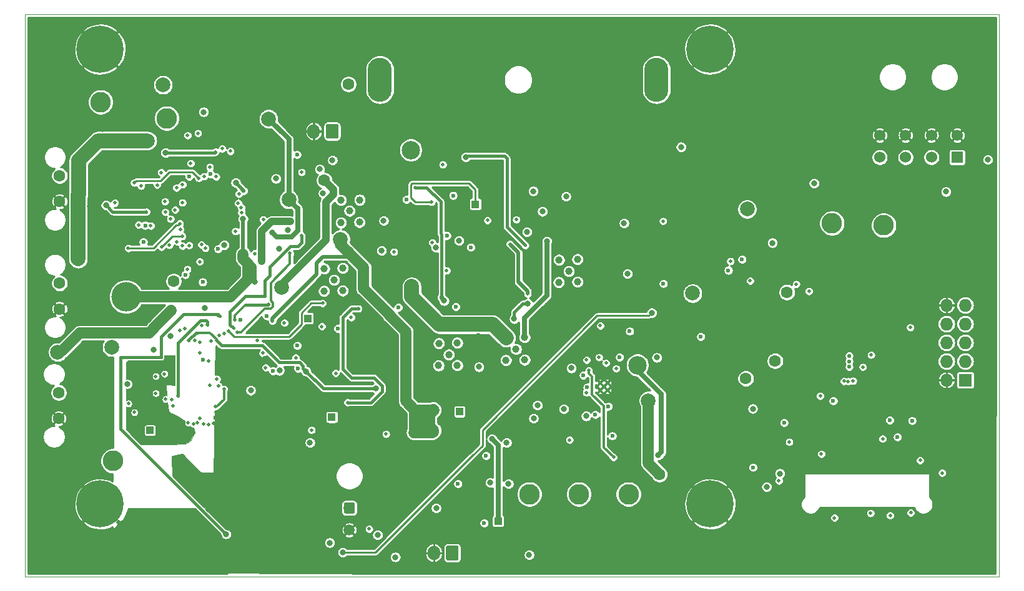
<source format=gbr>
G04 #@! TF.GenerationSoftware,KiCad,Pcbnew,(5.1.2)-1*
G04 #@! TF.CreationDate,2021-02-22T12:01:05+05:45*
G04 #@! TF.ProjectId,Pufferfish-Power-MCU,50756666-6572-4666-9973-682d506f7765,0.0*
G04 #@! TF.SameCoordinates,Original*
G04 #@! TF.FileFunction,Copper,L3,Inr*
G04 #@! TF.FilePolarity,Positive*
%FSLAX46Y46*%
G04 Gerber Fmt 4.6, Leading zero omitted, Abs format (unit mm)*
G04 Created by KiCad (PCBNEW (5.1.2)-1) date 2021-02-22 12:01:05*
%MOMM*%
%LPD*%
G04 APERTURE LIST*
G04 #@! TA.AperFunction,NonConductor*
%ADD10C,0.100000*%
G04 #@! TD*
G04 #@! TA.AperFunction,ViaPad*
%ADD11C,2.500000*%
G04 #@! TD*
G04 #@! TA.AperFunction,ViaPad*
%ADD12O,3.250000X6.000000*%
G04 #@! TD*
G04 #@! TA.AperFunction,ViaPad*
%ADD13C,0.533400*%
G04 #@! TD*
G04 #@! TA.AperFunction,ViaPad*
%ADD14R,1.530000X1.530000*%
G04 #@! TD*
G04 #@! TA.AperFunction,ViaPad*
%ADD15C,1.530000*%
G04 #@! TD*
G04 #@! TA.AperFunction,ViaPad*
%ADD16C,1.600000*%
G04 #@! TD*
G04 #@! TA.AperFunction,ViaPad*
%ADD17C,1.000000*%
G04 #@! TD*
G04 #@! TA.AperFunction,ViaPad*
%ADD18C,0.800000*%
G04 #@! TD*
G04 #@! TA.AperFunction,ViaPad*
%ADD19C,6.400000*%
G04 #@! TD*
G04 #@! TA.AperFunction,ViaPad*
%ADD20C,1.500000*%
G04 #@! TD*
G04 #@! TA.AperFunction,Conductor*
%ADD21C,0.100000*%
G04 #@! TD*
G04 #@! TA.AperFunction,ViaPad*
%ADD22R,1.000000X1.000000*%
G04 #@! TD*
G04 #@! TA.AperFunction,ViaPad*
%ADD23C,0.600000*%
G04 #@! TD*
G04 #@! TA.AperFunction,ViaPad*
%ADD24C,1.700000*%
G04 #@! TD*
G04 #@! TA.AperFunction,ViaPad*
%ADD25O,1.700000X2.000000*%
G04 #@! TD*
G04 #@! TA.AperFunction,ViaPad*
%ADD26R,1.727200X1.727200*%
G04 #@! TD*
G04 #@! TA.AperFunction,ViaPad*
%ADD27O,1.727200X1.727200*%
G04 #@! TD*
G04 #@! TA.AperFunction,ViaPad*
%ADD28C,2.800000*%
G04 #@! TD*
G04 #@! TA.AperFunction,ViaPad*
%ADD29C,2.000000*%
G04 #@! TD*
G04 #@! TA.AperFunction,ViaPad*
%ADD30C,0.500000*%
G04 #@! TD*
G04 #@! TA.AperFunction,ViaPad*
%ADD31C,4.000000*%
G04 #@! TD*
G04 #@! TA.AperFunction,Conductor*
%ADD32C,0.250000*%
G04 #@! TD*
G04 #@! TA.AperFunction,Conductor*
%ADD33C,0.350000*%
G04 #@! TD*
G04 #@! TA.AperFunction,Conductor*
%ADD34C,0.300000*%
G04 #@! TD*
G04 #@! TA.AperFunction,Conductor*
%ADD35C,1.500000*%
G04 #@! TD*
G04 #@! TA.AperFunction,Conductor*
%ADD36C,2.000000*%
G04 #@! TD*
G04 #@! TA.AperFunction,Conductor*
%ADD37C,0.400000*%
G04 #@! TD*
G04 #@! TA.AperFunction,Conductor*
%ADD38C,0.700000*%
G04 #@! TD*
G04 #@! TA.AperFunction,Conductor*
%ADD39C,0.500000*%
G04 #@! TD*
G04 #@! TA.AperFunction,Conductor*
%ADD40C,1.000000*%
G04 #@! TD*
G04 #@! TA.AperFunction,Conductor*
%ADD41C,0.254000*%
G04 #@! TD*
G04 APERTURE END LIST*
D10*
X203212700Y-114388900D02*
X203212700Y-119388900D01*
X71094600Y-114401600D02*
X71094600Y-119401600D01*
X82946666Y-47752000D02*
G75*
G03X82946666Y-47752000I-1666666J0D01*
G01*
X78780000Y-47752000D02*
X83780000Y-47752000D01*
X81280000Y-45252000D02*
X81280000Y-50252000D01*
X71094600Y-114401600D02*
X71094600Y-43065700D01*
X203212700Y-119388900D02*
X71094600Y-119401600D01*
X203225400Y-43065700D02*
X203212700Y-114388900D01*
X71094600Y-43065700D02*
X203225400Y-43065700D01*
D11*
G04 #@! TO.N,LTC7812_RUN*
G04 #@! TO.C,TP4*
X154178000Y-90678000D03*
G04 #@! TD*
D12*
G04 #@! TO.N,/LTC4015/PP-SENSE-CLN*
G04 #@! TO.C,F1*
X119255400Y-51926600D03*
G04 #@! TO.N,VIN_7812_1_RAW*
X156755400Y-51926600D03*
G04 #@! TD*
D13*
G04 #@! TO.N,N/C*
G04 #@! TO.C,U3*
X182880000Y-90170000D03*
X182880000Y-89419999D03*
X182880000Y-90920001D03*
G04 #@! TD*
D14*
G04 #@! TO.N,VOUT_7812_24V*
G04 #@! TO.C,J1*
X197528000Y-62460000D03*
D15*
G04 #@! TO.N,VIN_7812_2*
X194028000Y-62460000D03*
G04 #@! TO.N,VSYS-5V0*
X190528000Y-62460000D03*
G04 #@! TO.N,VSYS-3V3*
X187028000Y-62460000D03*
G04 #@! TO.N,GND*
X197528000Y-59460000D03*
X194028000Y-59460000D03*
X190528000Y-59460000D03*
X187028000Y-59460000D03*
G04 #@! TD*
D16*
G04 #@! TO.N,GND*
G04 #@! TO.C,J5*
X75819000Y-68453000D03*
G04 #@! TO.N,INTCON_WALL*
X75819000Y-64953000D03*
G04 #@! TD*
G04 #@! TO.N,GND*
G04 #@! TO.C,J4*
X75819000Y-83058000D03*
G04 #@! TO.N,INTCON_WALL*
X75819000Y-79558000D03*
G04 #@! TD*
G04 #@! TO.N,GND*
G04 #@! TO.C,J6*
X75692000Y-97917000D03*
G04 #@! TO.N,VBAT-IN-12V*
X75692000Y-94417000D03*
G04 #@! TD*
D17*
G04 #@! TO.N,/LTC7812/VBIAS1*
G04 #@! TO.C,U8*
X115125680Y-69734680D03*
X116502360Y-68236080D03*
X113967440Y-71350120D03*
X116466800Y-71268840D03*
X113967440Y-68281800D03*
G04 #@! TD*
G04 #@! TO.N,VIN_7812_2*
G04 #@! TO.C,Q5*
X137713720Y-88513920D03*
X136337040Y-90012520D03*
X138871960Y-86898480D03*
X136372600Y-86979760D03*
X138871960Y-89966800D03*
G04 #@! TD*
G04 #@! TO.N,/LTC7812/VBIAS1*
G04 #@! TO.C,Q6*
X125336720Y-98302920D03*
X123960040Y-99801520D03*
X126494960Y-96687480D03*
X123995600Y-96768760D03*
X126494960Y-99755800D03*
G04 #@! TD*
G04 #@! TO.N,/LTC7812/SW_2_1*
G04 #@! TO.C,U7*
X113036720Y-79115920D03*
X111660040Y-80614520D03*
X114194960Y-77500480D03*
X111695600Y-77581760D03*
X114194960Y-80568800D03*
G04 #@! TD*
G04 #@! TO.N,/LTC7812/SW2_2*
G04 #@! TO.C,U9*
X128586720Y-89252920D03*
X127210040Y-90751520D03*
X129744960Y-87637480D03*
X127245600Y-87718760D03*
X129744960Y-90705800D03*
G04 #@! TD*
G04 #@! TO.N,VOUT_7812_24V*
G04 #@! TO.C,U10*
X144876520Y-77922120D03*
X143499840Y-79420720D03*
X146034760Y-76306680D03*
X143535400Y-76387960D03*
X146034760Y-79375000D03*
G04 #@! TD*
D18*
G04 #@! TO.N,GND*
G04 #@! TO.C,H3*
X83024056Y-46082944D03*
X81327000Y-45380000D03*
X79629944Y-46082944D03*
X78927000Y-47780000D03*
X79629944Y-49477056D03*
X81327000Y-50180000D03*
X83024056Y-49477056D03*
X83727000Y-47780000D03*
D19*
X81320000Y-47780000D03*
G04 #@! TD*
D20*
G04 #@! TO.N,GND*
G04 #@! TO.C,J3*
X115107400Y-113077600D03*
D21*
G04 #@! TO.N,Net-(J3-Pad1)*
G36*
X115631904Y-109328804D02*
G01*
X115656173Y-109332404D01*
X115679971Y-109338365D01*
X115703071Y-109346630D01*
X115725249Y-109357120D01*
X115746293Y-109369733D01*
X115765998Y-109384347D01*
X115784177Y-109400823D01*
X115800653Y-109419002D01*
X115815267Y-109438707D01*
X115827880Y-109459751D01*
X115838370Y-109481929D01*
X115846635Y-109505029D01*
X115852596Y-109528827D01*
X115856196Y-109553096D01*
X115857400Y-109577600D01*
X115857400Y-110577600D01*
X115856196Y-110602104D01*
X115852596Y-110626373D01*
X115846635Y-110650171D01*
X115838370Y-110673271D01*
X115827880Y-110695449D01*
X115815267Y-110716493D01*
X115800653Y-110736198D01*
X115784177Y-110754377D01*
X115765998Y-110770853D01*
X115746293Y-110785467D01*
X115725249Y-110798080D01*
X115703071Y-110808570D01*
X115679971Y-110816835D01*
X115656173Y-110822796D01*
X115631904Y-110826396D01*
X115607400Y-110827600D01*
X114607400Y-110827600D01*
X114582896Y-110826396D01*
X114558627Y-110822796D01*
X114534829Y-110816835D01*
X114511729Y-110808570D01*
X114489551Y-110798080D01*
X114468507Y-110785467D01*
X114448802Y-110770853D01*
X114430623Y-110754377D01*
X114414147Y-110736198D01*
X114399533Y-110716493D01*
X114386920Y-110695449D01*
X114376430Y-110673271D01*
X114368165Y-110650171D01*
X114362204Y-110626373D01*
X114358604Y-110602104D01*
X114357400Y-110577600D01*
X114357400Y-109577600D01*
X114358604Y-109553096D01*
X114362204Y-109528827D01*
X114368165Y-109505029D01*
X114376430Y-109481929D01*
X114386920Y-109459751D01*
X114399533Y-109438707D01*
X114414147Y-109419002D01*
X114430623Y-109400823D01*
X114448802Y-109384347D01*
X114468507Y-109369733D01*
X114489551Y-109357120D01*
X114511729Y-109346630D01*
X114534829Y-109338365D01*
X114558627Y-109332404D01*
X114582896Y-109328804D01*
X114607400Y-109327600D01*
X115607400Y-109327600D01*
X115631904Y-109328804D01*
X115631904Y-109328804D01*
G37*
D20*
X115107400Y-110077600D03*
G04 #@! TD*
D22*
G04 #@! TO.N,VIN_7812_2*
G04 #@! TO.C,TP18*
X135282400Y-111877600D03*
G04 #@! TD*
G04 #@! TO.N,/LTC7812/EXTVCC1*
G04 #@! TO.C,TP19*
X109474000Y-84328000D03*
G04 #@! TD*
G04 #@! TO.N,/LTC7812/EXTVCC2*
G04 #@! TO.C,TP20*
X132207000Y-68834000D03*
G04 #@! TD*
G04 #@! TO.N,/LTC7812/VFB_1_1*
G04 #@! TO.C,TP21*
X88075000Y-99550000D03*
G04 #@! TD*
G04 #@! TO.N,Net-(R78-Pad2)*
G04 #@! TO.C,TP22*
X112732400Y-97752600D03*
G04 #@! TD*
G04 #@! TO.N,/LTC7812/VBIAS1*
G04 #@! TO.C,TP23*
X130057400Y-97002600D03*
G04 #@! TD*
D23*
G04 #@! TO.N,GND*
G04 #@! TO.C,U6*
X149103000Y-94073000D03*
X150103000Y-94073000D03*
X150103000Y-93073000D03*
X149103000Y-93073000D03*
G04 #@! TD*
D18*
G04 #@! TO.N,GND*
G04 #@! TO.C,H2*
X165724056Y-107852944D03*
X164027000Y-107150000D03*
X162329944Y-107852944D03*
X161627000Y-109550000D03*
X162329944Y-111247056D03*
X164027000Y-111950000D03*
X165724056Y-111247056D03*
X166427000Y-109550000D03*
D19*
X164027000Y-109550000D03*
G04 #@! TD*
D18*
G04 #@! TO.N,GND*
G04 #@! TO.C,H5*
X83024056Y-107852944D03*
X81327000Y-107150000D03*
X79629944Y-107852944D03*
X78927000Y-109550000D03*
X79629944Y-111247056D03*
X81327000Y-111950000D03*
X83024056Y-111247056D03*
X83727000Y-109550000D03*
D19*
X81327000Y-109550000D03*
G04 #@! TD*
G04 #@! TO.N,GND*
G04 #@! TO.C,H6*
X164020000Y-47780000D03*
D18*
X166430000Y-47735500D03*
X165727056Y-49432556D03*
X164030000Y-50135500D03*
X162332944Y-49432556D03*
X161630000Y-47735500D03*
X162332944Y-46038444D03*
X164030000Y-45335500D03*
X165727056Y-46038444D03*
G04 #@! TD*
D21*
G04 #@! TO.N,Net-(J7-Pad1)*
G04 #@! TO.C,J7*
G36*
X113400504Y-57929204D02*
G01*
X113424773Y-57932804D01*
X113448571Y-57938765D01*
X113471671Y-57947030D01*
X113493849Y-57957520D01*
X113514893Y-57970133D01*
X113534598Y-57984747D01*
X113552777Y-58001223D01*
X113569253Y-58019402D01*
X113583867Y-58039107D01*
X113596480Y-58060151D01*
X113606970Y-58082329D01*
X113615235Y-58105429D01*
X113621196Y-58129227D01*
X113624796Y-58153496D01*
X113626000Y-58178000D01*
X113626000Y-59678000D01*
X113624796Y-59702504D01*
X113621196Y-59726773D01*
X113615235Y-59750571D01*
X113606970Y-59773671D01*
X113596480Y-59795849D01*
X113583867Y-59816893D01*
X113569253Y-59836598D01*
X113552777Y-59854777D01*
X113534598Y-59871253D01*
X113514893Y-59885867D01*
X113493849Y-59898480D01*
X113471671Y-59908970D01*
X113448571Y-59917235D01*
X113424773Y-59923196D01*
X113400504Y-59926796D01*
X113376000Y-59928000D01*
X112176000Y-59928000D01*
X112151496Y-59926796D01*
X112127227Y-59923196D01*
X112103429Y-59917235D01*
X112080329Y-59908970D01*
X112058151Y-59898480D01*
X112037107Y-59885867D01*
X112017402Y-59871253D01*
X111999223Y-59854777D01*
X111982747Y-59836598D01*
X111968133Y-59816893D01*
X111955520Y-59795849D01*
X111945030Y-59773671D01*
X111936765Y-59750571D01*
X111930804Y-59726773D01*
X111927204Y-59702504D01*
X111926000Y-59678000D01*
X111926000Y-58178000D01*
X111927204Y-58153496D01*
X111930804Y-58129227D01*
X111936765Y-58105429D01*
X111945030Y-58082329D01*
X111955520Y-58060151D01*
X111968133Y-58039107D01*
X111982747Y-58019402D01*
X111999223Y-58001223D01*
X112017402Y-57984747D01*
X112037107Y-57970133D01*
X112058151Y-57957520D01*
X112080329Y-57947030D01*
X112103429Y-57938765D01*
X112127227Y-57932804D01*
X112151496Y-57929204D01*
X112176000Y-57928000D01*
X113376000Y-57928000D01*
X113400504Y-57929204D01*
X113400504Y-57929204D01*
G37*
D24*
X112776000Y-58928000D03*
D25*
G04 #@! TO.N,GND*
X110276000Y-58928000D03*
G04 #@! TD*
D26*
G04 #@! TO.N,AAD_SCL*
G04 #@! TO.C,P1*
X198628000Y-92710000D03*
D27*
G04 #@! TO.N,GND*
X196088000Y-92710000D03*
G04 #@! TO.N,AAD_SDA*
X198628000Y-90170000D03*
G04 #@! TO.N,Net-(JP16-Pad2)*
X196088000Y-90170000D03*
G04 #@! TO.N,N/C*
X198628000Y-87630000D03*
X196088000Y-87630000D03*
X198628000Y-85090000D03*
X196088000Y-85090000D03*
X198628000Y-82550000D03*
G04 #@! TO.N,GND*
X196088000Y-82550000D03*
G04 #@! TD*
D11*
G04 #@! TO.N,/LTC4015/PP-SENSE-CLN*
G04 #@! TO.C,TP1*
X123444000Y-61468000D03*
G04 #@! TD*
D28*
G04 #@! TO.N,INTCON_WALL*
G04 #@! TO.C,TP2*
X81382400Y-54952600D03*
G04 #@! TD*
G04 #@! TO.N,VBAT-IN-12V*
G04 #@! TO.C,TP3*
X83082400Y-103702600D03*
G04 #@! TD*
G04 #@! TO.N,VSYS-5V0*
G04 #@! TO.C,TP5*
X187567400Y-71702600D03*
G04 #@! TD*
G04 #@! TO.N,VSYS-3V3*
G04 #@! TO.C,TP6*
X180547400Y-71402600D03*
G04 #@! TD*
G04 #@! TO.N,/LTC4015/PP-CSP*
G04 #@! TO.C,TP9*
X90350000Y-57150000D03*
G04 #@! TD*
G04 #@! TO.N,/LTC2955/INT_LVL*
G04 #@! TO.C,TP15*
X152957400Y-108204000D03*
G04 #@! TD*
G04 #@! TO.N,/LTC2955/KILL_LVL*
G04 #@! TO.C,TP16*
X139517000Y-108204000D03*
G04 #@! TD*
G04 #@! TO.N,/LTC2955/PG_LVL*
G04 #@! TO.C,TP17*
X146217000Y-108204000D03*
G04 #@! TD*
D29*
G04 #@! TO.N,VSYS-5V0-PGOOD*
G04 #@! TO.C,TP10*
X169057400Y-69502600D03*
G04 #@! TD*
D21*
G04 #@! TO.N,Net-(J8-Pad1)*
G04 #@! TO.C,J8*
G36*
X129693904Y-115189804D02*
G01*
X129718173Y-115193404D01*
X129741971Y-115199365D01*
X129765071Y-115207630D01*
X129787249Y-115218120D01*
X129808293Y-115230733D01*
X129827998Y-115245347D01*
X129846177Y-115261823D01*
X129862653Y-115280002D01*
X129877267Y-115299707D01*
X129889880Y-115320751D01*
X129900370Y-115342929D01*
X129908635Y-115366029D01*
X129914596Y-115389827D01*
X129918196Y-115414096D01*
X129919400Y-115438600D01*
X129919400Y-116938600D01*
X129918196Y-116963104D01*
X129914596Y-116987373D01*
X129908635Y-117011171D01*
X129900370Y-117034271D01*
X129889880Y-117056449D01*
X129877267Y-117077493D01*
X129862653Y-117097198D01*
X129846177Y-117115377D01*
X129827998Y-117131853D01*
X129808293Y-117146467D01*
X129787249Y-117159080D01*
X129765071Y-117169570D01*
X129741971Y-117177835D01*
X129718173Y-117183796D01*
X129693904Y-117187396D01*
X129669400Y-117188600D01*
X128469400Y-117188600D01*
X128444896Y-117187396D01*
X128420627Y-117183796D01*
X128396829Y-117177835D01*
X128373729Y-117169570D01*
X128351551Y-117159080D01*
X128330507Y-117146467D01*
X128310802Y-117131853D01*
X128292623Y-117115377D01*
X128276147Y-117097198D01*
X128261533Y-117077493D01*
X128248920Y-117056449D01*
X128238430Y-117034271D01*
X128230165Y-117011171D01*
X128224204Y-116987373D01*
X128220604Y-116963104D01*
X128219400Y-116938600D01*
X128219400Y-115438600D01*
X128220604Y-115414096D01*
X128224204Y-115389827D01*
X128230165Y-115366029D01*
X128238430Y-115342929D01*
X128248920Y-115320751D01*
X128261533Y-115299707D01*
X128276147Y-115280002D01*
X128292623Y-115261823D01*
X128310802Y-115245347D01*
X128330507Y-115230733D01*
X128351551Y-115218120D01*
X128373729Y-115207630D01*
X128396829Y-115199365D01*
X128420627Y-115193404D01*
X128444896Y-115189804D01*
X128469400Y-115188600D01*
X129669400Y-115188600D01*
X129693904Y-115189804D01*
X129693904Y-115189804D01*
G37*
D24*
X129069400Y-116188600D03*
D25*
G04 #@! TO.N,GND*
X126569400Y-116188600D03*
G04 #@! TD*
D30*
G04 #@! TO.N,/LTC4015/PP-VC*
X92122505Y-71454895D03*
X85122707Y-74801115D03*
G04 #@! TO.N,GND*
X155485400Y-45830600D03*
X122973400Y-72246600D03*
D18*
X98907400Y-90922600D03*
X100807400Y-89102600D03*
X98977400Y-90002600D03*
X99957400Y-91102600D03*
X99887400Y-90082600D03*
X99777400Y-89072600D03*
D30*
X176957400Y-77702600D03*
X177043799Y-77016200D03*
D23*
X170061324Y-75438000D03*
D30*
X159345400Y-85446600D03*
X162139400Y-85446600D03*
X160615400Y-85446600D03*
X161377400Y-85446600D03*
X160057400Y-90788600D03*
X151675400Y-75802600D03*
X151421400Y-79612600D03*
X166915400Y-96884600D03*
D18*
X166153400Y-99170600D03*
X164121400Y-99170600D03*
X165137400Y-99170600D03*
X166915400Y-98662600D03*
D23*
X159317400Y-90942600D03*
D18*
X118757400Y-77132600D03*
X119847400Y-79512610D03*
X128497400Y-77022600D03*
X128577400Y-76112600D03*
D23*
X159397400Y-77222600D03*
X159197400Y-76412600D03*
X152287400Y-87572600D03*
X150777400Y-75552600D03*
X150737400Y-79532600D03*
X149157388Y-83212600D03*
D30*
X151107400Y-83282600D03*
X150177400Y-82292600D03*
X152197400Y-86222600D03*
D23*
X157517400Y-93482600D03*
X153657400Y-94492600D03*
D30*
X90407400Y-66402600D03*
X90966233Y-66709600D03*
X95837400Y-59292600D03*
X96607400Y-59382600D03*
X158237400Y-70472600D03*
X159052403Y-70497603D03*
D18*
X159267400Y-67642602D03*
D23*
X142477400Y-66942600D03*
D30*
X170707400Y-78302600D03*
X182432400Y-77834600D03*
X178853400Y-77834600D03*
X176821400Y-76374100D03*
X163557400Y-82352602D03*
X164182400Y-82477600D03*
D23*
X158400400Y-85414600D03*
X151807400Y-77602600D03*
D30*
X151790900Y-76619100D03*
X151746939Y-78511393D03*
D23*
X126247418Y-105012600D03*
X123937400Y-105022600D03*
X121703400Y-105520600D03*
X178097400Y-82512600D03*
X179967400Y-82402600D03*
X178967400Y-82222600D03*
X180997400Y-85262600D03*
X181247400Y-83222600D03*
X181227400Y-87322600D03*
X182037400Y-87632600D03*
X181057400Y-86332600D03*
X180967400Y-84322600D03*
X182097400Y-82862600D03*
X158617400Y-90862600D03*
X160717400Y-90852580D03*
X177797400Y-93672600D03*
X180277400Y-93602600D03*
X173727400Y-93572600D03*
X178517400Y-93642600D03*
X176067400Y-93772600D03*
X180557400Y-92642600D03*
X179337400Y-93792600D03*
X177057400Y-93792600D03*
X174697400Y-93802600D03*
X173467400Y-92632600D03*
D18*
X186487400Y-98252590D03*
D23*
X129117400Y-104002600D03*
X128057400Y-105012600D03*
X125507400Y-105022600D03*
X123007400Y-105022600D03*
X120681400Y-105420626D03*
D18*
X146301000Y-95446196D03*
X157557392Y-91602600D03*
X157657400Y-92602600D03*
X153682400Y-95402600D03*
X152732400Y-95427600D03*
D30*
X103532400Y-89727600D03*
X100182400Y-78452600D03*
X76760000Y-57900000D03*
X82282400Y-63202600D03*
D23*
X113757400Y-61277600D03*
D30*
X81663772Y-58762429D03*
X103831442Y-66033367D03*
X104057400Y-85077600D03*
D18*
X84200000Y-68940000D03*
X158457900Y-67170300D03*
X114400900Y-48815100D03*
D30*
X97207400Y-58977600D03*
X95468449Y-58882215D03*
X90740000Y-71589996D03*
X91535448Y-70396280D03*
X96730000Y-58470000D03*
X89200000Y-61080000D03*
X96120000Y-58550000D03*
X86730000Y-73130000D03*
X86070000Y-72190000D03*
X85020000Y-73160000D03*
D18*
X82609992Y-71897500D03*
X81580000Y-73490000D03*
D30*
X76290000Y-58420000D03*
X73080000Y-54010000D03*
X89300000Y-60310000D03*
X103920000Y-65370000D03*
X103070000Y-63230000D03*
X103070000Y-61660000D03*
X100400000Y-62110000D03*
X178091400Y-77834600D03*
X179615400Y-77834600D03*
X181647400Y-77834600D03*
X183171400Y-77834600D03*
X184557410Y-79777600D03*
X125538946Y-74403453D03*
X111257400Y-57902600D03*
D18*
X110276000Y-57383992D03*
D30*
X81457400Y-63602600D03*
X80257400Y-69602600D03*
X79782400Y-69102600D03*
X80652304Y-71897500D03*
X82657394Y-57860000D03*
D18*
X97057400Y-51002592D03*
X98645000Y-51115012D03*
D30*
X104179998Y-60020000D03*
X186557400Y-95502600D03*
X188557400Y-93702600D03*
X187257400Y-88402600D03*
D23*
X96944500Y-97815500D03*
D30*
X96657400Y-98602600D03*
X96012000Y-98747996D03*
X186557400Y-87702600D03*
X188657410Y-84302600D03*
X188657400Y-85002600D03*
X188657400Y-83602600D03*
D18*
X163359400Y-98662600D03*
D30*
X164167392Y-96812600D03*
X187357400Y-99802600D03*
D18*
X190957400Y-102727602D03*
D23*
X116357400Y-98602600D03*
D30*
X124082400Y-87327600D03*
X124057400Y-88002600D03*
X124057400Y-88702600D03*
X124057400Y-89402600D03*
X124057400Y-90102600D03*
D18*
X122612990Y-83947000D03*
X159714500Y-68462000D03*
X159689100Y-69414500D03*
X74316000Y-97917000D03*
X74569862Y-98737613D03*
D23*
X106857100Y-91233100D03*
D30*
X91159900Y-77809200D03*
X83727958Y-72373298D03*
X77824900Y-84248100D03*
X91159900Y-96211478D03*
X90194700Y-95309800D03*
X88857400Y-92202588D03*
D23*
X115457400Y-97502600D03*
D30*
X91057400Y-95402600D03*
X93257404Y-98502600D03*
X94857400Y-97902600D03*
X95357400Y-98702600D03*
X97057400Y-97102600D03*
X85157400Y-95902600D03*
X85957400Y-97102600D03*
D23*
X106497400Y-91882600D03*
D18*
X106907400Y-93892600D03*
D23*
X107240151Y-92175349D03*
X107691012Y-84790227D03*
X113447400Y-87812600D03*
D18*
X125475992Y-65203418D03*
D30*
X109320900Y-74850100D03*
D23*
X141019567Y-93789758D03*
D18*
X132587400Y-87592600D03*
X132587400Y-86742600D03*
X132587400Y-88472600D03*
X132600000Y-89442400D03*
D30*
X143467400Y-90362600D03*
X72057400Y-58222600D03*
X77824900Y-82940000D03*
D23*
X122274900Y-104961800D03*
X115430593Y-99552593D03*
D30*
X126837734Y-72228153D03*
D23*
X128407400Y-67327599D03*
X128432400Y-72002600D03*
D30*
X152197400Y-86752599D03*
X102882398Y-92602600D03*
D23*
X97147400Y-100032600D03*
X97487400Y-98892600D03*
D30*
X82217798Y-90493719D03*
X77697400Y-89112600D03*
X78427400Y-89102600D03*
X79137400Y-89102600D03*
X79887400Y-89112600D03*
X80617400Y-89112600D03*
X81407400Y-89112600D03*
D18*
X121007400Y-93922600D03*
D30*
X105857400Y-94212600D03*
X107416649Y-91376661D03*
X103887400Y-90282600D03*
X103062810Y-91172199D03*
X154297400Y-78612600D03*
X153207400Y-79392600D03*
X153657400Y-78912600D03*
X158577400Y-77602600D03*
X158207400Y-78512600D03*
D18*
X108257400Y-49522600D03*
D30*
X131787400Y-70852600D03*
X90170644Y-71831963D03*
D18*
X138067400Y-97212600D03*
D30*
X134917400Y-68092600D03*
D23*
X135617400Y-67892606D03*
D30*
X180907400Y-90612600D03*
X188237400Y-94632600D03*
X186357400Y-96090099D03*
X186277400Y-94842600D03*
X184757400Y-78992600D03*
X184697400Y-80442600D03*
X169437400Y-74582598D03*
X169395628Y-76315812D03*
X170582402Y-77602600D03*
X170657400Y-78952600D03*
D18*
X168252398Y-73199998D03*
D30*
X172249400Y-43798600D03*
X173265400Y-43798600D03*
X174281400Y-43798600D03*
X175297400Y-43798600D03*
X176313400Y-43798600D03*
X177329400Y-43798600D03*
X178345400Y-43798600D03*
X179361400Y-43798600D03*
X180377400Y-43798600D03*
X181393400Y-43798600D03*
X182409400Y-43798600D03*
X183425400Y-43798600D03*
X184441400Y-43798600D03*
X185457400Y-43798600D03*
X186473400Y-43798600D03*
X187489400Y-43798600D03*
X188505400Y-43798600D03*
X189521400Y-43798600D03*
X190537400Y-43798600D03*
X191553400Y-43798600D03*
X192569400Y-43798600D03*
X193585400Y-43798600D03*
X194601400Y-43798600D03*
X195617400Y-43798600D03*
X196633400Y-43798600D03*
X197649400Y-43798600D03*
X198665400Y-43798600D03*
X199681400Y-43798600D03*
X200697400Y-43798600D03*
X202475400Y-45830600D03*
X202538900Y-44814600D03*
X199681400Y-45830600D03*
X198665400Y-45830600D03*
X199681400Y-44814600D03*
X201713400Y-43798600D03*
X202475400Y-43798600D03*
X198665400Y-44814600D03*
X171233400Y-43798600D03*
X170217400Y-43798600D03*
X169201400Y-43798600D03*
X168185400Y-43798600D03*
X167169400Y-43798600D03*
X166153400Y-43798600D03*
X165137400Y-43798600D03*
X163613400Y-43798600D03*
X162597400Y-43798600D03*
X161581400Y-43798600D03*
X160565400Y-43798600D03*
X159549400Y-43798600D03*
X158533400Y-43798600D03*
X157517400Y-43798600D03*
X147357400Y-43798600D03*
X148357400Y-43798600D03*
X149357400Y-43798600D03*
X150357400Y-43798600D03*
X151357400Y-43798600D03*
X152357400Y-43798600D03*
X147357400Y-44798600D03*
X148357400Y-44798600D03*
X149357400Y-44798600D03*
X150357400Y-44798600D03*
X151357400Y-44798600D03*
X152357400Y-44798600D03*
X153357400Y-44798600D03*
X154357400Y-44798600D03*
X147357400Y-45798600D03*
X148357400Y-45798600D03*
X149357400Y-45798600D03*
X150357400Y-45798600D03*
X151357400Y-45798600D03*
X152357400Y-45798600D03*
X153357400Y-45798600D03*
X154357400Y-45798600D03*
X147357400Y-46798600D03*
X148357400Y-46798600D03*
X149357400Y-46798600D03*
X150357400Y-46798600D03*
X151357400Y-46798600D03*
X152357400Y-46798600D03*
X153357400Y-46798600D03*
X154357400Y-46798600D03*
X155485400Y-44814600D03*
X156501400Y-44814600D03*
X157517400Y-44814600D03*
X158533400Y-44814600D03*
X159549400Y-44814600D03*
X160565400Y-44814600D03*
X153453400Y-43766600D03*
X154453400Y-43766600D03*
X155453400Y-43766600D03*
X156453400Y-43766600D03*
X157517400Y-45830600D03*
X158533400Y-45798600D03*
X156501400Y-46846600D03*
X155485400Y-46846600D03*
X156501400Y-45830600D03*
X158533400Y-46814600D03*
X161581400Y-44814600D03*
X159549400Y-46846600D03*
X160565400Y-45830600D03*
X159549400Y-45830600D03*
X157517400Y-46846600D03*
X143292900Y-113712100D03*
X144292900Y-113712100D03*
X145292900Y-113712100D03*
X146292900Y-113712100D03*
X147292900Y-113712100D03*
X148292900Y-113712100D03*
X149292900Y-113712100D03*
X150292900Y-113712100D03*
X151292900Y-113712100D03*
X152292900Y-113712100D03*
X153292900Y-113712100D03*
X154292900Y-113712100D03*
X155292900Y-113712100D03*
X156292900Y-113712100D03*
X157292900Y-113712100D03*
X158292900Y-113712100D03*
X159292900Y-113712100D03*
X160292900Y-113712100D03*
X161292900Y-113712100D03*
X162483400Y-113712100D03*
X163737400Y-113712100D03*
X164737400Y-113712100D03*
X165737400Y-113712100D03*
X166737400Y-113712100D03*
X167737400Y-113712100D03*
X168673900Y-113712100D03*
X201713400Y-48878600D03*
X202457400Y-48878600D03*
X202457400Y-46706600D03*
X197649400Y-44814600D03*
X192677400Y-44798600D03*
X193677400Y-44798600D03*
X194677400Y-44798600D03*
X195677400Y-44798600D03*
X196677400Y-44798600D03*
X173343400Y-44782600D03*
X174343400Y-44782600D03*
X175343400Y-44782600D03*
X176343400Y-44782600D03*
X177343400Y-44782600D03*
X178343400Y-44782600D03*
X179343400Y-44782600D03*
X180343400Y-44782600D03*
X181343400Y-44782600D03*
X182343400Y-44782600D03*
X183343400Y-44782600D03*
X184343400Y-44782600D03*
X185343400Y-44782600D03*
X186343400Y-44782600D03*
X187343400Y-44782600D03*
X188343400Y-44782600D03*
X189343400Y-44782600D03*
X190343400Y-44782600D03*
X191343400Y-44782600D03*
X117385400Y-44766600D03*
X118385400Y-44766600D03*
X119385400Y-44766600D03*
X120385400Y-44766600D03*
X121385400Y-44766600D03*
X122385400Y-44766600D03*
X123385400Y-44766600D03*
X124385400Y-44766600D03*
X125385400Y-44766600D03*
X126385400Y-44766600D03*
X127385400Y-44766600D03*
X128385400Y-44766600D03*
X129385400Y-44766600D03*
X130385400Y-44766600D03*
X131385400Y-44766600D03*
X132385400Y-44766600D03*
X133385400Y-44766600D03*
X134385400Y-44766600D03*
X135385400Y-44766600D03*
X136385400Y-44766600D03*
X137385400Y-44766600D03*
X139385400Y-44766600D03*
X140385400Y-44766600D03*
X141385400Y-44766600D03*
X142385400Y-44766600D03*
X143385400Y-44766600D03*
X144385400Y-44766600D03*
X145385400Y-44766600D03*
X146385400Y-44766600D03*
X151913400Y-111362600D03*
X152913400Y-111362600D03*
X153913400Y-111362600D03*
X154913400Y-111362600D03*
X155913400Y-111362600D03*
X156913400Y-111362600D03*
X157913400Y-111362600D03*
X158913400Y-111362600D03*
X159913400Y-111362600D03*
X147865400Y-112378600D03*
X148881400Y-112378600D03*
X149897400Y-112378600D03*
X150913400Y-112378600D03*
X151929400Y-112378600D03*
X146769400Y-111346600D03*
X147769400Y-111346600D03*
X148769400Y-111346600D03*
X149769400Y-111346600D03*
X150769400Y-111346600D03*
X141070900Y-112950100D03*
X144817400Y-112378600D03*
X145753400Y-112346600D03*
X146753400Y-112346600D03*
X154977400Y-112378600D03*
X152945400Y-112378600D03*
X153961400Y-112378600D03*
X155993400Y-112378600D03*
X157009400Y-112378600D03*
X158025400Y-112378600D03*
X159041400Y-112522600D03*
X141578900Y-112378600D03*
X142150400Y-111807100D03*
X143189400Y-111200600D03*
X145833400Y-111362600D03*
X145071400Y-111362600D03*
X145071400Y-110092600D03*
X145833400Y-110346600D03*
X146595400Y-110346600D03*
X147357400Y-110092600D03*
X147865400Y-109584600D03*
X148119400Y-109076600D03*
X148373400Y-108314600D03*
X148119400Y-107552600D03*
X147865400Y-106790600D03*
X147357400Y-106536600D03*
X146595400Y-106282600D03*
X169645900Y-113712100D03*
X170407900Y-113712100D03*
X171169900Y-113712100D03*
X172185900Y-113712100D03*
X173201900Y-113712100D03*
X174217900Y-113712100D03*
X175487900Y-113712100D03*
X176503900Y-113712100D03*
X177519900Y-113712100D03*
X181075900Y-113712100D03*
X179869400Y-113712100D03*
X182345900Y-113712100D03*
X183679400Y-113712100D03*
X184885900Y-113712100D03*
X186219400Y-113712100D03*
X187552900Y-113712100D03*
X188695900Y-113712100D03*
X189965900Y-113712100D03*
X191235900Y-113712100D03*
X192632900Y-113712100D03*
X193775900Y-113712100D03*
X195045900Y-113712100D03*
X196315900Y-113775600D03*
X197458900Y-113775600D03*
X198347900Y-113331100D03*
X151421400Y-106790600D03*
X150913400Y-107806600D03*
X150913400Y-108822600D03*
X151421400Y-109838600D03*
X152945400Y-110346600D03*
X154469400Y-109838600D03*
X154977400Y-108822600D03*
X154977400Y-107806600D03*
X154469400Y-106790600D03*
X154469400Y-105774600D03*
X151421400Y-105774600D03*
X161073400Y-106790600D03*
X160565400Y-107806600D03*
X160057400Y-108822600D03*
X160057400Y-109838600D03*
X160057400Y-112378600D03*
X161073400Y-112378600D03*
X166661400Y-106790600D03*
X167169400Y-106790600D03*
X167931400Y-108314600D03*
X167931400Y-109330600D03*
X167931400Y-110600600D03*
X167677400Y-111616600D03*
X168947400Y-108314600D03*
X169709400Y-108314600D03*
X168947400Y-109330600D03*
X169709400Y-109330600D03*
X168947400Y-110600600D03*
X169963400Y-110600600D03*
X168947400Y-111616600D03*
X169963400Y-111616600D03*
X167169400Y-112378600D03*
X166153400Y-112632600D03*
X168947400Y-112378600D03*
X169963400Y-112378600D03*
X170979400Y-111616600D03*
X170979400Y-112378600D03*
X171741400Y-112378600D03*
X172503400Y-112378600D03*
X146385400Y-43658600D03*
X143385400Y-43658600D03*
X145385400Y-43658600D03*
X144385400Y-43658600D03*
X142385400Y-43658600D03*
X137385400Y-43658600D03*
X139385400Y-43658600D03*
X140385400Y-43658600D03*
X141385400Y-43658600D03*
X138594400Y-43671600D03*
X135385400Y-43658600D03*
X133385400Y-43658600D03*
X132385400Y-43658600D03*
X136385400Y-43658600D03*
X134385400Y-43658600D03*
X129385400Y-43658600D03*
X128385400Y-43658600D03*
X130385400Y-43658600D03*
X131385400Y-43658600D03*
X127385400Y-43658600D03*
X125385400Y-43646200D03*
X126377000Y-43646200D03*
X124497400Y-43646200D03*
X123430600Y-43646200D03*
X122363800Y-43646200D03*
X119417400Y-43646200D03*
X117436200Y-43646200D03*
X120433400Y-43646200D03*
X121398600Y-43646200D03*
X118452200Y-43646200D03*
X200697400Y-46630600D03*
X199681400Y-46630600D03*
X201713400Y-46630600D03*
X200951400Y-48878600D03*
X202475400Y-49640600D03*
X202475400Y-50402600D03*
X201713400Y-49640600D03*
X199681400Y-47354600D03*
X200697400Y-48116600D03*
X200697400Y-47354600D03*
X201713400Y-47354600D03*
X201713400Y-48116600D03*
X202475400Y-47354600D03*
X202475400Y-48116600D03*
X197903400Y-45576600D03*
X198919400Y-46592600D03*
X172311400Y-44782600D03*
X171311400Y-44782600D03*
X170201400Y-44560600D03*
X169201400Y-44560600D03*
X167169400Y-44560600D03*
X168169400Y-44560600D03*
X172311400Y-45798600D03*
X174343400Y-45798600D03*
X176343400Y-45798600D03*
X175343400Y-45798600D03*
X173343400Y-45798600D03*
X172327400Y-46814600D03*
X171295400Y-46814600D03*
X173327400Y-46814600D03*
X175327400Y-46814600D03*
X174327400Y-46814600D03*
X172311400Y-47830600D03*
X171311400Y-47830600D03*
X170279400Y-47830600D03*
X174311400Y-47830600D03*
X173311400Y-47830600D03*
X169263400Y-48846600D03*
X171295400Y-48846600D03*
X173295400Y-48846600D03*
X172295400Y-48846600D03*
X170295400Y-48846600D03*
X172279400Y-49862600D03*
X168247400Y-49862600D03*
X170279400Y-49862600D03*
X169279400Y-49862600D03*
X171279400Y-49862600D03*
X170517400Y-50878600D03*
X169517400Y-50878600D03*
X171517400Y-50878600D03*
X168517400Y-50878600D03*
X166723400Y-51640600D03*
X169755400Y-51640600D03*
X168755400Y-51640600D03*
X170755400Y-51640600D03*
X167755400Y-51640600D03*
X170471400Y-45830600D03*
X168439400Y-45830600D03*
X169439400Y-45830600D03*
X171471400Y-45830600D03*
X169533400Y-46814600D03*
X168501400Y-46814600D03*
X169533400Y-47830600D03*
X168501400Y-47830600D03*
X168439400Y-48878600D03*
X170471400Y-46846600D03*
X178375400Y-50624600D03*
X177359400Y-51640600D03*
X173803400Y-55450600D03*
X176343400Y-52656600D03*
X179391400Y-49608600D03*
X174565400Y-54688600D03*
X175327400Y-53672600D03*
X180089400Y-49100600D03*
X184089400Y-49100600D03*
X185089400Y-49100600D03*
X186089400Y-49100600D03*
X187089400Y-49100600D03*
X188089400Y-49100600D03*
X189089400Y-49100600D03*
X182089400Y-49100600D03*
X183089400Y-49100600D03*
X192423400Y-49116600D03*
X193423400Y-49116600D03*
X194423400Y-49116600D03*
X181089400Y-49100600D03*
X190089400Y-49100600D03*
X191089400Y-49100600D03*
X198982900Y-53704600D03*
X199046400Y-54784100D03*
X199109900Y-56278600D03*
X199109900Y-57895600D03*
X123989400Y-71484600D03*
X123989400Y-72246600D03*
X123989400Y-73008600D03*
X122973400Y-73008600D03*
X121957400Y-73008600D03*
X121957400Y-72246600D03*
X121957400Y-71484600D03*
X122973400Y-71484600D03*
X121957400Y-70722600D03*
X122973400Y-70722600D03*
X123989400Y-70722600D03*
X144451400Y-45782600D03*
X139451400Y-45782600D03*
X140451400Y-45782600D03*
X146451400Y-45782600D03*
X145451400Y-45782600D03*
X142451400Y-45782600D03*
X141451400Y-45782600D03*
X143451400Y-45782600D03*
X136577400Y-45782600D03*
X138577400Y-45782600D03*
X137577400Y-45782600D03*
X132577400Y-45782600D03*
X133577400Y-45782600D03*
X131577400Y-45782600D03*
X135577400Y-45782600D03*
X134577400Y-45782600D03*
X128449400Y-45782600D03*
X123449400Y-45782600D03*
X124449400Y-45782600D03*
X130449400Y-45782600D03*
X129449400Y-45782600D03*
X126449400Y-45782600D03*
X125449400Y-45782600D03*
X127449400Y-45782600D03*
X146451400Y-46798600D03*
X145451400Y-46798600D03*
X140451400Y-46798600D03*
X144451400Y-46798600D03*
X142451400Y-46798600D03*
X141451400Y-46798600D03*
X143451400Y-46798600D03*
X139451400Y-46798600D03*
X132577400Y-46798600D03*
X134577400Y-46798600D03*
X137577400Y-46798600D03*
X138577400Y-46798600D03*
X136577400Y-46798600D03*
X135577400Y-46798600D03*
X131577400Y-46798600D03*
X133577400Y-46798600D03*
X127449400Y-46798600D03*
X126449400Y-46798600D03*
X124449400Y-46798600D03*
X129449400Y-46798600D03*
X130449400Y-46798600D03*
X128449400Y-46798600D03*
X123449400Y-46798600D03*
X125449400Y-46798600D03*
X112425800Y-43766600D03*
X113425800Y-43766600D03*
X114425800Y-43766600D03*
X112425800Y-44766600D03*
X115425800Y-43766600D03*
X113425800Y-44766600D03*
X115425800Y-44766600D03*
X114425800Y-44766600D03*
X108158600Y-44665000D03*
X110158600Y-44665000D03*
X111158600Y-44665000D03*
X109158600Y-44665000D03*
X110158600Y-43665000D03*
X111158600Y-43665000D03*
X108158600Y-43665000D03*
X109158600Y-43665000D03*
X110158600Y-46052600D03*
X111158600Y-46052600D03*
X108158600Y-46052600D03*
X109158600Y-46052600D03*
X107193400Y-46052600D03*
X107193400Y-47881400D03*
X107193400Y-48881400D03*
X107193400Y-49557800D03*
X108209400Y-47729000D03*
X108209400Y-48729000D03*
X111917800Y-46015000D03*
X112749900Y-46015000D03*
X114400900Y-46021100D03*
X113695800Y-46021100D03*
X114400900Y-47735600D03*
D18*
X112813400Y-47100600D03*
D30*
X166528600Y-56111000D03*
X168528600Y-56111000D03*
X169528600Y-56111000D03*
X171528600Y-56111000D03*
X170528600Y-56111000D03*
X167528600Y-56111000D03*
X152772200Y-67033000D03*
X153534200Y-66271000D03*
X154296200Y-65255000D03*
X152285000Y-67471400D03*
X158838200Y-49691400D03*
X158584200Y-49081800D03*
X158076200Y-48573800D03*
X157415800Y-48269000D03*
X158533400Y-47761000D03*
X159549400Y-47811800D03*
X160413000Y-46897400D03*
X160209800Y-47811800D03*
X160260600Y-48573800D03*
X160565400Y-49335800D03*
X161022600Y-49996200D03*
X161581400Y-50707400D03*
X162343400Y-51113800D03*
X163410200Y-51469400D03*
X164375400Y-51520200D03*
X165188200Y-51367800D03*
X166001000Y-51113800D03*
X166763000Y-50656600D03*
X167220200Y-50097800D03*
X167474200Y-49335800D03*
X167829800Y-48421400D03*
X167880600Y-47303800D03*
X167626600Y-46287800D03*
X167321800Y-45424200D03*
X166153400Y-44560600D03*
X164324600Y-43798600D03*
X162191000Y-44408200D03*
X154825000Y-64677400D03*
X153961400Y-65795000D03*
X151777000Y-67979400D03*
X151218200Y-68436600D03*
X172312900Y-56117600D03*
X173074900Y-55863600D03*
X138594400Y-44814600D03*
X118385400Y-45528600D03*
X121385400Y-45528600D03*
X122385400Y-45528600D03*
X119385400Y-45528600D03*
X120385400Y-45528600D03*
X117385400Y-45528600D03*
X116432900Y-44766600D03*
X116483700Y-43646200D03*
X115480400Y-45576600D03*
X112241900Y-50910600D03*
X109193900Y-47735600D03*
X110158600Y-47735600D03*
X111162400Y-47742200D03*
X111924400Y-47735600D03*
X113702400Y-47735600D03*
X106158100Y-43665000D03*
X107158100Y-43665000D03*
X104158100Y-43665000D03*
X105158100Y-43665000D03*
X103284600Y-43665000D03*
X102284600Y-43665000D03*
X101284600Y-43665000D03*
X100284600Y-43665000D03*
X99538100Y-43665000D03*
X97474600Y-43665000D03*
X98538100Y-43665000D03*
X96411100Y-43665000D03*
X94299600Y-43601500D03*
X95363100Y-43665000D03*
X93109100Y-43665000D03*
X93109100Y-44363500D03*
X97474600Y-44363500D03*
X98538100Y-44363500D03*
X96411100Y-44363500D03*
X94299600Y-44300000D03*
X95363100Y-44363500D03*
X98538100Y-45125500D03*
X96411100Y-45125500D03*
X95363100Y-45125500D03*
X93109100Y-45125500D03*
X97474600Y-45125500D03*
X94299600Y-45062000D03*
X94299600Y-45824000D03*
X95363100Y-45887500D03*
X98538100Y-45887500D03*
X96411100Y-45887500D03*
X97474600Y-45887500D03*
X93109100Y-45887500D03*
X94299600Y-46522500D03*
X93109100Y-46586000D03*
X95363100Y-46586000D03*
X96411100Y-46586000D03*
X98538100Y-46586000D03*
X97474600Y-46586000D03*
X93109100Y-47284500D03*
X96411100Y-47284500D03*
X97474600Y-47284500D03*
X94299600Y-47221000D03*
X95363100Y-47284500D03*
X98538100Y-47284500D03*
X96411100Y-47919500D03*
X95363100Y-47919500D03*
X97474600Y-47919500D03*
X98538100Y-47919500D03*
X94299600Y-47856000D03*
X93109100Y-47919500D03*
X96474600Y-54269500D03*
X95680600Y-54269500D03*
X97255900Y-54269500D03*
X94680600Y-54269500D03*
X93680600Y-54269500D03*
X93699900Y-53698000D03*
X94652400Y-53698000D03*
X95668400Y-53698000D03*
X97255900Y-53704600D03*
X96493900Y-53698000D03*
X93680600Y-54904500D03*
X94680600Y-54904500D03*
X95680600Y-54904500D03*
X97255900Y-54904500D03*
X96474600Y-54904500D03*
X96474600Y-55546100D03*
X95680600Y-55476000D03*
X94680600Y-55476000D03*
X93699900Y-55482600D03*
X93064900Y-53698000D03*
X93045600Y-54269500D03*
X93045600Y-54904500D03*
X93064900Y-55482600D03*
X93109100Y-50015000D03*
X93109100Y-50650000D03*
X93109100Y-49316500D03*
X93109100Y-48618000D03*
X94271400Y-51355100D03*
X93128400Y-51355100D03*
X95096900Y-51482100D03*
X95858900Y-51482100D03*
X94315600Y-49253000D03*
X94315600Y-48554500D03*
X94315600Y-50586500D03*
X94315600Y-49951500D03*
X97954400Y-51101100D03*
X187089900Y-57863600D03*
X197423900Y-57879600D03*
X193089900Y-57863600D03*
X189089900Y-57863600D03*
X186089900Y-57863600D03*
X183742900Y-57832100D03*
X190089900Y-57863600D03*
X192089900Y-57863600D03*
X191089900Y-57863600D03*
X194089900Y-57863600D03*
X188089900Y-57863600D03*
X184695400Y-57832100D03*
X195089900Y-57863600D03*
X198423900Y-57879600D03*
X196423900Y-57879600D03*
X183742900Y-56276100D03*
X185835900Y-56276100D03*
X197169900Y-56292100D03*
X193835900Y-56276100D03*
X187835900Y-56276100D03*
X192835900Y-56276100D03*
X191835900Y-56276100D03*
X189835900Y-56276100D03*
X184695400Y-56276100D03*
X190835900Y-56276100D03*
X198169900Y-56292100D03*
X186835900Y-56276100D03*
X188835900Y-56276100D03*
X194835900Y-56276100D03*
X196169900Y-56292100D03*
X191708900Y-55006100D03*
X189708900Y-55006100D03*
X190708900Y-55006100D03*
X196296900Y-54768100D03*
X188708900Y-55006100D03*
X194708900Y-55006100D03*
X184708900Y-55006100D03*
X198296900Y-54768100D03*
X183708900Y-55006100D03*
X185708900Y-55006100D03*
X192708900Y-55006100D03*
X186708900Y-55006100D03*
X197296900Y-54768100D03*
X193708900Y-55006100D03*
X187708900Y-55006100D03*
X193645400Y-53736100D03*
X186645400Y-53736100D03*
X190645400Y-53736100D03*
X191645400Y-53736100D03*
X194645400Y-53736100D03*
X183645400Y-53736100D03*
X192645400Y-53736100D03*
X197979400Y-53752100D03*
X195979400Y-53752100D03*
X185645400Y-53736100D03*
X196979400Y-53752100D03*
X187645400Y-53736100D03*
X184645400Y-53736100D03*
X189645400Y-53736100D03*
X188645400Y-53736100D03*
X198855900Y-52942600D03*
X197839900Y-51736100D03*
X197966900Y-53069600D03*
X193423400Y-50323100D03*
X191089400Y-50307100D03*
X192423400Y-50323100D03*
X184581400Y-52275600D03*
X183581400Y-52275600D03*
X185581400Y-52275600D03*
X186581400Y-52275600D03*
X184835400Y-50370600D03*
X186835400Y-50370600D03*
X185835400Y-50370600D03*
X183835400Y-50370600D03*
X193486900Y-52228100D03*
X191152900Y-52212100D03*
X192486900Y-52228100D03*
X182536400Y-56339600D03*
X182438900Y-53799600D03*
X182536400Y-57895600D03*
X182502400Y-55069600D03*
X182374900Y-52339100D03*
X181329900Y-56403100D03*
X181232400Y-53863100D03*
X181295900Y-55133100D03*
X181168400Y-52402600D03*
X181329900Y-57959100D03*
X180250400Y-56466600D03*
X180216400Y-55196600D03*
X180088900Y-52466100D03*
X180250400Y-58022600D03*
X180152900Y-53926600D03*
X178946400Y-53990100D03*
X179009900Y-55260100D03*
X179043900Y-56530100D03*
X178882400Y-52529600D03*
X179043900Y-58022600D03*
X177803400Y-55387100D03*
X177866900Y-56657100D03*
X177739400Y-53926600D03*
X177900900Y-58975100D03*
X177900900Y-57927100D03*
X176533400Y-57038100D03*
X176596900Y-58308100D03*
X176469400Y-55577600D03*
X176630900Y-59578100D03*
X175326900Y-57863600D03*
X175390400Y-59133600D03*
X175262900Y-56403100D03*
X174217900Y-59038600D03*
X174535400Y-61197600D03*
X174183400Y-57228600D03*
X175424400Y-60054600D03*
X166563400Y-57355600D03*
X167550400Y-63102600D03*
X166690900Y-60086100D03*
X166627400Y-58816100D03*
X166661400Y-61261100D03*
X168502900Y-63102600D03*
X167643400Y-60022600D03*
X167515900Y-57292100D03*
X167579900Y-58752600D03*
X168502900Y-61261100D03*
X169391900Y-63102600D03*
X168595900Y-60086100D03*
X168468400Y-57355600D03*
X169391900Y-61261100D03*
X168532400Y-58816100D03*
X169611900Y-60149600D03*
X169484400Y-57419100D03*
X170344400Y-61261100D03*
X170344400Y-63102600D03*
X169548400Y-58879600D03*
X170500400Y-57482600D03*
X170627900Y-60213100D03*
X171169900Y-63102600D03*
X171169900Y-61261100D03*
X170564400Y-58943100D03*
X172058900Y-63102600D03*
X171643900Y-58943100D03*
X171579900Y-57482600D03*
X172058900Y-61261100D03*
X171707400Y-60213100D03*
X172884400Y-61261100D03*
X172595900Y-57546100D03*
X172723400Y-60276600D03*
X172659900Y-59006600D03*
X172820900Y-63102600D03*
X173421900Y-59006600D03*
X173485400Y-60276600D03*
X173357900Y-57546100D03*
X173709900Y-61229100D03*
X166661400Y-65071100D03*
X166661400Y-64182100D03*
X167550400Y-64182100D03*
X168502900Y-64182100D03*
X169391900Y-64182100D03*
X170344400Y-64182100D03*
X171169900Y-64182100D03*
X172058900Y-64182100D03*
X172820900Y-64245600D03*
X173709900Y-64245600D03*
X174535400Y-64245600D03*
X175360900Y-64245600D03*
X176249900Y-64309100D03*
X167550400Y-65071100D03*
X171995400Y-65071100D03*
X175360900Y-65198100D03*
X171169900Y-65071100D03*
X176186400Y-65198100D03*
X168502900Y-65071100D03*
X170344400Y-65071100D03*
X174471900Y-65134600D03*
X169391900Y-65071100D03*
X172757400Y-65134600D03*
X173646400Y-65134600D03*
X173709900Y-63102600D03*
X174535400Y-63102600D03*
X175360900Y-63102600D03*
X176249900Y-63102600D03*
X184695400Y-59038600D03*
X180250400Y-58975100D03*
X182536400Y-59038600D03*
X183742900Y-59038600D03*
X181329900Y-59038600D03*
X179043900Y-58975100D03*
X166661400Y-63102600D03*
X173709900Y-62213600D03*
X176249900Y-62213600D03*
X174535400Y-62213600D03*
X175360900Y-62213600D03*
X166661400Y-62213600D03*
X167550400Y-62213600D03*
X168502900Y-62213600D03*
X169391900Y-62213600D03*
X171169900Y-62213600D03*
X170344400Y-62213600D03*
X172820900Y-62213600D03*
X172058900Y-62213600D03*
X167550400Y-61261100D03*
X180377400Y-59864100D03*
X177837400Y-59864100D03*
X179043900Y-59864100D03*
X178980400Y-64626600D03*
X179551900Y-63991600D03*
X180123400Y-63420100D03*
X180631400Y-62912100D03*
X181202900Y-62467600D03*
X181710900Y-61959600D03*
X182218900Y-61388100D03*
X182726900Y-60880100D03*
X183742900Y-60181600D03*
X184695400Y-60054600D03*
X185647900Y-60054600D03*
X185647900Y-59038600D03*
X182536400Y-59800600D03*
X181329900Y-59864100D03*
X179043900Y-62213600D03*
X181329900Y-61007100D03*
X177646900Y-63102600D03*
X179043900Y-61515100D03*
X177646900Y-62213600D03*
X176948400Y-63102600D03*
X176948400Y-62213600D03*
X177900900Y-64309100D03*
X176948400Y-64309100D03*
X177837400Y-65007600D03*
X176884900Y-65007600D03*
X200824400Y-66182100D03*
X198220900Y-66182100D03*
X199109900Y-66182100D03*
X201713400Y-66182100D03*
X202602400Y-66182100D03*
X197077900Y-65134600D03*
X197014400Y-67166600D03*
X199935400Y-66182100D03*
X198220900Y-67134600D03*
X200824400Y-67134600D03*
X201713400Y-67134600D03*
X199109900Y-67134600D03*
X202602400Y-67134600D03*
X199935400Y-67134600D03*
X199109900Y-68150600D03*
X201713400Y-68150600D03*
X200824400Y-68150600D03*
X198220900Y-68150600D03*
X202602400Y-68150600D03*
X199935400Y-68150600D03*
X198220900Y-69230100D03*
X199046400Y-69230100D03*
X202538900Y-69230100D03*
X199871900Y-69230100D03*
X201649900Y-69230100D03*
X200760900Y-69230100D03*
X202475400Y-70246100D03*
X198157400Y-70246100D03*
X201586400Y-70246100D03*
X200697400Y-70246100D03*
X198982900Y-70246100D03*
X199808400Y-70246100D03*
X201713400Y-71389100D03*
X200824400Y-71389100D03*
X202602400Y-71389100D03*
X198157400Y-71389100D03*
X199109900Y-71389100D03*
X199935400Y-71389100D03*
X201713400Y-72532100D03*
X202602400Y-72532100D03*
X199109900Y-72532100D03*
X199935400Y-72532100D03*
X198157400Y-72532100D03*
X200824400Y-72532100D03*
X201649900Y-73865600D03*
X199046400Y-73865600D03*
X199871900Y-73865600D03*
X200760900Y-73865600D03*
X202538900Y-73865600D03*
X198157400Y-73865600D03*
X199109900Y-75072100D03*
X198220900Y-75072100D03*
X199935400Y-75072100D03*
X201713400Y-75072100D03*
X200824400Y-75072100D03*
X202602400Y-75072100D03*
X201713400Y-76342100D03*
X200824400Y-76342100D03*
X202602400Y-76342100D03*
X198220900Y-76342100D03*
X199109900Y-76342100D03*
X199935400Y-76342100D03*
X200824400Y-77358100D03*
X202602400Y-77358100D03*
X201713400Y-77358100D03*
X198220900Y-77358100D03*
X199109900Y-77358100D03*
X199935400Y-77358100D03*
X200824400Y-78501100D03*
X202602400Y-78501100D03*
X201713400Y-78501100D03*
X200760900Y-79771100D03*
X202538900Y-79771100D03*
X201649900Y-79771100D03*
X201649900Y-80914100D03*
X202538900Y-80914100D03*
X200760900Y-80914100D03*
X201649900Y-82311100D03*
X202538900Y-82311100D03*
X200760900Y-82311100D03*
X200760900Y-87359600D03*
X200760900Y-86089600D03*
X200760900Y-88280100D03*
X200760900Y-83454100D03*
X200760900Y-85137100D03*
X200760900Y-89391600D03*
X202094400Y-87264100D03*
X202094400Y-85994100D03*
X202094400Y-88280100D03*
X202094400Y-83454100D03*
X202030900Y-84787600D03*
X202094400Y-89423100D03*
X202538900Y-93106100D03*
X202538900Y-91931600D03*
X202538900Y-96376600D03*
X202538900Y-94154100D03*
X202538900Y-95455600D03*
X202538900Y-90756600D03*
X202538900Y-98408600D03*
X202538900Y-102853600D03*
X202538900Y-100631100D03*
X202538900Y-101932600D03*
X202538900Y-97233600D03*
X202538900Y-99583100D03*
X202538900Y-106187100D03*
X202538900Y-105012600D03*
X202538900Y-109457600D03*
X202538900Y-107235100D03*
X202538900Y-108536600D03*
X202538900Y-103837600D03*
X202475400Y-112378600D03*
X202475400Y-110441600D03*
X202475400Y-111553100D03*
X201713400Y-93582600D03*
X201713400Y-92566600D03*
X201713400Y-94535100D03*
X201713400Y-91614100D03*
X201713400Y-95614600D03*
X201776900Y-97710100D03*
X201776900Y-98726100D03*
X201776900Y-99678600D03*
X201776900Y-96757600D03*
X201776900Y-100758100D03*
X201776900Y-103552100D03*
X201776900Y-104504600D03*
X201776900Y-101583600D03*
X201776900Y-105584100D03*
X201776900Y-102536100D03*
X201713400Y-107362100D03*
X201713400Y-108378100D03*
X201713400Y-109330600D03*
X201713400Y-106409600D03*
X197331900Y-69230100D03*
X197331900Y-71389100D03*
X197331900Y-72532100D03*
X197331900Y-68150600D03*
X197331900Y-70246100D03*
X196506400Y-69230100D03*
X196506400Y-68150600D03*
X196506400Y-70246100D03*
X196506400Y-72532100D03*
X196506400Y-71389100D03*
X197395400Y-75072100D03*
X197395400Y-76342100D03*
X197395400Y-77358100D03*
X197395400Y-73961100D03*
X196569900Y-73961100D03*
X196569900Y-76342100D03*
X196569900Y-77358100D03*
X196569900Y-75072100D03*
X179043900Y-63102600D03*
X179678900Y-62277100D03*
X179742400Y-61515100D03*
X179742400Y-60816600D03*
X179043900Y-60753100D03*
X177837400Y-60816600D03*
X176948400Y-60816600D03*
X176249900Y-60816600D03*
X175360900Y-61451600D03*
X181152400Y-50370600D03*
X182152400Y-50370600D03*
X180152400Y-50370600D03*
X183152400Y-50370600D03*
X183088900Y-51386600D03*
X182088900Y-51386600D03*
X180088900Y-51386600D03*
X181088900Y-51386600D03*
X185708400Y-51386600D03*
X184708400Y-51386600D03*
X186708400Y-51386600D03*
X183708400Y-51386600D03*
X174535400Y-60308600D03*
X156564900Y-67230100D03*
X157453900Y-67230100D03*
X154913900Y-67293600D03*
X155802900Y-67293600D03*
X156882400Y-70595600D03*
X155231400Y-70659100D03*
X156120400Y-65579100D03*
X155294900Y-65579100D03*
X72935400Y-43925600D03*
X72011100Y-43982500D03*
X76364400Y-43989100D03*
X75157900Y-43989100D03*
X76364400Y-44751100D03*
X75157900Y-44751100D03*
X72011100Y-44744500D03*
X76427900Y-45576600D03*
X75221400Y-45576600D03*
X72074600Y-45570000D03*
X75221400Y-46338600D03*
X76427900Y-46338600D03*
X72074600Y-46332000D03*
X75221400Y-47862600D03*
X72074600Y-47094000D03*
X76427900Y-47862600D03*
X73138100Y-47862600D03*
X75221400Y-47100600D03*
X74186100Y-47100600D03*
X73138100Y-47100600D03*
X74186100Y-47862600D03*
X72074600Y-47856000D03*
X76427900Y-47100600D03*
X73138100Y-49386600D03*
X72074600Y-48618000D03*
X75221400Y-49386600D03*
X76427900Y-49386600D03*
X75221400Y-48624600D03*
X73138100Y-48624600D03*
X76427900Y-48624600D03*
X74186100Y-48624600D03*
X72074600Y-49380000D03*
X74186100Y-49386600D03*
X75221400Y-50974100D03*
X72074600Y-50967500D03*
X76427900Y-50212100D03*
X74186100Y-50212100D03*
X74186100Y-50974100D03*
X76427900Y-50974100D03*
X75221400Y-50212100D03*
X73138100Y-50212100D03*
X72074600Y-50205500D03*
X73138100Y-50974100D03*
X73074600Y-51672600D03*
X72011100Y-51666000D03*
X73074600Y-52434600D03*
X75157900Y-51672600D03*
X72011100Y-52428000D03*
X74122600Y-51672600D03*
X76364400Y-52434600D03*
X76364400Y-51672600D03*
X74122600Y-52434600D03*
X75157900Y-52434600D03*
X72011100Y-53190000D03*
X76364400Y-53196600D03*
X74122600Y-53196600D03*
X73074600Y-53196600D03*
X75157900Y-53196600D03*
X75157900Y-53895100D03*
X74122600Y-53895100D03*
X72011100Y-54022100D03*
X73143500Y-54708500D03*
X72074600Y-54720600D03*
X73143500Y-55280000D03*
X72074600Y-55292100D03*
X73125900Y-56117600D03*
X72173400Y-56117600D03*
X72173400Y-56943100D03*
X73125900Y-56943100D03*
X73119551Y-58206749D03*
X73125900Y-57578100D03*
X72173400Y-57578100D03*
X74122600Y-54530100D03*
X75157900Y-54530100D03*
X72074600Y-81892000D03*
X74186100Y-81898600D03*
X73138100Y-81898600D03*
X72074600Y-82590500D03*
X73138100Y-82597100D03*
X74186100Y-82597100D03*
X74186100Y-83359100D03*
X73138100Y-83359100D03*
X72074600Y-83352500D03*
X72046400Y-84076900D03*
X72046400Y-85124900D03*
X72039800Y-86188400D03*
X73125900Y-84140400D03*
X73125900Y-85188400D03*
X73119300Y-86251900D03*
X74186100Y-84121100D03*
X79412400Y-78082000D03*
X77837100Y-78088600D03*
X78586900Y-78088600D03*
X79412400Y-78971000D03*
X77837100Y-78977600D03*
X78586900Y-78977600D03*
X77773600Y-80057100D03*
X78523400Y-80057100D03*
X79348900Y-80050500D03*
X78523400Y-81263600D03*
X79348900Y-81257000D03*
X77773600Y-81263600D03*
X78523400Y-82089100D03*
X77773600Y-82089100D03*
X79348900Y-82082500D03*
X78523400Y-82978100D03*
X79348900Y-82971500D03*
X78523400Y-83930600D03*
X79348900Y-83924000D03*
X78523400Y-84756100D03*
X79348900Y-84749500D03*
X77824900Y-84883100D03*
X77824900Y-83613100D03*
X79158400Y-87804100D03*
X78459900Y-88432500D03*
X79983900Y-88432500D03*
X79158400Y-88439100D03*
X79983900Y-87804100D03*
X71982900Y-97265600D03*
X71982900Y-98015400D03*
X71976300Y-96440100D03*
X72674800Y-96440100D03*
X72681400Y-97265600D03*
X72681400Y-98015400D03*
X73443400Y-97265600D03*
X73436800Y-96440100D03*
X73443400Y-98015400D03*
X73443400Y-98650400D03*
X71982900Y-98650400D03*
X72681400Y-98650400D03*
X73443400Y-99285400D03*
X71982900Y-99285400D03*
X72681400Y-99285400D03*
X71982900Y-99920400D03*
X73443400Y-99920400D03*
X72681400Y-99920400D03*
X73443400Y-100555400D03*
X72681400Y-100555400D03*
X71982900Y-100555400D03*
X76167300Y-96249600D03*
X76865800Y-96249600D03*
X77443900Y-96249600D03*
X74643300Y-96249600D03*
X75405300Y-96249600D03*
X73944800Y-96249600D03*
X77824900Y-96694100D03*
X80618900Y-88439100D03*
X80618900Y-87804100D03*
X78332900Y-97202100D03*
X78777400Y-97646600D03*
X79221900Y-98091100D03*
X79666400Y-98599100D03*
X80174400Y-99043600D03*
X80555400Y-99488100D03*
X80936400Y-99932600D03*
X80936400Y-100567600D03*
X77507400Y-100491900D03*
X78269400Y-100491900D03*
X76808900Y-100491900D03*
X80364900Y-100491900D03*
X78904400Y-100491900D03*
X79602900Y-100491900D03*
X78142400Y-99920400D03*
X76681900Y-99920400D03*
X77380400Y-99920400D03*
X80237900Y-99920400D03*
X79475900Y-99920400D03*
X78777400Y-99920400D03*
X77380400Y-99285400D03*
X78142400Y-99285400D03*
X79475900Y-99285400D03*
X76681900Y-99285400D03*
X78777400Y-99285400D03*
X76681900Y-98713900D03*
X78777400Y-98713900D03*
X77380400Y-98713900D03*
X78142400Y-98713900D03*
X71792400Y-112493400D03*
X71792400Y-111223400D03*
X71792400Y-111858400D03*
X71792400Y-113128400D03*
X71792400Y-113763400D03*
X71792400Y-108619900D03*
X71792400Y-110588400D03*
X71792400Y-107997100D03*
X71792400Y-109902100D03*
X71792400Y-109254900D03*
X71792400Y-106778400D03*
X71792400Y-107413400D03*
X75357400Y-111858400D03*
X72744900Y-113763400D03*
X75357400Y-112502600D03*
X72744900Y-113128400D03*
X72744900Y-112493400D03*
X72744900Y-109902100D03*
X72744900Y-107997100D03*
X75357400Y-110588400D03*
X72744900Y-108619900D03*
X72744900Y-107413400D03*
X72744900Y-106778400D03*
X72744900Y-109254900D03*
X73633900Y-107413400D03*
X73633900Y-109254900D03*
X73633900Y-108619900D03*
X73633900Y-107997100D03*
X73633900Y-113763400D03*
X73633900Y-106778400D03*
X73633900Y-109902100D03*
X74586400Y-113128400D03*
X74586400Y-107413400D03*
X74586400Y-113763400D03*
X74586400Y-109254900D03*
X74586400Y-109902100D03*
X74586400Y-108619900D03*
X74586400Y-107997100D03*
X74586400Y-106778400D03*
X75538900Y-113128400D03*
X75538900Y-107997100D03*
X75538900Y-109254900D03*
X75538900Y-106778400D03*
X75538900Y-108619900D03*
X75538900Y-109902100D03*
X75538900Y-113763400D03*
X75538900Y-107413400D03*
X76491400Y-111223400D03*
X76491400Y-107997100D03*
X76491400Y-108619900D03*
X76491400Y-107413400D03*
X76491400Y-111858400D03*
X76491400Y-113128400D03*
X76491400Y-112493400D03*
X76491400Y-106778400D03*
X76491400Y-109254900D03*
X76491400Y-110588400D03*
X76491400Y-109902100D03*
X76491400Y-113763400D03*
X77316900Y-108060600D03*
X77316900Y-108683400D03*
X77316900Y-111921900D03*
X77316900Y-113826900D03*
X77316900Y-109965600D03*
X77316900Y-109318400D03*
X77316900Y-113191900D03*
X77316900Y-111286900D03*
X77316900Y-106841900D03*
X77316900Y-107476900D03*
X77316900Y-112556900D03*
X77316900Y-110651900D03*
X78078900Y-106587900D03*
X78078900Y-107222900D03*
X93191900Y-106587900D03*
X93191900Y-107222900D03*
X95783200Y-109394100D03*
X96862700Y-109394100D03*
X98767700Y-109394100D03*
X98132700Y-109394100D03*
X97497700Y-109394100D03*
X95021200Y-105584100D03*
X95656200Y-105584100D03*
X94386200Y-105584100D03*
X93751200Y-105584100D03*
X99478400Y-106485300D03*
X99478400Y-107120300D03*
X99478400Y-108390300D03*
X99478400Y-107755300D03*
X79424600Y-113839100D03*
X80059600Y-113839100D03*
X78789600Y-113839100D03*
X78078900Y-113839100D03*
X82282100Y-113839100D03*
X81571400Y-113839100D03*
X83552100Y-113839100D03*
X82917100Y-113839100D03*
X80809400Y-113826900D03*
X86270400Y-110473600D03*
X85508400Y-110461400D03*
X86968900Y-110461400D03*
X87730900Y-110473600D03*
X90842400Y-110473600D03*
X90143900Y-110461400D03*
X88492900Y-110461400D03*
X86968900Y-111223400D03*
X85508400Y-111223400D03*
X87667400Y-111235600D03*
X86270400Y-111235600D03*
X85508400Y-112048900D03*
X86270400Y-112061100D03*
X88492900Y-111235600D03*
X89381900Y-111172100D03*
X90143900Y-111172100D03*
X91413900Y-110473600D03*
X91985400Y-110854600D03*
X89381900Y-110473600D03*
X90842400Y-111172100D03*
X91477400Y-111172100D03*
X84873400Y-111680100D03*
X84365400Y-112378600D03*
X83349400Y-113204100D03*
X78015400Y-112124600D03*
X78586900Y-112759600D03*
X79475900Y-113204100D03*
X78078900Y-97900600D03*
X124116400Y-86470600D03*
X124814900Y-86470600D03*
X125576900Y-86470600D03*
X124497400Y-85899100D03*
X125259400Y-85899100D03*
X77316900Y-97329100D03*
X77316900Y-98027600D03*
X91350400Y-103361600D03*
X91350400Y-104123600D03*
X92175900Y-103996600D03*
X92874400Y-103742600D03*
X91413900Y-104822100D03*
X92239400Y-104695100D03*
X92429900Y-105330100D03*
X91604400Y-105457100D03*
X92175900Y-106028600D03*
X93001400Y-105901600D03*
X93509400Y-104314100D03*
X92937900Y-104441098D03*
X93128400Y-105076100D03*
X93763400Y-104949100D03*
X92556900Y-106587900D03*
X94334900Y-105012600D03*
X159422400Y-48688100D03*
X199617900Y-105266600D03*
X199617900Y-103234600D03*
X199554400Y-108568600D03*
X199617900Y-97392600D03*
X199617900Y-101266100D03*
X199617900Y-102218600D03*
X199554400Y-106092100D03*
X199617900Y-98408600D03*
X199617900Y-100440600D03*
X199554400Y-107806600D03*
X199554400Y-107044600D03*
X199617900Y-99361100D03*
X199617900Y-104187100D03*
X199617900Y-96440100D03*
X199617900Y-94535100D03*
X199617900Y-95487600D03*
X199554400Y-109330600D03*
X199109900Y-110092600D03*
X198601900Y-110600600D03*
X198093900Y-111108600D03*
X197585900Y-111616600D03*
X196950900Y-111997600D03*
X195998400Y-111997600D03*
X199046400Y-113775600D03*
X178662900Y-113712100D03*
X173455900Y-112378600D03*
X174281400Y-112378600D03*
X175233900Y-112378600D03*
X175868900Y-112886600D03*
X144309400Y-113013600D03*
X143483900Y-112950100D03*
X156167400Y-110219600D03*
X155167400Y-110219600D03*
X158167400Y-110219600D03*
X157167400Y-110219600D03*
X159167400Y-110219600D03*
X156548400Y-109203600D03*
X155548400Y-109203600D03*
X158548400Y-109203600D03*
X157548400Y-109203600D03*
X157484900Y-107108100D03*
X158484900Y-107108100D03*
X156484900Y-107108100D03*
X155484900Y-107108100D03*
X159484900Y-107108100D03*
X156738900Y-108060600D03*
X159738900Y-108060600D03*
X157738900Y-108060600D03*
X158738900Y-108060600D03*
X155738900Y-108060600D03*
X155675900Y-105965100D03*
X156056900Y-106536600D03*
X155104400Y-105457100D03*
X154088400Y-104822100D03*
X195045900Y-111997600D03*
X176313400Y-100821600D03*
X176313400Y-101393100D03*
X198665400Y-109267100D03*
X198665400Y-106981100D03*
X198665400Y-107743100D03*
X198665400Y-108505100D03*
X198665400Y-106028600D03*
X197776400Y-106981100D03*
X197776400Y-108505100D03*
X197776400Y-107743100D03*
X197776400Y-109267100D03*
X197776400Y-106028600D03*
X196696900Y-109203600D03*
X196696900Y-107679600D03*
X196696900Y-105965100D03*
X196696900Y-108441600D03*
X196696900Y-106917600D03*
X197522400Y-109965600D03*
X198411400Y-109965600D03*
X196442900Y-109902100D03*
X196379400Y-111045100D03*
X197268400Y-111045100D03*
X195299900Y-110981600D03*
X185203400Y-99805600D03*
X174281400Y-108949600D03*
X174281400Y-108187600D03*
X174281400Y-107298600D03*
X170534900Y-109330600D03*
X170534900Y-108314600D03*
X198855900Y-100377100D03*
X198855900Y-96821100D03*
X198855900Y-98345100D03*
X198855900Y-104123600D03*
X198855900Y-102155100D03*
X198855900Y-99297600D03*
X198855900Y-103171100D03*
X198855900Y-101202600D03*
X197966900Y-98599100D03*
X197966900Y-104441100D03*
X197966900Y-97646600D03*
X197966900Y-100567600D03*
X197966900Y-99615100D03*
X197966900Y-102472600D03*
X197966900Y-101647100D03*
X197966900Y-103425100D03*
X197141400Y-100250100D03*
X197141400Y-104060100D03*
X197141400Y-99234100D03*
X197141400Y-102282100D03*
X197141400Y-101202600D03*
X197141400Y-98281600D03*
X197141400Y-103107600D03*
X196696900Y-105012600D03*
X198855900Y-104949100D03*
X197839900Y-105266600D03*
X198982900Y-80787100D03*
X198157400Y-80787100D03*
X197268400Y-80787100D03*
X196442900Y-80787100D03*
X195617400Y-80787100D03*
X197204900Y-79898100D03*
X195553900Y-79898100D03*
X196379400Y-79898100D03*
X198919400Y-79898100D03*
X198093900Y-79898100D03*
X195553900Y-79136100D03*
X197204900Y-79136100D03*
X196379400Y-79136100D03*
X198093900Y-79136100D03*
X198919400Y-79136100D03*
X197204900Y-78310600D03*
X198919400Y-78310600D03*
X195553900Y-78310600D03*
X198093900Y-78310600D03*
X196379400Y-78310600D03*
X195553900Y-76310600D03*
X195553900Y-77390100D03*
X195553900Y-75199100D03*
X199935400Y-79263100D03*
X199935400Y-80025100D03*
X199935400Y-78437600D03*
X199935400Y-80882600D03*
X109382400Y-73451106D03*
X109955900Y-73451106D03*
D18*
X90826819Y-86772519D03*
D30*
X74078400Y-43862100D03*
X92493400Y-111299100D03*
X93064900Y-111870600D03*
X92175900Y-112061100D03*
X91477400Y-111997600D03*
X90842400Y-111997600D03*
X93572900Y-112378600D03*
X90143900Y-111997600D03*
X89381900Y-111997600D03*
X88492900Y-112061100D03*
X87667400Y-112061100D03*
X86968900Y-112048900D03*
X83920900Y-112823100D03*
X84873400Y-112950100D03*
X85571900Y-112937900D03*
X85838100Y-113839100D03*
X85127400Y-113839100D03*
X84365400Y-113826900D03*
X93445900Y-113140600D03*
X92810900Y-113013600D03*
X92175900Y-112950100D03*
X91477400Y-112886600D03*
X90842400Y-112886600D03*
X94017400Y-112823100D03*
X90207400Y-112886600D03*
X89445400Y-112886600D03*
X88556400Y-112950100D03*
X87032400Y-112937900D03*
X87730900Y-112950100D03*
X86333900Y-112950100D03*
X94652400Y-113826900D03*
X94398400Y-113267600D03*
X92759600Y-113839100D03*
X91286900Y-113826900D03*
X93394600Y-113839100D03*
X94029600Y-113839100D03*
X92048900Y-113839100D03*
X89330600Y-113839100D03*
X88619900Y-113839100D03*
X90600600Y-113839100D03*
X87857900Y-113826900D03*
X89965600Y-113839100D03*
X86473100Y-113839100D03*
X87108100Y-113839100D03*
D23*
X126957400Y-105024590D03*
X119901400Y-105024590D03*
D18*
X124243400Y-116188600D03*
X126529400Y-114602610D03*
D30*
X95696344Y-77976844D03*
X109532400Y-57577600D03*
X110357400Y-63427600D03*
D23*
X104282404Y-68977600D03*
X161407396Y-91127600D03*
X162107401Y-90477599D03*
D30*
X105482400Y-84827600D03*
X102519899Y-58740101D03*
X80109600Y-114964100D03*
X82967100Y-114964100D03*
X81621400Y-114964100D03*
X80859400Y-114951900D03*
X78839600Y-114964100D03*
X77366900Y-114951900D03*
X75588900Y-114888400D03*
X78128900Y-114964100D03*
X76541400Y-114888400D03*
X82332100Y-114964100D03*
X79474600Y-114964100D03*
X83602100Y-114964100D03*
X72794900Y-114888400D03*
X71842400Y-114888400D03*
X73683900Y-114888400D03*
X74636400Y-114888400D03*
X86523100Y-114964100D03*
X87907900Y-114951900D03*
X84415400Y-114951900D03*
X85888100Y-114964100D03*
X94702400Y-114951900D03*
X92809600Y-114964100D03*
X93444600Y-114964100D03*
X89380600Y-114964100D03*
X90015600Y-114964100D03*
X94079600Y-114964100D03*
X88669900Y-114964100D03*
X85177400Y-114964100D03*
X91336900Y-114951900D03*
X87158100Y-114964100D03*
X92098900Y-114964100D03*
X90650600Y-114964100D03*
X86573100Y-116189100D03*
X82382100Y-116189100D03*
X79524600Y-116189100D03*
X94752400Y-116176900D03*
X89430600Y-116189100D03*
X94129600Y-116189100D03*
X87208100Y-116189100D03*
X78178900Y-116189100D03*
X88719900Y-116189100D03*
X75638900Y-116113400D03*
X83017100Y-116189100D03*
X80909400Y-116176900D03*
X93494600Y-116189100D03*
X85227400Y-116189100D03*
X73733900Y-116113400D03*
X76591400Y-116113400D03*
X78889600Y-116189100D03*
X85938100Y-116189100D03*
X77416900Y-116176900D03*
X83652100Y-116189100D03*
X81671400Y-116189100D03*
X74686400Y-116113400D03*
X87957900Y-116176900D03*
X84465400Y-116176900D03*
X72844900Y-116113400D03*
X92859600Y-116189100D03*
X90065600Y-116189100D03*
X91386900Y-116176900D03*
X90700600Y-116189100D03*
X71892400Y-116113400D03*
X80159600Y-116189100D03*
X92148900Y-116189100D03*
X86163100Y-117189100D03*
X72117400Y-117113400D03*
X80384600Y-117189100D03*
X90925600Y-117189100D03*
X74911400Y-117113400D03*
X81896400Y-117189100D03*
X84690400Y-117176900D03*
X73069900Y-117113400D03*
X77641900Y-117176900D03*
X88182900Y-117176900D03*
X93084600Y-117189100D03*
X83877100Y-117189100D03*
X90290600Y-117189100D03*
X91611900Y-117176900D03*
X92373900Y-117189100D03*
X89655600Y-117189100D03*
X88944900Y-117189100D03*
X85452400Y-117189100D03*
X82607100Y-117189100D03*
X86798100Y-117189100D03*
X79749600Y-117189100D03*
X87433100Y-117189100D03*
X76816400Y-117113400D03*
X94977400Y-117176900D03*
X94354600Y-117189100D03*
X73958900Y-117113400D03*
X79114600Y-117189100D03*
X78403900Y-117189100D03*
X75863900Y-117113400D03*
X83242100Y-117189100D03*
X81134400Y-117176900D03*
X93719600Y-117189100D03*
X78453900Y-118264100D03*
X86213100Y-118264100D03*
X93134600Y-118264100D03*
X79799600Y-118264100D03*
X72167400Y-118188400D03*
X95027400Y-118251900D03*
X81946400Y-118264100D03*
X83927100Y-118264100D03*
X87483100Y-118264100D03*
X84740400Y-118251900D03*
X75913900Y-118188400D03*
X81184400Y-118251900D03*
X83292100Y-118264100D03*
X90975600Y-118264100D03*
X74961400Y-118188400D03*
X94404600Y-118264100D03*
X79164600Y-118264100D03*
X77691900Y-118251900D03*
X88232900Y-118251900D03*
X85502400Y-118264100D03*
X73119900Y-118188400D03*
X90340600Y-118264100D03*
X80434600Y-118264100D03*
X92423900Y-118264100D03*
X89705600Y-118264100D03*
X86848100Y-118264100D03*
X88994900Y-118264100D03*
X82657100Y-118264100D03*
X74008900Y-118188400D03*
X76866400Y-118188400D03*
X91661900Y-118251900D03*
X93769600Y-118264100D03*
X110313100Y-118339100D03*
X103899600Y-118339100D03*
X117234600Y-118339100D03*
X119127400Y-118326900D03*
X108027100Y-118339100D03*
X111583100Y-118339100D03*
X96267400Y-118263400D03*
X106046400Y-118339100D03*
X108840400Y-118326900D03*
X102553900Y-118339100D03*
X112332900Y-118326900D03*
X100013900Y-118263400D03*
X106757100Y-118339100D03*
X114440600Y-118339100D03*
X113805600Y-118339100D03*
X101791900Y-118326900D03*
X109602400Y-118339100D03*
X104534600Y-118339100D03*
X113094900Y-118339100D03*
X98108900Y-118263400D03*
X100966400Y-118263400D03*
X115075600Y-118339100D03*
X116523900Y-118339100D03*
X107392100Y-118339100D03*
X97219900Y-118263400D03*
X110948100Y-118339100D03*
X117869600Y-118339100D03*
X115761900Y-118326900D03*
X105284400Y-118326900D03*
X99061400Y-118263400D03*
X118504600Y-118339100D03*
X103264600Y-118339100D03*
X128074600Y-118389100D03*
X141409600Y-118389100D03*
X134488100Y-118389100D03*
X123236400Y-118313400D03*
X129459400Y-118376900D03*
X127439600Y-118389100D03*
X142679600Y-118389100D03*
X143302400Y-118376900D03*
X133015400Y-118376900D03*
X133777400Y-118389100D03*
X126728900Y-118389100D03*
X130932100Y-118389100D03*
X124188900Y-118313400D03*
X130221400Y-118389100D03*
X137269900Y-118389100D03*
X125141400Y-118313400D03*
X135758100Y-118389100D03*
X140698900Y-118389100D03*
X131567100Y-118389100D03*
X121394900Y-118313400D03*
X135123100Y-118389100D03*
X125966900Y-118376900D03*
X139250600Y-118389100D03*
X142044600Y-118389100D03*
X128709600Y-118389100D03*
X120442400Y-118313400D03*
X122283900Y-118313400D03*
X139936900Y-118376900D03*
X136507900Y-118376900D03*
X138615600Y-118389100D03*
X137980600Y-118389100D03*
X132202100Y-118389100D03*
X148792900Y-115237100D03*
X154792900Y-115237100D03*
X146792900Y-115237100D03*
X165237400Y-115237100D03*
X145792900Y-115237100D03*
X166237400Y-115237100D03*
X167237400Y-115237100D03*
X169173900Y-115237100D03*
X155792900Y-115237100D03*
X162983400Y-115237100D03*
X153792900Y-115237100D03*
X164237400Y-115237100D03*
X149792900Y-115237100D03*
X168237400Y-115237100D03*
X159792900Y-115237100D03*
X152792900Y-115237100D03*
X150792900Y-115237100D03*
X160792900Y-115237100D03*
X157792900Y-115237100D03*
X147792900Y-115237100D03*
X156792900Y-115237100D03*
X143792900Y-115237100D03*
X158792900Y-115237100D03*
X161792900Y-115237100D03*
X144792900Y-115237100D03*
X151792900Y-115237100D03*
X188052900Y-115237100D03*
X189195900Y-115237100D03*
X191735900Y-115237100D03*
X175987900Y-115237100D03*
X194275900Y-115237100D03*
X196815900Y-115300600D03*
X186719400Y-115237100D03*
X173701900Y-115237100D03*
X184179400Y-115237100D03*
X190465900Y-115237100D03*
X195545900Y-115237100D03*
X180369400Y-115237100D03*
X193132900Y-115237100D03*
X197958900Y-115300600D03*
X185385900Y-115237100D03*
X170145900Y-115237100D03*
X171669900Y-115237100D03*
X172685900Y-115237100D03*
X174717900Y-115237100D03*
X177003900Y-115237100D03*
X170907900Y-115237100D03*
X178019900Y-115237100D03*
X181575900Y-115237100D03*
X182845900Y-115237100D03*
X199546400Y-115300600D03*
X179162900Y-115237100D03*
X176362900Y-116787100D03*
X199921400Y-116850600D03*
X157167900Y-116787100D03*
X193507900Y-116787100D03*
X169548900Y-116787100D03*
X147167900Y-116787100D03*
X162167900Y-116787100D03*
X184554400Y-116787100D03*
X152167900Y-116787100D03*
X161167900Y-116787100D03*
X198333900Y-116850600D03*
X175092900Y-116787100D03*
X155167900Y-116787100D03*
X150167900Y-116787100D03*
X173060900Y-116787100D03*
X197190900Y-116850600D03*
X183220900Y-116787100D03*
X177378900Y-116787100D03*
X154167900Y-116787100D03*
X195920900Y-116787100D03*
X190840900Y-116787100D03*
X165612400Y-116787100D03*
X158167900Y-116787100D03*
X156167900Y-116787100D03*
X179537900Y-116787100D03*
X166612400Y-116787100D03*
X153167900Y-116787100D03*
X185760900Y-116787100D03*
X181950900Y-116787100D03*
X144167900Y-116787100D03*
X159167900Y-116787100D03*
X194650900Y-116787100D03*
X170520900Y-116787100D03*
X146167900Y-116787100D03*
X149167900Y-116787100D03*
X180744400Y-116787100D03*
X163358400Y-116787100D03*
X164612400Y-116787100D03*
X145167900Y-116787100D03*
X160167900Y-116787100D03*
X187094400Y-116787100D03*
X168612400Y-116787100D03*
X148167900Y-116787100D03*
X188427900Y-116787100D03*
X189570900Y-116787100D03*
X192110900Y-116787100D03*
X167612400Y-116787100D03*
X174076900Y-116787100D03*
X172044900Y-116787100D03*
X151167900Y-116787100D03*
X171282900Y-116787100D03*
X178394900Y-116787100D03*
X181219400Y-118312100D03*
X180012900Y-118312100D03*
X144642900Y-118312100D03*
X167087400Y-118312100D03*
X182425900Y-118312100D03*
X153642900Y-118312100D03*
X163833400Y-118312100D03*
X183695900Y-118312100D03*
X195125900Y-118312100D03*
X146642900Y-118312100D03*
X149642900Y-118312100D03*
X197665900Y-118375600D03*
X159642900Y-118312100D03*
X170995900Y-118312100D03*
X165087400Y-118312100D03*
X145642900Y-118312100D03*
X158642900Y-118312100D03*
X173535900Y-118312100D03*
X196395900Y-118312100D03*
X166087400Y-118312100D03*
X156642900Y-118312100D03*
X177853900Y-118312100D03*
X154642900Y-118312100D03*
X186235900Y-118312100D03*
X191315900Y-118312100D03*
X174551900Y-118312100D03*
X172519900Y-118312100D03*
X151642900Y-118312100D03*
X171757900Y-118312100D03*
X187569400Y-118312100D03*
X160642900Y-118312100D03*
X148642900Y-118312100D03*
X190045900Y-118312100D03*
X192585900Y-118312100D03*
X168087400Y-118312100D03*
X169087400Y-118312100D03*
X188902900Y-118312100D03*
X150642900Y-118312100D03*
X175567900Y-118312100D03*
X155642900Y-118312100D03*
X157642900Y-118312100D03*
X162642900Y-118312100D03*
X147642900Y-118312100D03*
X161642900Y-118312100D03*
X185029400Y-118312100D03*
X200396400Y-118375600D03*
X176837900Y-118312100D03*
X170023900Y-118312100D03*
X152642900Y-118312100D03*
X193982900Y-118312100D03*
X198808900Y-118375600D03*
X178869900Y-118312100D03*
X141167900Y-116737100D03*
X143167900Y-116737100D03*
X142167900Y-116737100D03*
X141367900Y-115312100D03*
X142367900Y-115312100D03*
X142367900Y-114262100D03*
X192632900Y-112202621D03*
X193819092Y-112153263D03*
X93957386Y-98688000D03*
X94532400Y-98502600D03*
X154157400Y-68052600D03*
X154182400Y-68952600D03*
X154182400Y-69727600D03*
X92232400Y-103452600D03*
X107132400Y-50277600D03*
X108132400Y-50377600D03*
X83222589Y-63202589D03*
D18*
X81687356Y-66388990D03*
X120732400Y-80977600D03*
D30*
X157687400Y-85446600D03*
X143432390Y-110438600D03*
X143432390Y-108914600D03*
X142620951Y-111775151D03*
X143432390Y-109676600D03*
X141354462Y-114517610D03*
D23*
X157432400Y-90802600D03*
D30*
X99682394Y-78652600D03*
X168307400Y-78977600D03*
X116897400Y-73952600D03*
G04 #@! TO.N,/LTC4015/PP-CCREFM*
X95582410Y-74796963D03*
X93140000Y-77670000D03*
G04 #@! TO.N,VSYS-3V3*
X147247400Y-94422600D03*
D23*
X147357400Y-93702600D03*
D18*
X171682400Y-107202600D03*
D16*
X157157400Y-105502600D03*
D29*
X155657400Y-95502600D03*
D30*
X182757400Y-92902600D03*
D18*
X178117400Y-65992600D03*
D30*
X183397400Y-92822600D03*
X182171316Y-92866516D03*
G04 #@! TO.N,VIN_7812_2*
X93332400Y-87352600D03*
X90036033Y-91866689D03*
X97083183Y-87338397D03*
D29*
X123557400Y-80002600D03*
D18*
X109237400Y-91522600D03*
X118731500Y-93855351D03*
D30*
X166777400Y-76572600D03*
X169457400Y-79232600D03*
D29*
X161647400Y-80922600D03*
D18*
X196017400Y-67132600D03*
D16*
X174437400Y-80782600D03*
X172827400Y-90112600D03*
D18*
X141885649Y-73874352D03*
X134441410Y-100694600D03*
D23*
G04 #@! TO.N,INTCON_WALL*
X96291400Y-64731900D03*
X93399996Y-65055010D03*
D18*
G04 #@! TO.N,VBAT-IN-12V*
X90937400Y-83290024D03*
D29*
X75567400Y-88922600D03*
D23*
G04 #@! TO.N,Net-(C26-Pad1)*
X153117400Y-86082600D03*
X151750713Y-89596032D03*
G04 #@! TO.N,/5V Buck/5V-SS*
X168357400Y-76302600D03*
X166500000Y-77802600D03*
G04 #@! TO.N,/5V Buck/5V-BUCK-SW*
X162757400Y-86802600D03*
X157687400Y-79602600D03*
D30*
G04 #@! TO.N,VSYS-5V0*
X147277399Y-89980307D03*
X175697400Y-79682600D03*
X177427400Y-80642600D03*
D16*
X168867400Y-92502600D03*
D18*
X172479132Y-74084332D03*
X139483400Y-116442600D03*
X144192400Y-96630600D03*
X156782400Y-89652600D03*
D30*
G04 #@! TO.N,/3.3V Buck/3V3-FB*
X184737400Y-90942600D03*
D18*
G04 #@! TO.N,/LTC7812/TRACK_SS1_1*
X85030929Y-93263163D03*
D30*
X94842225Y-89025780D03*
X94803759Y-87600163D03*
G04 #@! TO.N,/LTC7812/ITH_1_1*
X96168983Y-93430671D03*
X96004521Y-90081248D03*
D18*
G04 #@! TO.N,VIN_7812_1_RAW*
X156107400Y-83577600D03*
X160082400Y-61052600D03*
D16*
X114982400Y-52527600D03*
D18*
X105576814Y-74901814D03*
X111091265Y-64084383D03*
X109765400Y-101202600D03*
X114207400Y-116127600D03*
D30*
G04 #@! TO.N,/LTC7812/INTVCC_1*
X91857400Y-94877600D03*
X95859600Y-85178900D03*
D18*
X95542100Y-82956400D03*
D30*
X106295650Y-84940850D03*
X111377400Y-85422600D03*
D29*
G04 #@! TO.N,Net-(C72-Pad2)*
X91110069Y-100255269D03*
D30*
X90257400Y-91102608D03*
X90237010Y-90502600D03*
X90659592Y-91500444D03*
X91205304Y-91902543D03*
G04 #@! TO.N,Net-(C73-Pad1)*
X92805962Y-85696870D03*
G04 #@! TO.N,Net-(C75-Pad1)*
X98104509Y-93932259D03*
X96972780Y-96287220D03*
D23*
G04 #@! TO.N,Net-(C77-Pad1)*
X108132400Y-91152600D03*
X104729333Y-91482562D03*
D30*
G04 #@! TO.N,/LTC7812/SW_2_1*
X111482400Y-82277600D03*
X98757368Y-86066508D03*
G04 #@! TO.N,Net-(C79-Pad2)*
X115357400Y-84202600D03*
D29*
G04 #@! TO.N,/LTC7812/VBIAS1*
X113905600Y-73580100D03*
D30*
X95120957Y-85291157D03*
X104672994Y-84683153D03*
D23*
G04 #@! TO.N,/LTC7812/INTVCC_2*
X129182400Y-67652600D03*
D30*
G04 #@! TO.N,/LTC7812/SW2_2*
X138957400Y-74402600D03*
D18*
X130907400Y-62427600D03*
D30*
G04 #@! TO.N,VOUT_7812_24V*
X137737400Y-70922600D03*
X114867400Y-95752600D03*
X116327400Y-83012600D03*
X127787400Y-63442600D03*
D18*
X201677400Y-62792600D03*
G04 #@! TO.N,/LTC7812/ITH_2_2*
X126838947Y-74731905D03*
D23*
X121757400Y-82827600D03*
X129557445Y-82762376D03*
D30*
G04 #@! TO.N,Net-(D5-Pad1)*
X157637410Y-71127600D03*
G04 #@! TO.N,Net-(D6-Pad1)*
X191167400Y-85562600D03*
G04 #@! TO.N,Net-(D7-Pad2)*
X92152390Y-85947590D03*
D23*
G04 #@! TO.N,Net-(D9-Pad2)*
X133641400Y-102980606D03*
D18*
G04 #@! TO.N,Net-(D10-Pad2)*
X140057400Y-67052602D03*
D30*
G04 #@! TO.N,Net-(J2-Pad3)*
X179107400Y-102752600D03*
X180885400Y-111426100D03*
G04 #@! TO.N,Net-(J2-Pad5)*
X185774900Y-110791100D03*
X187425900Y-100694600D03*
G04 #@! TO.N,Net-(J2-Pad7)*
X195490400Y-105330100D03*
X188441900Y-111108600D03*
G04 #@! TO.N,Net-(J2-Pad9)*
X192505900Y-103615600D03*
X191235900Y-110727600D03*
G04 #@! TO.N,/LTC7812/EXTVCC1*
X102632400Y-87361552D03*
D23*
G04 #@! TO.N,Net-(JP2-Pad2)*
X108057400Y-88027600D03*
X113532400Y-85702600D03*
D30*
G04 #@! TO.N,Net-(JP4-Pad2)*
X97357400Y-93527600D03*
D23*
G04 #@! TO.N,Net-(JP5-Pad1)*
X103907402Y-84002600D03*
X100337400Y-84502600D03*
G04 #@! TO.N,PGOOD_COMB*
X146837400Y-92072600D03*
X133387400Y-112124600D03*
D30*
G04 #@! TO.N,Net-(JP11-Pad2)*
X121157400Y-75302600D03*
G04 #@! TO.N,/LTC7812/EXTVCC2*
X126245210Y-68526396D03*
D18*
G04 #@! TO.N,VSYS-5V0-PGOOD*
X137457400Y-84402600D03*
X152357400Y-71402600D03*
X152807400Y-78252600D03*
X139307400Y-82352600D03*
D30*
G04 #@! TO.N,3V3-PGOOD*
X185857400Y-89302600D03*
D18*
X169807400Y-96602600D03*
D30*
G04 #@! TO.N,/LTC4015/PP-CELL0*
X96187490Y-63774122D03*
X98980000Y-61620000D03*
G04 #@! TO.N,/LTC4015/PP-CELL1*
X97868406Y-61288406D03*
X92494100Y-66160000D03*
G04 #@! TO.N,/LTC4015/PP-CELL2*
X94579998Y-59190000D03*
X91660532Y-66596339D03*
G04 #@! TO.N,/LTC2955/INT_LVL*
X147577400Y-91422600D03*
X150927400Y-103192600D03*
G04 #@! TO.N,/LTC4015/PP-CHEM0*
X95402400Y-65056901D03*
X86855300Y-66355001D03*
G04 #@! TO.N,/LTC7812/VFB_1_1*
X88857405Y-94502595D03*
G04 #@! TO.N,/LTC2955/KILL_LVL*
X149134818Y-85336830D03*
X151282400Y-91152600D03*
G04 #@! TO.N,/LTC2955/PG_LVL*
X148957402Y-89622600D03*
X144967400Y-100832600D03*
G04 #@! TO.N,PP-SDA*
X90858151Y-70831819D03*
X86530000Y-71630000D03*
D18*
X173494000Y-105406300D03*
X136689400Y-106790600D03*
D30*
G04 #@! TO.N,/LTC4015/PP-CHEM1*
X85930000Y-65922190D03*
X94678500Y-65290700D03*
X83320000Y-68650000D03*
G04 #@! TO.N,PP-SCL*
X92468764Y-68614978D03*
X90100000Y-68470000D03*
X174757400Y-101112612D03*
D18*
X121357400Y-116752600D03*
D23*
G04 #@! TO.N,PP-SMB-nALERT*
X87425584Y-71709612D03*
D30*
X178957400Y-94870600D03*
D23*
X87171346Y-73953305D03*
D30*
X90150002Y-69900004D03*
X91485551Y-69590276D03*
D18*
X88560060Y-88595260D03*
X112457400Y-114802600D03*
D30*
X117782400Y-112927600D03*
G04 #@! TO.N,/LTC4015/PP-RT*
X92171041Y-72242449D03*
X91730001Y-73924990D03*
G04 #@! TO.N,PP-EQ-EN*
X93382400Y-74427600D03*
G04 #@! TO.N,/LTC4015/PP-MPPT*
X99644210Y-72504310D03*
G04 #@! TO.N,Net-(R75-Pad2)*
X97125657Y-92569649D03*
G04 #@! TO.N,Net-(R77-Pad2)*
X97482400Y-86677600D03*
D18*
G04 #@! TO.N,Net-(R78-Pad2)*
X101741176Y-94127600D03*
X105627211Y-91420631D03*
D30*
G04 #@! TO.N,/LTC7812/BOOST_2_1*
X107057400Y-75502600D03*
X99907379Y-86206371D03*
D23*
G04 #@! TO.N,LTC7812_PG*
X180725400Y-95520600D03*
D18*
X147212410Y-97602605D03*
D23*
G04 #@! TO.N,LTC2955_SHDN_INT*
X189432400Y-100452600D03*
X148452384Y-97397580D03*
G04 #@! TO.N,LTC2955_nKILL*
X188382400Y-98152600D03*
X150232876Y-96277124D03*
G04 #@! TO.N,LTC2955_PGD*
X191407400Y-98227600D03*
X150757402Y-100302600D03*
D18*
G04 #@! TO.N,Net-(R91-Pad2)*
X119481674Y-75137312D03*
D30*
G04 #@! TO.N,/LTC7812/VFB_2_2*
X133837400Y-71027600D03*
X128288948Y-77846645D03*
G04 #@! TO.N,LTC7812_RUN*
X126354432Y-74033517D03*
X149907400Y-90402600D03*
X103758388Y-91025574D03*
D18*
X157007400Y-102902600D03*
D30*
G04 #@! TO.N,/LTC7812/TG_2_1*
X99374824Y-85671183D03*
X108632400Y-73127600D03*
G04 #@! TO.N,Net-(Q6-Pad4)*
X120077800Y-100051511D03*
G04 #@! TO.N,/LTC7812/BG_2_1*
X104121855Y-82427596D03*
X99587387Y-84502600D03*
G04 #@! TO.N,/LTC7812/BG_1_1*
X113257400Y-91777600D03*
X98134378Y-86400260D03*
G04 #@! TO.N,/LTC7812/BG_2_2*
X124007400Y-66586856D03*
D18*
X127964500Y-81949400D03*
D23*
G04 #@! TO.N,/LTC7812/TG_2_2*
X122832410Y-68177600D03*
X131582400Y-74677600D03*
D30*
G04 #@! TO.N,Net-(C3-Pad2)*
X89049652Y-66209639D03*
X89588744Y-64511155D03*
X93590000Y-63280000D03*
X93167400Y-59482600D03*
G04 #@! TO.N,/LTC4015/PP-UVCLFB*
X88182400Y-71752600D03*
D16*
G04 #@! TO.N,/LTC4015/PP-CSP*
X91276277Y-79303069D03*
D29*
X78332400Y-76252600D03*
X89832400Y-52627600D03*
X87733134Y-60212439D03*
D23*
X92857400Y-78402600D03*
D18*
X103230000Y-76600000D03*
X107170000Y-71180000D03*
D29*
X82889450Y-88262610D03*
D30*
G04 #@! TO.N,/LTC4015/PP-BOOST*
X103430598Y-70905898D03*
X100460163Y-69259920D03*
D31*
G04 #@! TO.N,/LTC4015/PP-SW-NODE*
X84825000Y-81402600D03*
D18*
X100698300Y-75636700D03*
X100698300Y-70827900D03*
X102307400Y-79342600D03*
D30*
G04 #@! TO.N,/LTC4015/PP-CSPM5*
X94827390Y-76620000D03*
X95054807Y-74320176D03*
G04 #@! TO.N,NTC-SENSE-INPUT*
X92450000Y-73190000D03*
X89635490Y-74637610D03*
D18*
X112813400Y-62848600D03*
D23*
X108007400Y-62077600D03*
G04 #@! TO.N,/LTC4015/PP-BATSENS*
X97307400Y-74904600D03*
D18*
X98145600Y-74383900D03*
D23*
X95213880Y-79405514D03*
G04 #@! TO.N,AAD_SCL*
X174051825Y-98492704D03*
G04 #@! TO.N,AAD_SDA*
X169857400Y-104577600D03*
D30*
X173357399Y-106402599D03*
G04 #@! TO.N,/LTC4015/PP-INFET-GATE*
X97040727Y-65089186D03*
X96964500Y-61722000D03*
D18*
X90190000Y-61849984D03*
D30*
G04 #@! TO.N,/LTC4015/PP-BG*
X100037200Y-68681800D03*
D18*
X106797404Y-72342600D03*
D30*
G04 #@! TO.N,/LTC4015/PP-TG*
X102280000Y-75526900D03*
X100496990Y-69958963D03*
G04 #@! TO.N,/LTC4015/PP-NTC-BIAS*
X92480000Y-74500000D03*
X90695537Y-74390737D03*
D18*
G04 #@! TO.N,/LTC4015/PP-PMOS-GATE-CTRL*
X105132400Y-65352600D03*
D30*
X100126100Y-67433300D03*
G04 #@! TO.N,Net-(D7-Pad1)*
X94144527Y-87364727D03*
D18*
G04 #@! TO.N,Net-(D9-Pad1)*
X140088093Y-97933293D03*
G04 #@! TO.N,Net-(D10-Pad1)*
X144494326Y-67745912D03*
G04 #@! TO.N,PGOOD_24V*
X119757400Y-71077600D03*
X129983093Y-73778293D03*
X139176110Y-72604451D03*
G04 #@! TO.N,PGOOD_12V*
X126884400Y-110102600D03*
X136435400Y-101202600D03*
X98382400Y-113652600D03*
D30*
X97560700Y-84015024D03*
G04 #@! TO.N,OV_12V*
X103358653Y-89049493D03*
X107832400Y-89677601D03*
D23*
X129831402Y-106790600D03*
X95270303Y-89928190D03*
D18*
G04 #@! TO.N,OV_24V*
X141282400Y-69827600D03*
D23*
X128338948Y-73087802D03*
D18*
G04 #@! TO.N,LTC4015_INTVCC*
X82107400Y-68977600D03*
D29*
X104143500Y-57252600D03*
X106902498Y-68202600D03*
D18*
X104657400Y-72677600D03*
D30*
X87588390Y-69863309D03*
D18*
X95357400Y-56302600D03*
X145217388Y-91093662D03*
G04 #@! TO.N,Net-(Q5-Pad4)*
X132668158Y-90921412D03*
D30*
G04 #@! TO.N,Net-(R71-Pad1)*
X109982400Y-99502600D03*
X96389653Y-87433438D03*
D18*
G04 #@! TO.N,Net-(R99-Pad1)*
X111547816Y-67369771D03*
D30*
G04 #@! TO.N,Net-(R101-Pad2)*
X139282400Y-81002600D03*
X136882400Y-74252600D03*
D29*
G04 #@! TO.N,/LTC4015/PP-SENSE-CLN*
X105917563Y-80129215D03*
D18*
X99700889Y-65933077D03*
D23*
X100782400Y-67002600D03*
D16*
X111705536Y-65583474D03*
D30*
X108636172Y-64476667D03*
D18*
G04 #@! TO.N,Net-(J3-Pad1)*
X118932400Y-113752600D03*
X134232400Y-106652600D03*
X140607400Y-96152600D03*
G04 #@! TD*
D32*
G04 #@! TO.N,/LTC4015/PP-VC*
X91645106Y-71704894D02*
X91872506Y-71704894D01*
X91872506Y-71704894D02*
X92122505Y-71454895D01*
X88548885Y-74801115D02*
X91645106Y-71704894D01*
X85122707Y-74801115D02*
X88548885Y-74801115D01*
D33*
G04 #@! TO.N,GND*
X126237418Y-105022600D02*
X126247418Y-105012600D01*
X123937400Y-105022600D02*
X126237418Y-105022600D01*
X123007400Y-105022600D02*
X123937400Y-105022600D01*
X129117400Y-104002600D02*
X129067400Y-104002600D01*
X129067400Y-104002600D02*
X128057400Y-105012600D01*
D34*
X103920000Y-65370000D02*
X103920000Y-65944809D01*
X103920000Y-65944809D02*
X103831442Y-66033367D01*
X103070000Y-61660000D02*
X103070000Y-63230000D01*
D33*
X123007400Y-105022600D02*
X122335700Y-105022600D01*
X122335700Y-105022600D02*
X122274900Y-104961800D01*
X128057400Y-105012600D02*
X126969390Y-105012600D01*
X126247418Y-105012600D02*
X126945410Y-105012600D01*
X126945410Y-105012600D02*
X126957400Y-105024590D01*
X126969390Y-105012600D02*
X126957400Y-105024590D01*
D34*
X103831442Y-68526638D02*
X103982405Y-68677601D01*
X103831442Y-66033367D02*
X103831442Y-68526638D01*
X103982405Y-68677601D02*
X104282404Y-68977600D01*
D35*
G04 #@! TO.N,VSYS-3V3*
X155657400Y-104002600D02*
X157157400Y-105502600D01*
X155657400Y-95502600D02*
X155657400Y-104002600D01*
D36*
G04 #@! TO.N,VIN_7812_2*
X135872601Y-86479761D02*
X136372600Y-86979760D01*
X134535439Y-85142599D02*
X135872601Y-86479761D01*
X127283186Y-85142599D02*
X134535439Y-85142599D01*
X123557400Y-81416813D02*
X127283186Y-85142599D01*
X123557400Y-80002600D02*
X123557400Y-81416813D01*
D37*
X97333182Y-87588396D02*
X97083183Y-87338397D01*
X103282715Y-88011553D02*
X97756339Y-88011553D01*
X105598764Y-90327602D02*
X103282715Y-88011553D01*
X108343404Y-90327602D02*
X105598764Y-90327602D01*
X108832401Y-90816599D02*
X108343404Y-90327602D01*
X97756339Y-88011553D02*
X97333182Y-87588396D01*
X108832401Y-91117601D02*
X108832401Y-90816599D01*
X109237400Y-91522600D02*
X108832401Y-91117601D01*
X109237400Y-91522600D02*
X111570151Y-93855351D01*
X111570151Y-93855351D02*
X118731500Y-93855351D01*
X94317400Y-86272600D02*
X94498847Y-86272600D01*
X93332400Y-87352600D02*
X93332400Y-87257600D01*
X93332400Y-87257600D02*
X94317400Y-86272600D01*
D33*
X97083183Y-87197437D02*
X97083183Y-87338397D01*
X94498847Y-86272600D02*
X96158346Y-86272600D01*
X96158346Y-86272600D02*
X97083183Y-87197437D01*
D38*
X141885649Y-81189198D02*
X138817400Y-84257447D01*
X141885649Y-73874352D02*
X141885649Y-81189198D01*
X138817400Y-84257447D02*
X138817400Y-86732600D01*
X138817400Y-86732600D02*
X138797400Y-86752600D01*
X135282400Y-101535590D02*
X135282400Y-111877600D01*
X134441410Y-100694600D02*
X135282400Y-101535590D01*
D35*
G04 #@! TO.N,VBAT-IN-12V*
X78569001Y-86312600D02*
X76219001Y-88662600D01*
X87987400Y-86312600D02*
X78569001Y-86312600D01*
X88607400Y-85692600D02*
X87987400Y-86312600D01*
X90937400Y-83290024D02*
X88607400Y-85620024D01*
X88607400Y-85620024D02*
X88607400Y-85692600D01*
D32*
G04 #@! TO.N,VIN_7812_1_RAW*
X115032400Y-116102600D02*
X115007400Y-116127600D01*
X118657400Y-116102600D02*
X115032400Y-116102600D01*
X131732400Y-103027600D02*
X118657400Y-116102600D01*
X155707401Y-83977599D02*
X148682401Y-83977599D01*
X156107400Y-83577600D02*
X155707401Y-83977599D01*
X148682401Y-83977599D02*
X133157400Y-99502600D01*
X133157400Y-99502600D02*
X133157400Y-101601610D01*
X115007400Y-116127600D02*
X114207400Y-116127600D01*
X133157400Y-101601610D02*
X131732400Y-103026610D01*
X131732400Y-103026610D02*
X131732400Y-103027600D01*
D37*
G04 #@! TO.N,/LTC7812/INTVCC_1*
X91857400Y-94877600D02*
X91857400Y-87635461D01*
X91857400Y-87635461D02*
X94890262Y-84602599D01*
X95859600Y-84825347D02*
X95859600Y-85178900D01*
X94890262Y-84602599D02*
X95636852Y-84602599D01*
X95636852Y-84602599D02*
X95859600Y-84825347D01*
D34*
G04 #@! TO.N,Net-(C75-Pad1)*
X98104509Y-95330491D02*
X98104509Y-93932259D01*
X97147780Y-96287220D02*
X98104509Y-95330491D01*
X96972780Y-96287220D02*
X97147780Y-96287220D01*
D32*
G04 #@! TO.N,/LTC7812/SW_2_1*
X111482400Y-82277600D02*
X109939398Y-82277600D01*
X99007367Y-86316507D02*
X98757368Y-86066508D01*
X109939398Y-82277600D02*
X108648999Y-83567999D01*
X99477412Y-86786552D02*
X99007367Y-86316507D01*
X106950448Y-86786552D02*
X99477412Y-86786552D01*
X108648999Y-85088001D02*
X106950448Y-86786552D01*
X108648999Y-83567999D02*
X108648999Y-85088001D01*
D35*
G04 #@! TO.N,/LTC7812/VBIAS1*
X120611200Y-83943212D02*
X122770288Y-86102300D01*
X120611200Y-83867100D02*
X120611200Y-83943212D01*
X117055200Y-80311100D02*
X120611200Y-83867100D01*
X117055200Y-77428200D02*
X117055200Y-80311100D01*
X113905600Y-73580100D02*
X113905600Y-74278600D01*
X113905600Y-74278600D02*
X117055200Y-77428200D01*
X122770288Y-95543448D02*
X123995600Y-96768760D01*
X122770288Y-86102300D02*
X122770288Y-95543448D01*
X126413680Y-96768760D02*
X126494960Y-96687480D01*
X123995600Y-96768760D02*
X126413680Y-96768760D01*
X125336720Y-97845720D02*
X126494960Y-96687480D01*
X125336720Y-98302920D02*
X125336720Y-97845720D01*
X126494960Y-96795040D02*
X126494960Y-96687480D01*
X126275000Y-97015000D02*
X126494960Y-96795040D01*
D37*
X122770288Y-86102300D02*
X118220588Y-81552600D01*
D39*
X104672994Y-84329600D02*
X110682400Y-78320194D01*
X104672994Y-84683153D02*
X104672994Y-84329600D01*
X110682400Y-78320194D02*
X110682400Y-76803300D01*
X110682400Y-76803300D02*
X111533100Y-75952600D01*
X111533100Y-75952600D02*
X115457400Y-75952600D01*
X115457400Y-75131900D02*
X113905600Y-73580100D01*
X115457400Y-75952600D02*
X115457400Y-75131900D01*
D35*
X123995600Y-96768760D02*
X123995600Y-99689400D01*
X123995600Y-99689400D02*
X123857400Y-99827600D01*
X123857400Y-99827600D02*
X123857400Y-99852600D01*
X123857400Y-99852600D02*
X126307400Y-99852600D01*
X126307400Y-99852600D02*
X126532400Y-99627600D01*
X126532400Y-99498600D02*
X125307400Y-98273600D01*
X126532400Y-99627600D02*
X126532400Y-99498600D01*
X125307400Y-98273600D02*
X125307400Y-98027600D01*
X125307400Y-98027600D02*
X126507400Y-96827600D01*
X125994961Y-99255801D02*
X125994961Y-97365039D01*
X126494960Y-99755800D02*
X125994961Y-99255801D01*
X125994961Y-97365039D02*
X126582400Y-96777600D01*
X124857400Y-97630560D02*
X123995600Y-96768760D01*
X124857400Y-98977600D02*
X124857400Y-97630560D01*
X125336720Y-98302920D02*
X125336720Y-98498280D01*
X125336720Y-98498280D02*
X124857400Y-98977600D01*
D37*
G04 #@! TO.N,/LTC7812/SW2_2*
X131007400Y-62252600D02*
X130907398Y-62352602D01*
X136107400Y-62252600D02*
X131007400Y-62252600D01*
X136457401Y-62602601D02*
X136107400Y-62252600D01*
X138957400Y-74402600D02*
X136457401Y-71902601D01*
X136457401Y-71902601D02*
X136457401Y-62602601D01*
G04 #@! TO.N,VOUT_7812_24V*
X115397400Y-83012600D02*
X116327400Y-83012600D01*
X114232401Y-84177599D02*
X115397400Y-83012600D01*
X114232401Y-91252601D02*
X114232401Y-84177599D01*
X118018253Y-95752600D02*
X119531501Y-94239352D01*
X114867400Y-95752600D02*
X118018253Y-95752600D01*
X119531501Y-94239352D02*
X119531501Y-93471350D01*
X119531501Y-93471350D02*
X118452751Y-92392600D01*
X118452751Y-92392600D02*
X115372400Y-92392600D01*
X115372400Y-92392600D02*
X114232401Y-91252601D01*
D32*
G04 #@! TO.N,/LTC7812/EXTVCC2*
X132207000Y-66872200D02*
X132207000Y-68834000D01*
X124031196Y-68526396D02*
X123432399Y-67927599D01*
X123432399Y-67927599D02*
X123432399Y-66174009D01*
X123432399Y-66174009D02*
X123594553Y-66011855D01*
X123594553Y-66011855D02*
X131346655Y-66011855D01*
X126245210Y-68526396D02*
X124031196Y-68526396D01*
X131346655Y-66011855D02*
X132207000Y-66872200D01*
D37*
G04 #@! TO.N,VSYS-5V0-PGOOD*
X137457400Y-83477600D02*
X137457400Y-84402600D01*
X139307400Y-82352600D02*
X138582400Y-82352600D01*
X138582400Y-82352600D02*
X137457400Y-83477600D01*
D34*
G04 #@! TO.N,/LTC2955/INT_LVL*
X148007401Y-92206154D02*
X148007401Y-94672599D01*
X147577400Y-91422600D02*
X147577400Y-91776153D01*
X147577400Y-91776153D02*
X148007401Y-92206154D01*
X149582875Y-101848075D02*
X150927400Y-103192600D01*
X148007401Y-94672599D02*
X149582875Y-96248073D01*
X149582875Y-96248073D02*
X149582875Y-101848075D01*
D32*
G04 #@! TO.N,/LTC4015/PP-CHEM1*
X86179999Y-65672191D02*
X85930000Y-65922190D01*
X86217552Y-65634638D02*
X86179999Y-65672191D01*
X94678500Y-65290700D02*
X93817800Y-64430000D01*
X93817800Y-64430000D02*
X90725085Y-64430000D01*
X89520447Y-65634638D02*
X86217552Y-65634638D01*
X90725085Y-64430000D02*
X89520447Y-65634638D01*
D34*
G04 #@! TO.N,/LTC7812/BOOST_2_1*
X104757401Y-82790601D02*
X104515391Y-83032611D01*
X100434850Y-86206371D02*
X100260932Y-86206371D01*
X103608610Y-83032611D02*
X100434850Y-86206371D01*
X104515391Y-83032611D02*
X103608610Y-83032611D01*
X100260932Y-86206371D02*
X99907379Y-86206371D01*
X104757401Y-82214599D02*
X104757401Y-82790601D01*
X104447400Y-81904598D02*
X104757401Y-82214599D01*
X104447400Y-79565430D02*
X104447400Y-81904598D01*
X107057400Y-75502600D02*
X107057400Y-76955430D01*
X107057400Y-76955430D02*
X104447400Y-79565430D01*
D38*
G04 #@! TO.N,LTC7812_RUN*
X157407399Y-94630601D02*
X154187400Y-91410602D01*
X157007400Y-102902600D02*
X157407399Y-102502601D01*
X157407399Y-102502601D02*
X157407399Y-94630601D01*
X154187400Y-91410602D02*
X154187400Y-90682600D01*
D37*
G04 #@! TO.N,/LTC7812/TG_2_1*
X108632400Y-73127600D02*
X108632400Y-74017600D01*
X103597400Y-79182600D02*
X103597400Y-81312600D01*
X108632400Y-74017600D02*
X108117400Y-74532600D01*
X101037400Y-81312600D02*
X98937386Y-83412614D01*
X108117400Y-74532600D02*
X107077400Y-74532600D01*
X107077400Y-74532600D02*
X104297400Y-77312600D01*
X104297400Y-78482600D02*
X103597400Y-79182600D01*
X104297400Y-77312600D02*
X104297400Y-78482600D01*
X98937386Y-85233745D02*
X99374824Y-85671183D01*
X98937386Y-83412614D02*
X98937386Y-85233745D01*
X103597400Y-81312600D02*
X101037400Y-81312600D01*
G04 #@! TO.N,/LTC7812/BG_2_1*
X101077400Y-82482600D02*
X101032400Y-82527600D01*
X104121855Y-82427596D02*
X104066851Y-82482600D01*
X104066851Y-82482600D02*
X101077400Y-82482600D01*
D33*
X99587387Y-83972613D02*
X99587387Y-84149047D01*
X101032400Y-82527600D02*
X99587387Y-83972613D01*
X99587387Y-84149047D02*
X99587387Y-84502600D01*
D37*
G04 #@! TO.N,/LTC7812/BG_2_2*
X127667400Y-81542600D02*
X127667400Y-81412600D01*
X127617400Y-81592600D02*
X127667400Y-81542600D01*
X127667400Y-81412600D02*
X127638948Y-81384148D01*
D39*
X127564501Y-81549401D02*
X127964500Y-81949400D01*
X127564501Y-81458595D02*
X127564501Y-81549401D01*
X127638948Y-81384148D02*
X127564501Y-81458595D01*
D37*
X124041656Y-66552600D02*
X124007400Y-66586856D01*
X125582400Y-66552600D02*
X124041656Y-66552600D01*
X127487735Y-68457935D02*
X125582400Y-66552600D01*
X127487735Y-72782935D02*
X127487735Y-68457935D01*
X127638948Y-81384148D02*
X127638948Y-72934148D01*
X127638948Y-72934148D02*
X127487735Y-72782935D01*
D36*
G04 #@! TO.N,/LTC4015/PP-CSP*
X78332400Y-67605600D02*
X78389999Y-67548001D01*
X78332400Y-76252600D02*
X78332400Y-67605600D01*
X78389999Y-67548001D02*
X78389999Y-62895001D01*
X78389999Y-62895001D02*
X81072561Y-60212439D01*
X81072561Y-60212439D02*
X86318921Y-60212439D01*
X86318921Y-60212439D02*
X87733134Y-60212439D01*
D40*
X104526998Y-71180000D02*
X107069991Y-71180000D01*
X103230000Y-76600000D02*
X103230000Y-72476998D01*
X103230000Y-72476998D02*
X104526998Y-71180000D01*
D39*
G04 #@! TO.N,/LTC4015/PP-SW-NODE*
X102307400Y-77245800D02*
X102307400Y-78776915D01*
X102307400Y-78776915D02*
X102307400Y-79342600D01*
X100698300Y-75636700D02*
X102307400Y-77245800D01*
X100698300Y-70827900D02*
X100698300Y-75636700D01*
D35*
X100698300Y-76202385D02*
X100698300Y-75636700D01*
X101382401Y-76886486D02*
X100698300Y-76202385D01*
X101382401Y-79028601D02*
X101382401Y-76886486D01*
X84825000Y-81402600D02*
X99008402Y-81402600D01*
X99008402Y-81402600D02*
X101382401Y-79028601D01*
D32*
G04 #@! TO.N,NTC-SENSE-INPUT*
X89885489Y-74387611D02*
X89635490Y-74637610D01*
X92450000Y-73190000D02*
X91083100Y-73190000D01*
X91083100Y-73190000D02*
X89885489Y-74387611D01*
D37*
G04 #@! TO.N,/LTC4015/PP-INFET-GATE*
X90190000Y-61849984D02*
X96836516Y-61849984D01*
X96836516Y-61849984D02*
X96964500Y-61722000D01*
D32*
G04 #@! TO.N,PGOOD_12V*
X97207147Y-84015024D02*
X97560700Y-84015024D01*
D37*
X92650311Y-83765025D02*
X97310701Y-83765025D01*
X98382400Y-113652600D02*
X84087400Y-99357600D01*
X89577400Y-86837936D02*
X92650311Y-83765025D01*
X84087400Y-89627600D02*
X89577400Y-89627600D01*
X89577400Y-89627600D02*
X89577400Y-86837936D01*
X84087400Y-99357600D02*
X84087400Y-89627600D01*
X97310701Y-83765025D02*
X97560700Y-84015024D01*
G04 #@! TO.N,LTC4015_INTVCC*
X82107400Y-68977600D02*
X82993109Y-69863309D01*
X82993109Y-69863309D02*
X87588390Y-69863309D01*
D38*
X104143500Y-57252600D02*
X106902498Y-60011598D01*
X106902498Y-60011598D02*
X106902498Y-68202600D01*
X105272401Y-73292601D02*
X107253401Y-73292601D01*
X107253401Y-73292601D02*
X108120001Y-72426001D01*
X104657400Y-72677600D02*
X105272401Y-73292601D01*
X108120001Y-72426001D02*
X108120001Y-69420103D01*
X107902497Y-69202599D02*
X106902498Y-68202600D01*
X108120001Y-69420103D02*
X107902497Y-69202599D01*
D39*
G04 #@! TO.N,Net-(R101-Pad2)*
X138032400Y-75402600D02*
X138032400Y-79399047D01*
X136882400Y-74252600D02*
X138032400Y-75402600D01*
X138032400Y-79399047D02*
X139282400Y-80649047D01*
X139282400Y-80649047D02*
X139282400Y-81002600D01*
G04 #@! TO.N,/LTC4015/PP-SENSE-CLN*
X99712877Y-65933077D02*
X100782400Y-67002600D01*
X99700889Y-65933077D02*
X99712877Y-65933077D01*
D40*
X112505535Y-66383473D02*
X111705536Y-65583474D01*
X105917563Y-79742437D02*
X111924400Y-73735600D01*
X111924400Y-73735600D02*
X111924400Y-68548838D01*
X111924400Y-68548838D02*
X112942402Y-67530836D01*
X105917563Y-80129215D02*
X105917563Y-79742437D01*
X112942402Y-67530836D02*
X112942402Y-66820340D01*
X112942402Y-66820340D02*
X112505535Y-66383473D01*
G04 #@! TD*
D21*
G04 #@! TO.N,Net-(C72-Pad2)*
G36*
X91407400Y-93386197D02*
G01*
X90509138Y-93354400D01*
X90508254Y-93354377D01*
X90422010Y-93352851D01*
X90373409Y-93322814D01*
X90352122Y-93280240D01*
X90346900Y-93271945D01*
X90340160Y-93264828D01*
X90332162Y-93259162D01*
X90323212Y-93255166D01*
X90313654Y-93252993D01*
X90303856Y-93252726D01*
X90293502Y-93254570D01*
X90254627Y-93265819D01*
X90245524Y-93269454D01*
X90237305Y-93274794D01*
X90230285Y-93281635D01*
X90224736Y-93289714D01*
X90220869Y-93298721D01*
X90218833Y-93308309D01*
X90218773Y-93318824D01*
X90371056Y-94841653D01*
X90340545Y-94829015D01*
X90243946Y-94809800D01*
X90145454Y-94809800D01*
X90048855Y-94829015D01*
X89957861Y-94866706D01*
X89875969Y-94921425D01*
X89806325Y-94991069D01*
X89751606Y-95072961D01*
X89713915Y-95163955D01*
X89694700Y-95260554D01*
X89694700Y-95359046D01*
X89713915Y-95455645D01*
X89751606Y-95546639D01*
X89806325Y-95628531D01*
X89875969Y-95698175D01*
X89957861Y-95752894D01*
X90048855Y-95790585D01*
X90145454Y-95809800D01*
X90243946Y-95809800D01*
X90340545Y-95790585D01*
X90431539Y-95752894D01*
X90460261Y-95733702D01*
X90572822Y-96859312D01*
X90574749Y-96868923D01*
X90578513Y-96877973D01*
X90583971Y-96886114D01*
X90589024Y-96891410D01*
X90973850Y-97239673D01*
X90981727Y-97245506D01*
X90992214Y-97250238D01*
X91620234Y-97450437D01*
X92804039Y-98290557D01*
X92776619Y-98356755D01*
X92757404Y-98453354D01*
X92757404Y-98551846D01*
X92776619Y-98648445D01*
X92814310Y-98739439D01*
X92869029Y-98821331D01*
X92938673Y-98890975D01*
X93020565Y-98945694D01*
X93111559Y-98983385D01*
X93208158Y-99002600D01*
X93306650Y-99002600D01*
X93403249Y-98983385D01*
X93494243Y-98945694D01*
X93517737Y-98929995D01*
X93569011Y-99006731D01*
X93638655Y-99076375D01*
X93720547Y-99131094D01*
X93811541Y-99168785D01*
X93908140Y-99188000D01*
X94006632Y-99188000D01*
X94015106Y-99186314D01*
X94163447Y-99833308D01*
X93560736Y-100929145D01*
X92842440Y-101384687D01*
X92254085Y-101421459D01*
X91256609Y-101452600D01*
X86818795Y-101452600D01*
X84807400Y-99441205D01*
X84807400Y-99050000D01*
X87323791Y-99050000D01*
X87323791Y-100050000D01*
X87328618Y-100099008D01*
X87342913Y-100146134D01*
X87366127Y-100189564D01*
X87397368Y-100227632D01*
X87435436Y-100258873D01*
X87478866Y-100282087D01*
X87525992Y-100296382D01*
X87575000Y-100301209D01*
X88575000Y-100301209D01*
X88624008Y-100296382D01*
X88671134Y-100282087D01*
X88714564Y-100258873D01*
X88752632Y-100227632D01*
X88783873Y-100189564D01*
X88807087Y-100146134D01*
X88821382Y-100099008D01*
X88826209Y-100050000D01*
X88826209Y-99050000D01*
X88821382Y-99000992D01*
X88807087Y-98953866D01*
X88783873Y-98910436D01*
X88752632Y-98872368D01*
X88714564Y-98841127D01*
X88671134Y-98817913D01*
X88624008Y-98803618D01*
X88575000Y-98798791D01*
X87575000Y-98798791D01*
X87525992Y-98803618D01*
X87478866Y-98817913D01*
X87435436Y-98841127D01*
X87397368Y-98872368D01*
X87366127Y-98910436D01*
X87342913Y-98953866D01*
X87328618Y-99000992D01*
X87323791Y-99050000D01*
X84807400Y-99050000D01*
X84807400Y-97053354D01*
X85457400Y-97053354D01*
X85457400Y-97151846D01*
X85476615Y-97248445D01*
X85514306Y-97339439D01*
X85569025Y-97421331D01*
X85638669Y-97490975D01*
X85720561Y-97545694D01*
X85811555Y-97583385D01*
X85908154Y-97602600D01*
X86006646Y-97602600D01*
X86103245Y-97583385D01*
X86194239Y-97545694D01*
X86276131Y-97490975D01*
X86345775Y-97421331D01*
X86400494Y-97339439D01*
X86438185Y-97248445D01*
X86457400Y-97151846D01*
X86457400Y-97053354D01*
X86438185Y-96956755D01*
X86400494Y-96865761D01*
X86345775Y-96783869D01*
X86276131Y-96714225D01*
X86194239Y-96659506D01*
X86103245Y-96621815D01*
X86006646Y-96602600D01*
X85908154Y-96602600D01*
X85811555Y-96621815D01*
X85720561Y-96659506D01*
X85638669Y-96714225D01*
X85569025Y-96783869D01*
X85514306Y-96865761D01*
X85476615Y-96956755D01*
X85457400Y-97053354D01*
X84807400Y-97053354D01*
X84807400Y-96259706D01*
X84838669Y-96290975D01*
X84920561Y-96345694D01*
X85011555Y-96383385D01*
X85108154Y-96402600D01*
X85206646Y-96402600D01*
X85303245Y-96383385D01*
X85394239Y-96345694D01*
X85476131Y-96290975D01*
X85545775Y-96221331D01*
X85600494Y-96139439D01*
X85638185Y-96048445D01*
X85657400Y-95951846D01*
X85657400Y-95853354D01*
X85638185Y-95756755D01*
X85600494Y-95665761D01*
X85545775Y-95583869D01*
X85476131Y-95514225D01*
X85394239Y-95459506D01*
X85303245Y-95421815D01*
X85206646Y-95402600D01*
X85108154Y-95402600D01*
X85011555Y-95421815D01*
X84920561Y-95459506D01*
X84838669Y-95514225D01*
X84807400Y-95545494D01*
X84807400Y-94453349D01*
X88357405Y-94453349D01*
X88357405Y-94551841D01*
X88376620Y-94648440D01*
X88414311Y-94739434D01*
X88469030Y-94821326D01*
X88538674Y-94890970D01*
X88620566Y-94945689D01*
X88711560Y-94983380D01*
X88808159Y-95002595D01*
X88906651Y-95002595D01*
X89003250Y-94983380D01*
X89094244Y-94945689D01*
X89176136Y-94890970D01*
X89245780Y-94821326D01*
X89300499Y-94739434D01*
X89338190Y-94648440D01*
X89357405Y-94551841D01*
X89357405Y-94453349D01*
X89338190Y-94356750D01*
X89300499Y-94265756D01*
X89245780Y-94183864D01*
X89176136Y-94114220D01*
X89094244Y-94059501D01*
X89003250Y-94021810D01*
X88906651Y-94002595D01*
X88808159Y-94002595D01*
X88711560Y-94021810D01*
X88620566Y-94059501D01*
X88538674Y-94114220D01*
X88469030Y-94183864D01*
X88414311Y-94265756D01*
X88376620Y-94356750D01*
X88357405Y-94453349D01*
X84807400Y-94453349D01*
X84807400Y-93874129D01*
X84841331Y-93888184D01*
X84966910Y-93913163D01*
X85094948Y-93913163D01*
X85220527Y-93888184D01*
X85338819Y-93839185D01*
X85445280Y-93768051D01*
X85535817Y-93677514D01*
X85606951Y-93571053D01*
X85655950Y-93452761D01*
X85680929Y-93327182D01*
X85680929Y-93199144D01*
X85655950Y-93073565D01*
X85606951Y-92955273D01*
X85535817Y-92848812D01*
X85445280Y-92758275D01*
X85338819Y-92687141D01*
X85220527Y-92638142D01*
X85094948Y-92613163D01*
X84966910Y-92613163D01*
X84841331Y-92638142D01*
X84807400Y-92652197D01*
X84807400Y-92153342D01*
X88357400Y-92153342D01*
X88357400Y-92251834D01*
X88376615Y-92348433D01*
X88414306Y-92439427D01*
X88469025Y-92521319D01*
X88538669Y-92590963D01*
X88620561Y-92645682D01*
X88711555Y-92683373D01*
X88808154Y-92702588D01*
X88906646Y-92702588D01*
X89003245Y-92683373D01*
X89094239Y-92645682D01*
X89176131Y-92590963D01*
X89245775Y-92521319D01*
X89300494Y-92439427D01*
X89338185Y-92348433D01*
X89357400Y-92251834D01*
X89357400Y-92153342D01*
X89338185Y-92056743D01*
X89300494Y-91965749D01*
X89245775Y-91883857D01*
X89179361Y-91817443D01*
X89536033Y-91817443D01*
X89536033Y-91915935D01*
X89555248Y-92012534D01*
X89592939Y-92103528D01*
X89647658Y-92185420D01*
X89717302Y-92255064D01*
X89799194Y-92309783D01*
X89890188Y-92347474D01*
X89986787Y-92366689D01*
X90085279Y-92366689D01*
X90181878Y-92347474D01*
X90272872Y-92309783D01*
X90354764Y-92255064D01*
X90424408Y-92185420D01*
X90479127Y-92103528D01*
X90516818Y-92012534D01*
X90536033Y-91915935D01*
X90536033Y-91817443D01*
X90516818Y-91720844D01*
X90479127Y-91629850D01*
X90424408Y-91547958D01*
X90354764Y-91478314D01*
X90272872Y-91423595D01*
X90181878Y-91385904D01*
X90085279Y-91366689D01*
X89986787Y-91366689D01*
X89890188Y-91385904D01*
X89799194Y-91423595D01*
X89717302Y-91478314D01*
X89647658Y-91547958D01*
X89592939Y-91629850D01*
X89555248Y-91720844D01*
X89536033Y-91817443D01*
X89179361Y-91817443D01*
X89176131Y-91814213D01*
X89094239Y-91759494D01*
X89003245Y-91721803D01*
X88906646Y-91702588D01*
X88808154Y-91702588D01*
X88711555Y-91721803D01*
X88620561Y-91759494D01*
X88538669Y-91814213D01*
X88469025Y-91883857D01*
X88414306Y-91965749D01*
X88376615Y-92056743D01*
X88357400Y-92153342D01*
X84807400Y-92153342D01*
X84807400Y-90385810D01*
X85115610Y-90077600D01*
X89555295Y-90077600D01*
X89577400Y-90079777D01*
X89599504Y-90077600D01*
X89599505Y-90077600D01*
X89665615Y-90071089D01*
X89750441Y-90045357D01*
X89828616Y-90003571D01*
X89897137Y-89947337D01*
X89953371Y-89878816D01*
X89995157Y-89800641D01*
X90020889Y-89715815D01*
X90029577Y-89627600D01*
X90027400Y-89605495D01*
X90027400Y-89352600D01*
X91407401Y-89352600D01*
X91407400Y-93386197D01*
X91407400Y-93386197D01*
G37*
X91407400Y-93386197D02*
X90509138Y-93354400D01*
X90508254Y-93354377D01*
X90422010Y-93352851D01*
X90373409Y-93322814D01*
X90352122Y-93280240D01*
X90346900Y-93271945D01*
X90340160Y-93264828D01*
X90332162Y-93259162D01*
X90323212Y-93255166D01*
X90313654Y-93252993D01*
X90303856Y-93252726D01*
X90293502Y-93254570D01*
X90254627Y-93265819D01*
X90245524Y-93269454D01*
X90237305Y-93274794D01*
X90230285Y-93281635D01*
X90224736Y-93289714D01*
X90220869Y-93298721D01*
X90218833Y-93308309D01*
X90218773Y-93318824D01*
X90371056Y-94841653D01*
X90340545Y-94829015D01*
X90243946Y-94809800D01*
X90145454Y-94809800D01*
X90048855Y-94829015D01*
X89957861Y-94866706D01*
X89875969Y-94921425D01*
X89806325Y-94991069D01*
X89751606Y-95072961D01*
X89713915Y-95163955D01*
X89694700Y-95260554D01*
X89694700Y-95359046D01*
X89713915Y-95455645D01*
X89751606Y-95546639D01*
X89806325Y-95628531D01*
X89875969Y-95698175D01*
X89957861Y-95752894D01*
X90048855Y-95790585D01*
X90145454Y-95809800D01*
X90243946Y-95809800D01*
X90340545Y-95790585D01*
X90431539Y-95752894D01*
X90460261Y-95733702D01*
X90572822Y-96859312D01*
X90574749Y-96868923D01*
X90578513Y-96877973D01*
X90583971Y-96886114D01*
X90589024Y-96891410D01*
X90973850Y-97239673D01*
X90981727Y-97245506D01*
X90992214Y-97250238D01*
X91620234Y-97450437D01*
X92804039Y-98290557D01*
X92776619Y-98356755D01*
X92757404Y-98453354D01*
X92757404Y-98551846D01*
X92776619Y-98648445D01*
X92814310Y-98739439D01*
X92869029Y-98821331D01*
X92938673Y-98890975D01*
X93020565Y-98945694D01*
X93111559Y-98983385D01*
X93208158Y-99002600D01*
X93306650Y-99002600D01*
X93403249Y-98983385D01*
X93494243Y-98945694D01*
X93517737Y-98929995D01*
X93569011Y-99006731D01*
X93638655Y-99076375D01*
X93720547Y-99131094D01*
X93811541Y-99168785D01*
X93908140Y-99188000D01*
X94006632Y-99188000D01*
X94015106Y-99186314D01*
X94163447Y-99833308D01*
X93560736Y-100929145D01*
X92842440Y-101384687D01*
X92254085Y-101421459D01*
X91256609Y-101452600D01*
X86818795Y-101452600D01*
X84807400Y-99441205D01*
X84807400Y-99050000D01*
X87323791Y-99050000D01*
X87323791Y-100050000D01*
X87328618Y-100099008D01*
X87342913Y-100146134D01*
X87366127Y-100189564D01*
X87397368Y-100227632D01*
X87435436Y-100258873D01*
X87478866Y-100282087D01*
X87525992Y-100296382D01*
X87575000Y-100301209D01*
X88575000Y-100301209D01*
X88624008Y-100296382D01*
X88671134Y-100282087D01*
X88714564Y-100258873D01*
X88752632Y-100227632D01*
X88783873Y-100189564D01*
X88807087Y-100146134D01*
X88821382Y-100099008D01*
X88826209Y-100050000D01*
X88826209Y-99050000D01*
X88821382Y-99000992D01*
X88807087Y-98953866D01*
X88783873Y-98910436D01*
X88752632Y-98872368D01*
X88714564Y-98841127D01*
X88671134Y-98817913D01*
X88624008Y-98803618D01*
X88575000Y-98798791D01*
X87575000Y-98798791D01*
X87525992Y-98803618D01*
X87478866Y-98817913D01*
X87435436Y-98841127D01*
X87397368Y-98872368D01*
X87366127Y-98910436D01*
X87342913Y-98953866D01*
X87328618Y-99000992D01*
X87323791Y-99050000D01*
X84807400Y-99050000D01*
X84807400Y-97053354D01*
X85457400Y-97053354D01*
X85457400Y-97151846D01*
X85476615Y-97248445D01*
X85514306Y-97339439D01*
X85569025Y-97421331D01*
X85638669Y-97490975D01*
X85720561Y-97545694D01*
X85811555Y-97583385D01*
X85908154Y-97602600D01*
X86006646Y-97602600D01*
X86103245Y-97583385D01*
X86194239Y-97545694D01*
X86276131Y-97490975D01*
X86345775Y-97421331D01*
X86400494Y-97339439D01*
X86438185Y-97248445D01*
X86457400Y-97151846D01*
X86457400Y-97053354D01*
X86438185Y-96956755D01*
X86400494Y-96865761D01*
X86345775Y-96783869D01*
X86276131Y-96714225D01*
X86194239Y-96659506D01*
X86103245Y-96621815D01*
X86006646Y-96602600D01*
X85908154Y-96602600D01*
X85811555Y-96621815D01*
X85720561Y-96659506D01*
X85638669Y-96714225D01*
X85569025Y-96783869D01*
X85514306Y-96865761D01*
X85476615Y-96956755D01*
X85457400Y-97053354D01*
X84807400Y-97053354D01*
X84807400Y-96259706D01*
X84838669Y-96290975D01*
X84920561Y-96345694D01*
X85011555Y-96383385D01*
X85108154Y-96402600D01*
X85206646Y-96402600D01*
X85303245Y-96383385D01*
X85394239Y-96345694D01*
X85476131Y-96290975D01*
X85545775Y-96221331D01*
X85600494Y-96139439D01*
X85638185Y-96048445D01*
X85657400Y-95951846D01*
X85657400Y-95853354D01*
X85638185Y-95756755D01*
X85600494Y-95665761D01*
X85545775Y-95583869D01*
X85476131Y-95514225D01*
X85394239Y-95459506D01*
X85303245Y-95421815D01*
X85206646Y-95402600D01*
X85108154Y-95402600D01*
X85011555Y-95421815D01*
X84920561Y-95459506D01*
X84838669Y-95514225D01*
X84807400Y-95545494D01*
X84807400Y-94453349D01*
X88357405Y-94453349D01*
X88357405Y-94551841D01*
X88376620Y-94648440D01*
X88414311Y-94739434D01*
X88469030Y-94821326D01*
X88538674Y-94890970D01*
X88620566Y-94945689D01*
X88711560Y-94983380D01*
X88808159Y-95002595D01*
X88906651Y-95002595D01*
X89003250Y-94983380D01*
X89094244Y-94945689D01*
X89176136Y-94890970D01*
X89245780Y-94821326D01*
X89300499Y-94739434D01*
X89338190Y-94648440D01*
X89357405Y-94551841D01*
X89357405Y-94453349D01*
X89338190Y-94356750D01*
X89300499Y-94265756D01*
X89245780Y-94183864D01*
X89176136Y-94114220D01*
X89094244Y-94059501D01*
X89003250Y-94021810D01*
X88906651Y-94002595D01*
X88808159Y-94002595D01*
X88711560Y-94021810D01*
X88620566Y-94059501D01*
X88538674Y-94114220D01*
X88469030Y-94183864D01*
X88414311Y-94265756D01*
X88376620Y-94356750D01*
X88357405Y-94453349D01*
X84807400Y-94453349D01*
X84807400Y-93874129D01*
X84841331Y-93888184D01*
X84966910Y-93913163D01*
X85094948Y-93913163D01*
X85220527Y-93888184D01*
X85338819Y-93839185D01*
X85445280Y-93768051D01*
X85535817Y-93677514D01*
X85606951Y-93571053D01*
X85655950Y-93452761D01*
X85680929Y-93327182D01*
X85680929Y-93199144D01*
X85655950Y-93073565D01*
X85606951Y-92955273D01*
X85535817Y-92848812D01*
X85445280Y-92758275D01*
X85338819Y-92687141D01*
X85220527Y-92638142D01*
X85094948Y-92613163D01*
X84966910Y-92613163D01*
X84841331Y-92638142D01*
X84807400Y-92652197D01*
X84807400Y-92153342D01*
X88357400Y-92153342D01*
X88357400Y-92251834D01*
X88376615Y-92348433D01*
X88414306Y-92439427D01*
X88469025Y-92521319D01*
X88538669Y-92590963D01*
X88620561Y-92645682D01*
X88711555Y-92683373D01*
X88808154Y-92702588D01*
X88906646Y-92702588D01*
X89003245Y-92683373D01*
X89094239Y-92645682D01*
X89176131Y-92590963D01*
X89245775Y-92521319D01*
X89300494Y-92439427D01*
X89338185Y-92348433D01*
X89357400Y-92251834D01*
X89357400Y-92153342D01*
X89338185Y-92056743D01*
X89300494Y-91965749D01*
X89245775Y-91883857D01*
X89179361Y-91817443D01*
X89536033Y-91817443D01*
X89536033Y-91915935D01*
X89555248Y-92012534D01*
X89592939Y-92103528D01*
X89647658Y-92185420D01*
X89717302Y-92255064D01*
X89799194Y-92309783D01*
X89890188Y-92347474D01*
X89986787Y-92366689D01*
X90085279Y-92366689D01*
X90181878Y-92347474D01*
X90272872Y-92309783D01*
X90354764Y-92255064D01*
X90424408Y-92185420D01*
X90479127Y-92103528D01*
X90516818Y-92012534D01*
X90536033Y-91915935D01*
X90536033Y-91817443D01*
X90516818Y-91720844D01*
X90479127Y-91629850D01*
X90424408Y-91547958D01*
X90354764Y-91478314D01*
X90272872Y-91423595D01*
X90181878Y-91385904D01*
X90085279Y-91366689D01*
X89986787Y-91366689D01*
X89890188Y-91385904D01*
X89799194Y-91423595D01*
X89717302Y-91478314D01*
X89647658Y-91547958D01*
X89592939Y-91629850D01*
X89555248Y-91720844D01*
X89536033Y-91817443D01*
X89179361Y-91817443D01*
X89176131Y-91814213D01*
X89094239Y-91759494D01*
X89003245Y-91721803D01*
X88906646Y-91702588D01*
X88808154Y-91702588D01*
X88711555Y-91721803D01*
X88620561Y-91759494D01*
X88538669Y-91814213D01*
X88469025Y-91883857D01*
X88414306Y-91965749D01*
X88376615Y-92056743D01*
X88357400Y-92153342D01*
X84807400Y-92153342D01*
X84807400Y-90385810D01*
X85115610Y-90077600D01*
X89555295Y-90077600D01*
X89577400Y-90079777D01*
X89599504Y-90077600D01*
X89599505Y-90077600D01*
X89665615Y-90071089D01*
X89750441Y-90045357D01*
X89828616Y-90003571D01*
X89897137Y-89947337D01*
X89953371Y-89878816D01*
X89995157Y-89800641D01*
X90020889Y-89715815D01*
X90029577Y-89627600D01*
X90027400Y-89605495D01*
X90027400Y-89352600D01*
X91407401Y-89352600D01*
X91407400Y-93386197D01*
D41*
G04 #@! TO.N,GND*
G36*
X202788445Y-76512862D02*
G01*
X202658100Y-118957953D01*
X121841416Y-118965723D01*
X96632069Y-118835264D01*
X96668617Y-116050678D01*
X113426400Y-116050678D01*
X113426400Y-116204522D01*
X113456413Y-116355409D01*
X113515287Y-116497542D01*
X113600758Y-116625459D01*
X113709541Y-116734242D01*
X113837458Y-116819713D01*
X113979591Y-116878587D01*
X114130478Y-116908600D01*
X114284322Y-116908600D01*
X114435209Y-116878587D01*
X114577342Y-116819713D01*
X114705259Y-116734242D01*
X114763823Y-116675678D01*
X120576400Y-116675678D01*
X120576400Y-116829522D01*
X120606413Y-116980409D01*
X120665287Y-117122542D01*
X120750758Y-117250459D01*
X120859541Y-117359242D01*
X120987458Y-117444713D01*
X121129591Y-117503587D01*
X121280478Y-117533600D01*
X121434322Y-117533600D01*
X121585209Y-117503587D01*
X121727342Y-117444713D01*
X121855259Y-117359242D01*
X121964042Y-117250459D01*
X122049513Y-117122542D01*
X122108387Y-116980409D01*
X122138400Y-116829522D01*
X122138400Y-116675678D01*
X122108387Y-116524791D01*
X122049513Y-116382658D01*
X121964042Y-116254741D01*
X121920901Y-116211600D01*
X125392400Y-116211600D01*
X125392400Y-116361600D01*
X125419503Y-116590779D01*
X125490796Y-116810267D01*
X125603539Y-117011629D01*
X125753399Y-117187127D01*
X125934618Y-117330017D01*
X126140231Y-117434807D01*
X126362595Y-117497289D01*
X126546400Y-117433608D01*
X126546400Y-116211600D01*
X126592400Y-116211600D01*
X126592400Y-117433608D01*
X126776205Y-117497289D01*
X126998569Y-117434807D01*
X127204182Y-117330017D01*
X127385401Y-117187127D01*
X127535261Y-117011629D01*
X127648004Y-116810267D01*
X127719297Y-116590779D01*
X127746400Y-116361600D01*
X127746400Y-116211600D01*
X126592400Y-116211600D01*
X126546400Y-116211600D01*
X125392400Y-116211600D01*
X121920901Y-116211600D01*
X121855259Y-116145958D01*
X121727342Y-116060487D01*
X121618977Y-116015600D01*
X125392400Y-116015600D01*
X125392400Y-116165600D01*
X126546400Y-116165600D01*
X126546400Y-114943592D01*
X126592400Y-114943592D01*
X126592400Y-116165600D01*
X127746400Y-116165600D01*
X127746400Y-116015600D01*
X127719297Y-115786421D01*
X127648004Y-115566933D01*
X127576151Y-115438600D01*
X127836557Y-115438600D01*
X127836557Y-116938600D01*
X127848717Y-117062062D01*
X127884729Y-117180779D01*
X127943210Y-117290189D01*
X128021912Y-117386088D01*
X128117811Y-117464790D01*
X128227221Y-117523271D01*
X128345938Y-117559283D01*
X128469400Y-117571443D01*
X129669400Y-117571443D01*
X129792862Y-117559283D01*
X129911579Y-117523271D01*
X130020989Y-117464790D01*
X130116888Y-117386088D01*
X130195590Y-117290189D01*
X130254071Y-117180779D01*
X130290083Y-117062062D01*
X130302243Y-116938600D01*
X130302243Y-116365678D01*
X138702400Y-116365678D01*
X138702400Y-116519522D01*
X138732413Y-116670409D01*
X138791287Y-116812542D01*
X138876758Y-116940459D01*
X138985541Y-117049242D01*
X139113458Y-117134713D01*
X139255591Y-117193587D01*
X139406478Y-117223600D01*
X139560322Y-117223600D01*
X139711209Y-117193587D01*
X139853342Y-117134713D01*
X139981259Y-117049242D01*
X140090042Y-116940459D01*
X140175513Y-116812542D01*
X140234387Y-116670409D01*
X140264400Y-116519522D01*
X140264400Y-116365678D01*
X140234387Y-116214791D01*
X140175513Y-116072658D01*
X140090042Y-115944741D01*
X139981259Y-115835958D01*
X139853342Y-115750487D01*
X139711209Y-115691613D01*
X139560322Y-115661600D01*
X139406478Y-115661600D01*
X139255591Y-115691613D01*
X139113458Y-115750487D01*
X138985541Y-115835958D01*
X138876758Y-115944741D01*
X138791287Y-116072658D01*
X138732413Y-116214791D01*
X138702400Y-116365678D01*
X130302243Y-116365678D01*
X130302243Y-115438600D01*
X130290083Y-115315138D01*
X130254071Y-115196421D01*
X130195590Y-115087011D01*
X130116888Y-114991112D01*
X130020989Y-114912410D01*
X129911579Y-114853929D01*
X129792862Y-114817917D01*
X129669400Y-114805757D01*
X128469400Y-114805757D01*
X128345938Y-114817917D01*
X128227221Y-114853929D01*
X128117811Y-114912410D01*
X128021912Y-114991112D01*
X127943210Y-115087011D01*
X127884729Y-115196421D01*
X127848717Y-115315138D01*
X127836557Y-115438600D01*
X127576151Y-115438600D01*
X127535261Y-115365571D01*
X127385401Y-115190073D01*
X127204182Y-115047183D01*
X126998569Y-114942393D01*
X126776205Y-114879911D01*
X126592400Y-114943592D01*
X126546400Y-114943592D01*
X126362595Y-114879911D01*
X126140231Y-114942393D01*
X125934618Y-115047183D01*
X125753399Y-115190073D01*
X125603539Y-115365571D01*
X125490796Y-115566933D01*
X125419503Y-115786421D01*
X125392400Y-116015600D01*
X121618977Y-116015600D01*
X121585209Y-116001613D01*
X121434322Y-115971600D01*
X121280478Y-115971600D01*
X121129591Y-116001613D01*
X120987458Y-116060487D01*
X120859541Y-116145958D01*
X120750758Y-116254741D01*
X120665287Y-116382658D01*
X120606413Y-116524791D01*
X120576400Y-116675678D01*
X114763823Y-116675678D01*
X114805901Y-116633600D01*
X114982554Y-116633600D01*
X115007400Y-116636047D01*
X115032246Y-116633600D01*
X115032254Y-116633600D01*
X115106593Y-116626278D01*
X115164871Y-116608600D01*
X118632554Y-116608600D01*
X118657400Y-116611047D01*
X118682246Y-116608600D01*
X118682254Y-116608600D01*
X118756593Y-116601278D01*
X118851975Y-116572345D01*
X118939879Y-116525359D01*
X119016927Y-116462127D01*
X119032776Y-116442815D01*
X123418064Y-112057527D01*
X132706400Y-112057527D01*
X132706400Y-112191673D01*
X132732571Y-112323240D01*
X132783906Y-112447174D01*
X132858433Y-112558712D01*
X132953288Y-112653567D01*
X133064826Y-112728094D01*
X133188760Y-112779429D01*
X133320327Y-112805600D01*
X133454473Y-112805600D01*
X133586040Y-112779429D01*
X133709974Y-112728094D01*
X133821512Y-112653567D01*
X133916367Y-112558712D01*
X133990894Y-112447174D01*
X134042229Y-112323240D01*
X134068400Y-112191673D01*
X134068400Y-112057527D01*
X134042229Y-111925960D01*
X133990894Y-111802026D01*
X133916367Y-111690488D01*
X133821512Y-111595633D01*
X133709974Y-111521106D01*
X133586040Y-111469771D01*
X133454473Y-111443600D01*
X133320327Y-111443600D01*
X133188760Y-111469771D01*
X133064826Y-111521106D01*
X132953288Y-111595633D01*
X132858433Y-111690488D01*
X132783906Y-111802026D01*
X132732571Y-111925960D01*
X132706400Y-112057527D01*
X123418064Y-112057527D01*
X125449913Y-110025678D01*
X126103400Y-110025678D01*
X126103400Y-110179522D01*
X126133413Y-110330409D01*
X126192287Y-110472542D01*
X126277758Y-110600459D01*
X126386541Y-110709242D01*
X126514458Y-110794713D01*
X126656591Y-110853587D01*
X126807478Y-110883600D01*
X126961322Y-110883600D01*
X127112209Y-110853587D01*
X127254342Y-110794713D01*
X127382259Y-110709242D01*
X127491042Y-110600459D01*
X127576513Y-110472542D01*
X127635387Y-110330409D01*
X127665400Y-110179522D01*
X127665400Y-110025678D01*
X127635387Y-109874791D01*
X127576513Y-109732658D01*
X127491042Y-109604741D01*
X127382259Y-109495958D01*
X127254342Y-109410487D01*
X127112209Y-109351613D01*
X126961322Y-109321600D01*
X126807478Y-109321600D01*
X126656591Y-109351613D01*
X126514458Y-109410487D01*
X126386541Y-109495958D01*
X126277758Y-109604741D01*
X126192287Y-109732658D01*
X126133413Y-109874791D01*
X126103400Y-110025678D01*
X125449913Y-110025678D01*
X128752064Y-106723527D01*
X129150402Y-106723527D01*
X129150402Y-106857673D01*
X129176573Y-106989240D01*
X129227908Y-107113174D01*
X129302435Y-107224712D01*
X129397290Y-107319567D01*
X129508828Y-107394094D01*
X129632762Y-107445429D01*
X129764329Y-107471600D01*
X129898475Y-107471600D01*
X130030042Y-107445429D01*
X130153976Y-107394094D01*
X130265514Y-107319567D01*
X130360369Y-107224712D01*
X130434896Y-107113174D01*
X130486231Y-106989240D01*
X130512402Y-106857673D01*
X130512402Y-106723527D01*
X130486231Y-106591960D01*
X130434896Y-106468026D01*
X130360369Y-106356488D01*
X130265514Y-106261633D01*
X130153976Y-106187106D01*
X130030042Y-106135771D01*
X129898475Y-106109600D01*
X129764329Y-106109600D01*
X129632762Y-106135771D01*
X129508828Y-106187106D01*
X129397290Y-106261633D01*
X129302435Y-106356488D01*
X129227908Y-106468026D01*
X129176573Y-106591960D01*
X129150402Y-106723527D01*
X128752064Y-106723527D01*
X132072620Y-103402972D01*
X132091927Y-103387127D01*
X132112307Y-103362294D01*
X132561068Y-102913533D01*
X132960400Y-102913533D01*
X132960400Y-103047679D01*
X132986571Y-103179246D01*
X133037906Y-103303180D01*
X133112433Y-103414718D01*
X133207288Y-103509573D01*
X133318826Y-103584100D01*
X133442760Y-103635435D01*
X133574327Y-103661606D01*
X133708473Y-103661606D01*
X133840040Y-103635435D01*
X133963974Y-103584100D01*
X134075512Y-103509573D01*
X134170367Y-103414718D01*
X134244894Y-103303180D01*
X134296229Y-103179246D01*
X134322400Y-103047679D01*
X134322400Y-102913533D01*
X134296229Y-102781966D01*
X134244894Y-102658032D01*
X134170367Y-102546494D01*
X134075512Y-102451639D01*
X133963974Y-102377112D01*
X133840040Y-102325777D01*
X133708473Y-102299606D01*
X133574327Y-102299606D01*
X133442760Y-102325777D01*
X133318826Y-102377112D01*
X133207288Y-102451639D01*
X133112433Y-102546494D01*
X133037906Y-102658032D01*
X132986571Y-102781966D01*
X132960400Y-102913533D01*
X132561068Y-102913533D01*
X133497620Y-101976982D01*
X133516927Y-101961137D01*
X133580159Y-101884089D01*
X133627145Y-101796185D01*
X133656078Y-101700803D01*
X133663400Y-101626464D01*
X133663400Y-101626457D01*
X133665847Y-101601611D01*
X133663400Y-101576765D01*
X133663400Y-100786554D01*
X133690423Y-100922409D01*
X133749297Y-101064542D01*
X133834768Y-101192459D01*
X133943551Y-101301242D01*
X134071468Y-101386713D01*
X134119721Y-101406700D01*
X134551400Y-101838380D01*
X134551400Y-105939386D01*
X134460209Y-105901613D01*
X134309322Y-105871600D01*
X134155478Y-105871600D01*
X134004591Y-105901613D01*
X133862458Y-105960487D01*
X133734541Y-106045958D01*
X133625758Y-106154741D01*
X133540287Y-106282658D01*
X133481413Y-106424791D01*
X133451400Y-106575678D01*
X133451400Y-106729522D01*
X133481413Y-106880409D01*
X133540287Y-107022542D01*
X133625758Y-107150459D01*
X133734541Y-107259242D01*
X133862458Y-107344713D01*
X134004591Y-107403587D01*
X134155478Y-107433600D01*
X134309322Y-107433600D01*
X134460209Y-107403587D01*
X134551401Y-107365814D01*
X134551401Y-111074299D01*
X134511689Y-111106889D01*
X134464078Y-111164904D01*
X134428699Y-111231092D01*
X134406913Y-111302911D01*
X134399557Y-111377600D01*
X134399557Y-112377600D01*
X134406913Y-112452289D01*
X134428699Y-112524108D01*
X134464078Y-112590296D01*
X134511689Y-112648311D01*
X134569704Y-112695922D01*
X134635892Y-112731301D01*
X134707711Y-112753087D01*
X134782400Y-112760443D01*
X135782400Y-112760443D01*
X135857089Y-112753087D01*
X135928908Y-112731301D01*
X135995096Y-112695922D01*
X136053111Y-112648311D01*
X136100722Y-112590296D01*
X136136101Y-112524108D01*
X136157887Y-112452289D01*
X136165243Y-112377600D01*
X136165243Y-112014437D01*
X161595090Y-112014437D01*
X161962501Y-112430668D01*
X162564161Y-112778080D01*
X163222036Y-113001440D01*
X163910846Y-113092162D01*
X164604119Y-113046760D01*
X165275214Y-112866981D01*
X165898340Y-112559731D01*
X166091499Y-112430668D01*
X166458910Y-112014437D01*
X164027000Y-109582527D01*
X161595090Y-112014437D01*
X136165243Y-112014437D01*
X136165243Y-111377600D01*
X136157887Y-111302911D01*
X136136101Y-111231092D01*
X136100722Y-111164904D01*
X136053111Y-111106889D01*
X136013400Y-111074299D01*
X136013400Y-108028587D01*
X137736000Y-108028587D01*
X137736000Y-108379413D01*
X137804443Y-108723498D01*
X137938699Y-109047620D01*
X138133607Y-109339321D01*
X138381679Y-109587393D01*
X138673380Y-109782301D01*
X138997502Y-109916557D01*
X139341587Y-109985000D01*
X139692413Y-109985000D01*
X140036498Y-109916557D01*
X140360620Y-109782301D01*
X140652321Y-109587393D01*
X140900393Y-109339321D01*
X141095301Y-109047620D01*
X141229557Y-108723498D01*
X141298000Y-108379413D01*
X141298000Y-108028587D01*
X144436000Y-108028587D01*
X144436000Y-108379413D01*
X144504443Y-108723498D01*
X144638699Y-109047620D01*
X144833607Y-109339321D01*
X145081679Y-109587393D01*
X145373380Y-109782301D01*
X145697502Y-109916557D01*
X146041587Y-109985000D01*
X146392413Y-109985000D01*
X146736498Y-109916557D01*
X147060620Y-109782301D01*
X147352321Y-109587393D01*
X147600393Y-109339321D01*
X147795301Y-109047620D01*
X147929557Y-108723498D01*
X147998000Y-108379413D01*
X147998000Y-108028587D01*
X151176400Y-108028587D01*
X151176400Y-108379413D01*
X151244843Y-108723498D01*
X151379099Y-109047620D01*
X151574007Y-109339321D01*
X151822079Y-109587393D01*
X152113780Y-109782301D01*
X152437902Y-109916557D01*
X152781987Y-109985000D01*
X153132813Y-109985000D01*
X153476898Y-109916557D01*
X153801020Y-109782301D01*
X154092721Y-109587393D01*
X154246268Y-109433846D01*
X160484838Y-109433846D01*
X160530240Y-110127119D01*
X160710019Y-110798214D01*
X161017269Y-111421340D01*
X161146332Y-111614499D01*
X161562563Y-111981910D01*
X163994473Y-109550000D01*
X164059527Y-109550000D01*
X166491437Y-111981910D01*
X166907668Y-111614499D01*
X167052339Y-111363952D01*
X180254400Y-111363952D01*
X180254400Y-111488248D01*
X180278649Y-111610156D01*
X180326215Y-111724991D01*
X180395270Y-111828339D01*
X180483161Y-111916230D01*
X180586509Y-111985285D01*
X180701344Y-112032851D01*
X180823252Y-112057100D01*
X180947548Y-112057100D01*
X181069456Y-112032851D01*
X181184291Y-111985285D01*
X181287639Y-111916230D01*
X181375530Y-111828339D01*
X181444585Y-111724991D01*
X181492151Y-111610156D01*
X181516400Y-111488248D01*
X181516400Y-111363952D01*
X181492151Y-111242044D01*
X181444585Y-111127209D01*
X181375530Y-111023861D01*
X181287639Y-110935970D01*
X181184291Y-110866915D01*
X181069456Y-110819349D01*
X180947548Y-110795100D01*
X180823252Y-110795100D01*
X180701344Y-110819349D01*
X180586509Y-110866915D01*
X180483161Y-110935970D01*
X180395270Y-111023861D01*
X180326215Y-111127209D01*
X180278649Y-111242044D01*
X180254400Y-111363952D01*
X167052339Y-111363952D01*
X167255080Y-111012839D01*
X167478440Y-110354964D01*
X167569162Y-109666154D01*
X167555983Y-109464908D01*
X176322000Y-109464908D01*
X176322000Y-109727092D01*
X176373150Y-109984238D01*
X176473483Y-110226465D01*
X176619145Y-110444463D01*
X176804537Y-110629855D01*
X177022535Y-110775517D01*
X177264762Y-110875850D01*
X177521908Y-110927000D01*
X177784092Y-110927000D01*
X178041238Y-110875850D01*
X178283465Y-110775517D01*
X178353154Y-110728952D01*
X185143900Y-110728952D01*
X185143900Y-110853248D01*
X185168149Y-110975156D01*
X185215715Y-111089991D01*
X185284770Y-111193339D01*
X185372661Y-111281230D01*
X185476009Y-111350285D01*
X185590844Y-111397851D01*
X185712752Y-111422100D01*
X185837048Y-111422100D01*
X185958956Y-111397851D01*
X186073791Y-111350285D01*
X186177139Y-111281230D01*
X186265030Y-111193339D01*
X186334085Y-111089991D01*
X186352119Y-111046452D01*
X187810900Y-111046452D01*
X187810900Y-111170748D01*
X187835149Y-111292656D01*
X187882715Y-111407491D01*
X187951770Y-111510839D01*
X188039661Y-111598730D01*
X188143009Y-111667785D01*
X188257844Y-111715351D01*
X188379752Y-111739600D01*
X188504048Y-111739600D01*
X188625956Y-111715351D01*
X188740791Y-111667785D01*
X188844139Y-111598730D01*
X188932030Y-111510839D01*
X189001085Y-111407491D01*
X189048651Y-111292656D01*
X189072900Y-111170748D01*
X189072900Y-111046452D01*
X189048651Y-110924544D01*
X189001085Y-110809709D01*
X188932030Y-110706361D01*
X188891121Y-110665452D01*
X190604900Y-110665452D01*
X190604900Y-110789748D01*
X190629149Y-110911656D01*
X190676715Y-111026491D01*
X190745770Y-111129839D01*
X190833661Y-111217730D01*
X190937009Y-111286785D01*
X191051844Y-111334351D01*
X191173752Y-111358600D01*
X191298048Y-111358600D01*
X191419956Y-111334351D01*
X191534791Y-111286785D01*
X191638139Y-111217730D01*
X191726030Y-111129839D01*
X191795085Y-111026491D01*
X191842651Y-110911656D01*
X191866900Y-110789748D01*
X191866900Y-110665452D01*
X191842651Y-110543544D01*
X191795085Y-110428709D01*
X191726030Y-110325361D01*
X191638139Y-110237470D01*
X191534791Y-110168415D01*
X191419956Y-110120849D01*
X191298048Y-110096600D01*
X191173752Y-110096600D01*
X191051844Y-110120849D01*
X190937009Y-110168415D01*
X190833661Y-110237470D01*
X190745770Y-110325361D01*
X190676715Y-110428709D01*
X190629149Y-110543544D01*
X190604900Y-110665452D01*
X188891121Y-110665452D01*
X188844139Y-110618470D01*
X188740791Y-110549415D01*
X188625956Y-110501849D01*
X188504048Y-110477600D01*
X188379752Y-110477600D01*
X188257844Y-110501849D01*
X188143009Y-110549415D01*
X188039661Y-110618470D01*
X187951770Y-110706361D01*
X187882715Y-110809709D01*
X187835149Y-110924544D01*
X187810900Y-111046452D01*
X186352119Y-111046452D01*
X186381651Y-110975156D01*
X186405900Y-110853248D01*
X186405900Y-110728952D01*
X186381651Y-110607044D01*
X186334085Y-110492209D01*
X186265030Y-110388861D01*
X186177139Y-110300970D01*
X186073791Y-110231915D01*
X185958956Y-110184349D01*
X185837048Y-110160100D01*
X185712752Y-110160100D01*
X185590844Y-110184349D01*
X185476009Y-110231915D01*
X185372661Y-110300970D01*
X185284770Y-110388861D01*
X185215715Y-110492209D01*
X185168149Y-110607044D01*
X185143900Y-110728952D01*
X178353154Y-110728952D01*
X178501463Y-110629855D01*
X178686855Y-110444463D01*
X178832517Y-110226465D01*
X178914268Y-110029100D01*
X191671732Y-110029100D01*
X191753483Y-110226465D01*
X191899145Y-110444463D01*
X192084537Y-110629855D01*
X192302535Y-110775517D01*
X192544762Y-110875850D01*
X192801908Y-110927000D01*
X193064092Y-110927000D01*
X193321238Y-110875850D01*
X193563465Y-110775517D01*
X193781463Y-110629855D01*
X193966855Y-110444463D01*
X194112517Y-110226465D01*
X194212850Y-109984238D01*
X194264000Y-109727092D01*
X194264000Y-109464908D01*
X194212850Y-109207762D01*
X194112517Y-108965535D01*
X193966855Y-108747537D01*
X193781463Y-108562145D01*
X193775900Y-108558428D01*
X193775900Y-105520600D01*
X193773553Y-105496297D01*
X193766417Y-105472446D01*
X193754764Y-105450445D01*
X193739043Y-105431140D01*
X193719858Y-105415272D01*
X193697947Y-105403453D01*
X193674150Y-105396135D01*
X193649383Y-105393601D01*
X176948883Y-105330101D01*
X176923624Y-105332540D01*
X176899799Y-105339767D01*
X176877843Y-105351503D01*
X176858597Y-105367297D01*
X176842803Y-105386543D01*
X176831067Y-105408499D01*
X176823840Y-105432324D01*
X176821400Y-105457100D01*
X176821400Y-108550877D01*
X176804537Y-108562145D01*
X176619145Y-108747537D01*
X176473483Y-108965535D01*
X176373150Y-109207762D01*
X176322000Y-109464908D01*
X167555983Y-109464908D01*
X167523760Y-108972881D01*
X167343981Y-108301786D01*
X167036731Y-107678660D01*
X166907668Y-107485501D01*
X166500034Y-107125678D01*
X170901400Y-107125678D01*
X170901400Y-107279522D01*
X170931413Y-107430409D01*
X170990287Y-107572542D01*
X171075758Y-107700459D01*
X171184541Y-107809242D01*
X171312458Y-107894713D01*
X171454591Y-107953587D01*
X171605478Y-107983600D01*
X171759322Y-107983600D01*
X171910209Y-107953587D01*
X172052342Y-107894713D01*
X172180259Y-107809242D01*
X172289042Y-107700459D01*
X172374513Y-107572542D01*
X172433387Y-107430409D01*
X172463400Y-107279522D01*
X172463400Y-107125678D01*
X172433387Y-106974791D01*
X172374513Y-106832658D01*
X172289042Y-106704741D01*
X172180259Y-106595958D01*
X172052342Y-106510487D01*
X171910209Y-106451613D01*
X171759322Y-106421600D01*
X171605478Y-106421600D01*
X171454591Y-106451613D01*
X171312458Y-106510487D01*
X171184541Y-106595958D01*
X171075758Y-106704741D01*
X170990287Y-106832658D01*
X170931413Y-106974791D01*
X170901400Y-107125678D01*
X166500034Y-107125678D01*
X166491437Y-107118090D01*
X164059527Y-109550000D01*
X163994473Y-109550000D01*
X161562563Y-107118090D01*
X161146332Y-107485501D01*
X160798920Y-108087161D01*
X160575560Y-108745036D01*
X160484838Y-109433846D01*
X154246268Y-109433846D01*
X154340793Y-109339321D01*
X154535701Y-109047620D01*
X154669957Y-108723498D01*
X154738400Y-108379413D01*
X154738400Y-108028587D01*
X154669957Y-107684502D01*
X154535701Y-107360380D01*
X154352075Y-107085563D01*
X161595090Y-107085563D01*
X164027000Y-109517473D01*
X166458910Y-107085563D01*
X166091499Y-106669332D01*
X165489839Y-106321920D01*
X164831964Y-106098560D01*
X164143154Y-106007838D01*
X163449881Y-106053240D01*
X162778786Y-106233019D01*
X162155660Y-106540269D01*
X161962501Y-106669332D01*
X161595090Y-107085563D01*
X154352075Y-107085563D01*
X154340793Y-107068679D01*
X154092721Y-106820607D01*
X153801020Y-106625699D01*
X153476898Y-106491443D01*
X153132813Y-106423000D01*
X152781987Y-106423000D01*
X152437902Y-106491443D01*
X152113780Y-106625699D01*
X151822079Y-106820607D01*
X151574007Y-107068679D01*
X151379099Y-107360380D01*
X151244843Y-107684502D01*
X151176400Y-108028587D01*
X147998000Y-108028587D01*
X147929557Y-107684502D01*
X147795301Y-107360380D01*
X147600393Y-107068679D01*
X147352321Y-106820607D01*
X147060620Y-106625699D01*
X146736498Y-106491443D01*
X146392413Y-106423000D01*
X146041587Y-106423000D01*
X145697502Y-106491443D01*
X145373380Y-106625699D01*
X145081679Y-106820607D01*
X144833607Y-107068679D01*
X144638699Y-107360380D01*
X144504443Y-107684502D01*
X144436000Y-108028587D01*
X141298000Y-108028587D01*
X141229557Y-107684502D01*
X141095301Y-107360380D01*
X140900393Y-107068679D01*
X140652321Y-106820607D01*
X140360620Y-106625699D01*
X140036498Y-106491443D01*
X139692413Y-106423000D01*
X139341587Y-106423000D01*
X138997502Y-106491443D01*
X138673380Y-106625699D01*
X138381679Y-106820607D01*
X138133607Y-107068679D01*
X137938699Y-107360380D01*
X137804443Y-107684502D01*
X137736000Y-108028587D01*
X136013400Y-108028587D01*
X136013400Y-107184657D01*
X136082758Y-107288459D01*
X136191541Y-107397242D01*
X136319458Y-107482713D01*
X136461591Y-107541587D01*
X136612478Y-107571600D01*
X136766322Y-107571600D01*
X136917209Y-107541587D01*
X137059342Y-107482713D01*
X137187259Y-107397242D01*
X137296042Y-107288459D01*
X137381513Y-107160542D01*
X137440387Y-107018409D01*
X137470400Y-106867522D01*
X137470400Y-106713678D01*
X137440387Y-106562791D01*
X137381513Y-106420658D01*
X137296042Y-106292741D01*
X137187259Y-106183958D01*
X137059342Y-106098487D01*
X136917209Y-106039613D01*
X136766322Y-106009600D01*
X136612478Y-106009600D01*
X136461591Y-106039613D01*
X136319458Y-106098487D01*
X136191541Y-106183958D01*
X136082758Y-106292741D01*
X136013400Y-106396543D01*
X136013400Y-101859929D01*
X136065458Y-101894713D01*
X136207591Y-101953587D01*
X136358478Y-101983600D01*
X136512322Y-101983600D01*
X136663209Y-101953587D01*
X136805342Y-101894713D01*
X136933259Y-101809242D01*
X137042042Y-101700459D01*
X137127513Y-101572542D01*
X137186387Y-101430409D01*
X137216400Y-101279522D01*
X137216400Y-101125678D01*
X137186387Y-100974791D01*
X137127513Y-100832658D01*
X137085949Y-100770452D01*
X144336400Y-100770452D01*
X144336400Y-100894748D01*
X144360649Y-101016656D01*
X144408215Y-101131491D01*
X144477270Y-101234839D01*
X144565161Y-101322730D01*
X144668509Y-101391785D01*
X144783344Y-101439351D01*
X144905252Y-101463600D01*
X145029548Y-101463600D01*
X145151456Y-101439351D01*
X145266291Y-101391785D01*
X145369639Y-101322730D01*
X145457530Y-101234839D01*
X145526585Y-101131491D01*
X145574151Y-101016656D01*
X145598400Y-100894748D01*
X145598400Y-100770452D01*
X145574151Y-100648544D01*
X145526585Y-100533709D01*
X145457530Y-100430361D01*
X145369639Y-100342470D01*
X145266291Y-100273415D01*
X145151456Y-100225849D01*
X145029548Y-100201600D01*
X144905252Y-100201600D01*
X144783344Y-100225849D01*
X144668509Y-100273415D01*
X144565161Y-100342470D01*
X144477270Y-100430361D01*
X144408215Y-100533709D01*
X144360649Y-100648544D01*
X144336400Y-100770452D01*
X137085949Y-100770452D01*
X137042042Y-100704741D01*
X136933259Y-100595958D01*
X136805342Y-100510487D01*
X136663209Y-100451613D01*
X136512322Y-100421600D01*
X136358478Y-100421600D01*
X136207591Y-100451613D01*
X136065458Y-100510487D01*
X135937541Y-100595958D01*
X135828758Y-100704741D01*
X135743287Y-100832658D01*
X135705202Y-100924602D01*
X135153510Y-100372911D01*
X135133523Y-100324658D01*
X135048052Y-100196741D01*
X134939269Y-100087958D01*
X134811352Y-100002487D01*
X134669219Y-99943613D01*
X134518332Y-99913600D01*
X134364488Y-99913600D01*
X134213601Y-99943613D01*
X134071468Y-100002487D01*
X133943551Y-100087958D01*
X133834768Y-100196741D01*
X133749297Y-100324658D01*
X133690423Y-100466791D01*
X133663400Y-100602646D01*
X133663400Y-99712191D01*
X135519220Y-97856371D01*
X139307093Y-97856371D01*
X139307093Y-98010215D01*
X139337106Y-98161102D01*
X139395980Y-98303235D01*
X139481451Y-98431152D01*
X139590234Y-98539935D01*
X139718151Y-98625406D01*
X139860284Y-98684280D01*
X140011171Y-98714293D01*
X140165015Y-98714293D01*
X140315902Y-98684280D01*
X140458035Y-98625406D01*
X140585952Y-98539935D01*
X140694735Y-98431152D01*
X140780206Y-98303235D01*
X140839080Y-98161102D01*
X140869093Y-98010215D01*
X140869093Y-97856371D01*
X140839080Y-97705484D01*
X140780206Y-97563351D01*
X140694735Y-97435434D01*
X140585952Y-97326651D01*
X140458035Y-97241180D01*
X140315902Y-97182306D01*
X140165015Y-97152293D01*
X140011171Y-97152293D01*
X139860284Y-97182306D01*
X139718151Y-97241180D01*
X139590234Y-97326651D01*
X139481451Y-97435434D01*
X139395980Y-97563351D01*
X139337106Y-97705484D01*
X139307093Y-97856371D01*
X135519220Y-97856371D01*
X137299913Y-96075678D01*
X139826400Y-96075678D01*
X139826400Y-96229522D01*
X139856413Y-96380409D01*
X139915287Y-96522542D01*
X140000758Y-96650459D01*
X140109541Y-96759242D01*
X140237458Y-96844713D01*
X140379591Y-96903587D01*
X140530478Y-96933600D01*
X140684322Y-96933600D01*
X140835209Y-96903587D01*
X140977342Y-96844713D01*
X141105259Y-96759242D01*
X141214042Y-96650459D01*
X141278708Y-96553678D01*
X143411400Y-96553678D01*
X143411400Y-96707522D01*
X143441413Y-96858409D01*
X143500287Y-97000542D01*
X143585758Y-97128459D01*
X143694541Y-97237242D01*
X143822458Y-97322713D01*
X143964591Y-97381587D01*
X144115478Y-97411600D01*
X144269322Y-97411600D01*
X144420209Y-97381587D01*
X144562342Y-97322713D01*
X144690259Y-97237242D01*
X144799042Y-97128459D01*
X144884513Y-97000542D01*
X144943387Y-96858409D01*
X144973400Y-96707522D01*
X144973400Y-96553678D01*
X144943387Y-96402791D01*
X144884513Y-96260658D01*
X144799042Y-96132741D01*
X144690259Y-96023958D01*
X144562342Y-95938487D01*
X144420209Y-95879613D01*
X144269322Y-95849600D01*
X144115478Y-95849600D01*
X143964591Y-95879613D01*
X143822458Y-95938487D01*
X143694541Y-96023958D01*
X143585758Y-96132741D01*
X143500287Y-96260658D01*
X143441413Y-96402791D01*
X143411400Y-96553678D01*
X141278708Y-96553678D01*
X141299513Y-96522542D01*
X141358387Y-96380409D01*
X141388400Y-96229522D01*
X141388400Y-96075678D01*
X141358387Y-95924791D01*
X141299513Y-95782658D01*
X141214042Y-95654741D01*
X141105259Y-95545958D01*
X140977342Y-95460487D01*
X140835209Y-95401613D01*
X140684322Y-95371600D01*
X140530478Y-95371600D01*
X140379591Y-95401613D01*
X140237458Y-95460487D01*
X140109541Y-95545958D01*
X140000758Y-95654741D01*
X139915287Y-95782658D01*
X139856413Y-95924791D01*
X139826400Y-96075678D01*
X137299913Y-96075678D01*
X141370064Y-92005527D01*
X146156400Y-92005527D01*
X146156400Y-92139673D01*
X146182571Y-92271240D01*
X146233906Y-92395174D01*
X146308433Y-92506712D01*
X146403288Y-92601567D01*
X146514826Y-92676094D01*
X146638760Y-92727429D01*
X146770327Y-92753600D01*
X146904473Y-92753600D01*
X147036040Y-92727429D01*
X147159974Y-92676094D01*
X147271512Y-92601567D01*
X147366367Y-92506712D01*
X147440894Y-92395174D01*
X147442236Y-92391935D01*
X147476401Y-92426101D01*
X147476401Y-93031929D01*
X147424473Y-93021600D01*
X147290327Y-93021600D01*
X147158760Y-93047771D01*
X147034826Y-93099106D01*
X146923288Y-93173633D01*
X146828433Y-93268488D01*
X146753906Y-93380026D01*
X146702571Y-93503960D01*
X146676400Y-93635527D01*
X146676400Y-93769673D01*
X146702571Y-93901240D01*
X146753906Y-94025174D01*
X146753980Y-94025285D01*
X146688215Y-94123709D01*
X146640649Y-94238544D01*
X146616400Y-94360452D01*
X146616400Y-94484748D01*
X146640649Y-94606656D01*
X146688215Y-94721491D01*
X146757270Y-94824839D01*
X146845161Y-94912730D01*
X146948509Y-94981785D01*
X147063344Y-95029351D01*
X147185252Y-95053600D01*
X147309548Y-95053600D01*
X147431456Y-95029351D01*
X147546291Y-94981785D01*
X147564328Y-94969733D01*
X147613257Y-95029351D01*
X147630112Y-95049889D01*
X147650372Y-95066516D01*
X149051875Y-96468021D01*
X149051875Y-97069015D01*
X148981351Y-96963468D01*
X148886496Y-96868613D01*
X148774958Y-96794086D01*
X148651024Y-96742751D01*
X148519457Y-96716580D01*
X148385311Y-96716580D01*
X148253744Y-96742751D01*
X148129810Y-96794086D01*
X148018272Y-96868613D01*
X147923417Y-96963468D01*
X147848890Y-97075006D01*
X147829867Y-97120932D01*
X147819052Y-97104746D01*
X147710269Y-96995963D01*
X147582352Y-96910492D01*
X147440219Y-96851618D01*
X147289332Y-96821605D01*
X147135488Y-96821605D01*
X146984601Y-96851618D01*
X146842468Y-96910492D01*
X146714551Y-96995963D01*
X146605768Y-97104746D01*
X146520297Y-97232663D01*
X146461423Y-97374796D01*
X146431410Y-97525683D01*
X146431410Y-97679527D01*
X146461423Y-97830414D01*
X146520297Y-97972547D01*
X146605768Y-98100464D01*
X146714551Y-98209247D01*
X146842468Y-98294718D01*
X146984601Y-98353592D01*
X147135488Y-98383605D01*
X147289332Y-98383605D01*
X147440219Y-98353592D01*
X147582352Y-98294718D01*
X147710269Y-98209247D01*
X147819052Y-98100464D01*
X147904523Y-97972547D01*
X147951313Y-97859588D01*
X148018272Y-97926547D01*
X148129810Y-98001074D01*
X148253744Y-98052409D01*
X148385311Y-98078580D01*
X148519457Y-98078580D01*
X148651024Y-98052409D01*
X148774958Y-98001074D01*
X148886496Y-97926547D01*
X148981351Y-97831692D01*
X149051875Y-97726145D01*
X149051876Y-101821991D01*
X149049307Y-101848075D01*
X149051876Y-101874159D01*
X149059559Y-101952169D01*
X149068770Y-101982532D01*
X149089922Y-102052262D01*
X149139229Y-102144510D01*
X149179365Y-102193415D01*
X149205586Y-102225365D01*
X149225846Y-102241992D01*
X150310752Y-103326898D01*
X150320649Y-103376656D01*
X150368215Y-103491491D01*
X150437270Y-103594839D01*
X150525161Y-103682730D01*
X150628509Y-103751785D01*
X150743344Y-103799351D01*
X150865252Y-103823600D01*
X150989548Y-103823600D01*
X151111456Y-103799351D01*
X151226291Y-103751785D01*
X151329639Y-103682730D01*
X151417530Y-103594839D01*
X151486585Y-103491491D01*
X151534151Y-103376656D01*
X151558400Y-103254748D01*
X151558400Y-103130452D01*
X151534151Y-103008544D01*
X151486585Y-102893709D01*
X151417530Y-102790361D01*
X151329639Y-102702470D01*
X151226291Y-102633415D01*
X151111456Y-102585849D01*
X151061698Y-102575952D01*
X150113875Y-101628129D01*
X150113875Y-100528526D01*
X150153908Y-100625174D01*
X150228435Y-100736712D01*
X150323290Y-100831567D01*
X150434828Y-100906094D01*
X150558762Y-100957429D01*
X150690329Y-100983600D01*
X150824475Y-100983600D01*
X150956042Y-100957429D01*
X151079976Y-100906094D01*
X151191514Y-100831567D01*
X151286369Y-100736712D01*
X151360896Y-100625174D01*
X151412231Y-100501240D01*
X151438402Y-100369673D01*
X151438402Y-100235527D01*
X151412231Y-100103960D01*
X151360896Y-99980026D01*
X151286369Y-99868488D01*
X151191514Y-99773633D01*
X151079976Y-99699106D01*
X150956042Y-99647771D01*
X150824475Y-99621600D01*
X150690329Y-99621600D01*
X150558762Y-99647771D01*
X150434828Y-99699106D01*
X150323290Y-99773633D01*
X150228435Y-99868488D01*
X150153908Y-99980026D01*
X150113875Y-100076674D01*
X150113875Y-96947795D01*
X150165803Y-96958124D01*
X150299949Y-96958124D01*
X150431516Y-96931953D01*
X150555450Y-96880618D01*
X150666988Y-96806091D01*
X150761843Y-96711236D01*
X150836370Y-96599698D01*
X150887705Y-96475764D01*
X150913876Y-96344197D01*
X150913876Y-96210051D01*
X150887705Y-96078484D01*
X150836370Y-95954550D01*
X150761843Y-95843012D01*
X150666988Y-95748157D01*
X150555450Y-95673630D01*
X150431516Y-95622295D01*
X150299949Y-95596124D01*
X150165803Y-95596124D01*
X150034236Y-95622295D01*
X149910302Y-95673630D01*
X149819831Y-95734081D01*
X148562366Y-94476617D01*
X148731910Y-94476617D01*
X148751530Y-94595887D01*
X148860293Y-94654408D01*
X148978384Y-94690586D01*
X149101263Y-94703031D01*
X149224210Y-94691264D01*
X149342498Y-94655737D01*
X149451583Y-94597815D01*
X149454470Y-94595887D01*
X149474090Y-94476617D01*
X149731910Y-94476617D01*
X149751530Y-94595887D01*
X149860293Y-94654408D01*
X149978384Y-94690586D01*
X150101263Y-94703031D01*
X150224210Y-94691264D01*
X150342498Y-94655737D01*
X150451583Y-94597815D01*
X150454470Y-94595887D01*
X150474090Y-94476617D01*
X150103000Y-94105527D01*
X149731910Y-94476617D01*
X149474090Y-94476617D01*
X149103000Y-94105527D01*
X148731910Y-94476617D01*
X148562366Y-94476617D01*
X148538401Y-94452653D01*
X148538401Y-94346657D01*
X148578185Y-94421583D01*
X148580113Y-94424470D01*
X148699383Y-94444090D01*
X149070473Y-94073000D01*
X149135527Y-94073000D01*
X149506617Y-94444090D01*
X149603000Y-94428235D01*
X149699383Y-94444090D01*
X150070473Y-94073000D01*
X150135527Y-94073000D01*
X150506617Y-94444090D01*
X150625887Y-94424470D01*
X150684408Y-94315707D01*
X150720586Y-94197616D01*
X150733031Y-94074737D01*
X150721264Y-93951790D01*
X150685737Y-93833502D01*
X150627815Y-93724417D01*
X150625887Y-93721530D01*
X150506617Y-93701910D01*
X150135527Y-94073000D01*
X150070473Y-94073000D01*
X149699383Y-93701910D01*
X149603000Y-93717765D01*
X149506617Y-93701910D01*
X149135527Y-94073000D01*
X149070473Y-94073000D01*
X148699383Y-93701910D01*
X148580113Y-93721530D01*
X148538401Y-93799053D01*
X148538401Y-93476617D01*
X148731910Y-93476617D01*
X148747765Y-93573000D01*
X148731910Y-93669383D01*
X149103000Y-94040473D01*
X149474090Y-93669383D01*
X149458235Y-93573000D01*
X149474090Y-93476617D01*
X149731910Y-93476617D01*
X149747765Y-93573000D01*
X149731910Y-93669383D01*
X150103000Y-94040473D01*
X150474090Y-93669383D01*
X150458235Y-93573000D01*
X150474090Y-93476617D01*
X150103000Y-93105527D01*
X149731910Y-93476617D01*
X149474090Y-93476617D01*
X149103000Y-93105527D01*
X148731910Y-93476617D01*
X148538401Y-93476617D01*
X148538401Y-93346657D01*
X148578185Y-93421583D01*
X148580113Y-93424470D01*
X148699383Y-93444090D01*
X149070473Y-93073000D01*
X149135527Y-93073000D01*
X149506617Y-93444090D01*
X149603000Y-93428235D01*
X149699383Y-93444090D01*
X150070473Y-93073000D01*
X150135527Y-93073000D01*
X150506617Y-93444090D01*
X150625887Y-93424470D01*
X150684408Y-93315707D01*
X150720586Y-93197616D01*
X150733031Y-93074737D01*
X150721264Y-92951790D01*
X150685737Y-92833502D01*
X150627815Y-92724417D01*
X150625887Y-92721530D01*
X150506617Y-92701910D01*
X150135527Y-93073000D01*
X150070473Y-93073000D01*
X149699383Y-92701910D01*
X149603000Y-92717765D01*
X149506617Y-92701910D01*
X149135527Y-93073000D01*
X149070473Y-93073000D01*
X148699383Y-92701910D01*
X148580113Y-92721530D01*
X148538401Y-92799053D01*
X148538401Y-92669383D01*
X148731910Y-92669383D01*
X149103000Y-93040473D01*
X149474090Y-92669383D01*
X149731910Y-92669383D01*
X150103000Y-93040473D01*
X150474090Y-92669383D01*
X150454470Y-92550113D01*
X150345707Y-92491592D01*
X150227616Y-92455414D01*
X150104737Y-92442969D01*
X149981790Y-92454736D01*
X149863502Y-92490263D01*
X149754417Y-92548185D01*
X149751530Y-92550113D01*
X149731910Y-92669383D01*
X149474090Y-92669383D01*
X149454470Y-92550113D01*
X149345707Y-92491592D01*
X149227616Y-92455414D01*
X149104737Y-92442969D01*
X148981790Y-92454736D01*
X148863502Y-92490263D01*
X148754417Y-92548185D01*
X148751530Y-92550113D01*
X148731910Y-92669383D01*
X148538401Y-92669383D01*
X148538401Y-92232227D01*
X148540969Y-92206153D01*
X148538401Y-92180079D01*
X148538401Y-92180070D01*
X148530718Y-92102060D01*
X148500354Y-92001966D01*
X148461266Y-91928837D01*
X148451047Y-91909718D01*
X148401318Y-91849124D01*
X148384691Y-91828864D01*
X148364431Y-91812237D01*
X148176740Y-91624547D01*
X148184151Y-91606656D01*
X148208400Y-91484748D01*
X148208400Y-91360452D01*
X148184151Y-91238544D01*
X148136585Y-91123709D01*
X148114364Y-91090452D01*
X150651400Y-91090452D01*
X150651400Y-91214748D01*
X150675649Y-91336656D01*
X150723215Y-91451491D01*
X150792270Y-91554839D01*
X150880161Y-91642730D01*
X150983509Y-91711785D01*
X151098344Y-91759351D01*
X151220252Y-91783600D01*
X151344548Y-91783600D01*
X151466456Y-91759351D01*
X151581291Y-91711785D01*
X151684639Y-91642730D01*
X151772530Y-91554839D01*
X151841585Y-91451491D01*
X151889151Y-91336656D01*
X151913400Y-91214748D01*
X151913400Y-91090452D01*
X151889151Y-90968544D01*
X151841585Y-90853709D01*
X151772530Y-90750361D01*
X151684639Y-90662470D01*
X151581291Y-90593415D01*
X151466456Y-90545849D01*
X151344548Y-90521600D01*
X151220252Y-90521600D01*
X151098344Y-90545849D01*
X150983509Y-90593415D01*
X150880161Y-90662470D01*
X150792270Y-90750361D01*
X150723215Y-90853709D01*
X150675649Y-90968544D01*
X150651400Y-91090452D01*
X148114364Y-91090452D01*
X148067530Y-91020361D01*
X147979639Y-90932470D01*
X147876291Y-90863415D01*
X147761456Y-90815849D01*
X147639548Y-90791600D01*
X147515252Y-90791600D01*
X147393344Y-90815849D01*
X147278509Y-90863415D01*
X147175161Y-90932470D01*
X147087270Y-91020361D01*
X147018215Y-91123709D01*
X146970649Y-91238544D01*
X146946400Y-91360452D01*
X146946400Y-91399940D01*
X146904473Y-91391600D01*
X146770327Y-91391600D01*
X146638760Y-91417771D01*
X146514826Y-91469106D01*
X146403288Y-91543633D01*
X146308433Y-91638488D01*
X146233906Y-91750026D01*
X146182571Y-91873960D01*
X146156400Y-92005527D01*
X141370064Y-92005527D01*
X142358851Y-91016740D01*
X144436388Y-91016740D01*
X144436388Y-91170584D01*
X144466401Y-91321471D01*
X144525275Y-91463604D01*
X144610746Y-91591521D01*
X144719529Y-91700304D01*
X144847446Y-91785775D01*
X144989579Y-91844649D01*
X145140466Y-91874662D01*
X145294310Y-91874662D01*
X145445197Y-91844649D01*
X145587330Y-91785775D01*
X145715247Y-91700304D01*
X145824030Y-91591521D01*
X145909501Y-91463604D01*
X145968375Y-91321471D01*
X145998388Y-91170584D01*
X145998388Y-91016740D01*
X145968375Y-90865853D01*
X145909501Y-90723720D01*
X145824030Y-90595803D01*
X145715247Y-90487020D01*
X145587330Y-90401549D01*
X145445197Y-90342675D01*
X145294310Y-90312662D01*
X145140466Y-90312662D01*
X144989579Y-90342675D01*
X144847446Y-90401549D01*
X144719529Y-90487020D01*
X144610746Y-90595803D01*
X144525275Y-90723720D01*
X144466401Y-90865853D01*
X144436388Y-91016740D01*
X142358851Y-91016740D01*
X143457432Y-89918159D01*
X146646399Y-89918159D01*
X146646399Y-90042455D01*
X146670648Y-90164363D01*
X146718214Y-90279198D01*
X146787269Y-90382546D01*
X146875160Y-90470437D01*
X146978508Y-90539492D01*
X147093343Y-90587058D01*
X147215251Y-90611307D01*
X147339547Y-90611307D01*
X147461455Y-90587058D01*
X147576290Y-90539492D01*
X147679638Y-90470437D01*
X147767529Y-90382546D01*
X147836584Y-90279198D01*
X147884150Y-90164363D01*
X147908399Y-90042455D01*
X147908399Y-89918159D01*
X147884150Y-89796251D01*
X147836584Y-89681416D01*
X147767529Y-89578068D01*
X147749913Y-89560452D01*
X148326402Y-89560452D01*
X148326402Y-89684748D01*
X148350651Y-89806656D01*
X148398217Y-89921491D01*
X148467272Y-90024839D01*
X148555163Y-90112730D01*
X148658511Y-90181785D01*
X148773346Y-90229351D01*
X148895254Y-90253600D01*
X149019550Y-90253600D01*
X149141458Y-90229351D01*
X149256293Y-90181785D01*
X149338676Y-90126738D01*
X149300649Y-90218544D01*
X149276400Y-90340452D01*
X149276400Y-90464748D01*
X149300649Y-90586656D01*
X149348215Y-90701491D01*
X149417270Y-90804839D01*
X149505161Y-90892730D01*
X149608509Y-90961785D01*
X149723344Y-91009351D01*
X149845252Y-91033600D01*
X149969548Y-91033600D01*
X150091456Y-91009351D01*
X150206291Y-90961785D01*
X150309639Y-90892730D01*
X150397530Y-90804839D01*
X150466585Y-90701491D01*
X150514151Y-90586656D01*
X150527934Y-90517360D01*
X152547000Y-90517360D01*
X152547000Y-90838640D01*
X152609678Y-91153745D01*
X152732626Y-91450568D01*
X152911119Y-91717702D01*
X153138298Y-91944881D01*
X153405432Y-92123374D01*
X153702255Y-92246322D01*
X154017360Y-92309000D01*
X154052009Y-92309000D01*
X155882285Y-94139277D01*
X155793417Y-94121600D01*
X155521383Y-94121600D01*
X155254577Y-94174671D01*
X155003251Y-94278774D01*
X154777064Y-94429907D01*
X154584707Y-94622264D01*
X154433574Y-94848451D01*
X154329471Y-95099777D01*
X154276400Y-95366583D01*
X154276400Y-95638617D01*
X154329471Y-95905423D01*
X154433574Y-96156749D01*
X154526400Y-96295673D01*
X154526401Y-103947040D01*
X154520929Y-104002600D01*
X154542765Y-104224314D01*
X154607437Y-104437508D01*
X154712458Y-104633989D01*
X154818377Y-104763052D01*
X154818380Y-104763055D01*
X154853794Y-104806207D01*
X154896946Y-104841621D01*
X156106197Y-106050872D01*
X156110812Y-106062013D01*
X156240058Y-106255443D01*
X156404557Y-106419942D01*
X156597987Y-106549188D01*
X156812915Y-106638214D01*
X157041082Y-106683600D01*
X157273718Y-106683600D01*
X157501885Y-106638214D01*
X157716813Y-106549188D01*
X157910243Y-106419942D01*
X158074742Y-106255443D01*
X158203988Y-106062013D01*
X158293014Y-105847085D01*
X158338400Y-105618918D01*
X158338400Y-105386282D01*
X158327081Y-105329378D01*
X172713000Y-105329378D01*
X172713000Y-105483222D01*
X172743013Y-105634109D01*
X172801887Y-105776242D01*
X172887358Y-105904159D01*
X172925414Y-105942215D01*
X172867269Y-106000360D01*
X172798214Y-106103708D01*
X172750648Y-106218543D01*
X172726399Y-106340451D01*
X172726399Y-106464747D01*
X172750648Y-106586655D01*
X172798214Y-106701490D01*
X172867269Y-106804838D01*
X172955160Y-106892729D01*
X173058508Y-106961784D01*
X173173343Y-107009350D01*
X173295251Y-107033599D01*
X173419547Y-107033599D01*
X173541455Y-107009350D01*
X173656290Y-106961784D01*
X173759638Y-106892729D01*
X173847529Y-106804838D01*
X173916584Y-106701490D01*
X173964150Y-106586655D01*
X173988399Y-106464747D01*
X173988399Y-106340451D01*
X173964150Y-106218543D01*
X173916584Y-106103708D01*
X173897890Y-106075730D01*
X173991859Y-106012942D01*
X174100642Y-105904159D01*
X174186113Y-105776242D01*
X174244987Y-105634109D01*
X174275000Y-105483222D01*
X174275000Y-105329378D01*
X174262782Y-105267952D01*
X194859400Y-105267952D01*
X194859400Y-105392248D01*
X194883649Y-105514156D01*
X194931215Y-105628991D01*
X195000270Y-105732339D01*
X195088161Y-105820230D01*
X195191509Y-105889285D01*
X195306344Y-105936851D01*
X195428252Y-105961100D01*
X195552548Y-105961100D01*
X195674456Y-105936851D01*
X195789291Y-105889285D01*
X195892639Y-105820230D01*
X195980530Y-105732339D01*
X196049585Y-105628991D01*
X196097151Y-105514156D01*
X196121400Y-105392248D01*
X196121400Y-105267952D01*
X196097151Y-105146044D01*
X196049585Y-105031209D01*
X195980530Y-104927861D01*
X195892639Y-104839970D01*
X195789291Y-104770915D01*
X195674456Y-104723349D01*
X195552548Y-104699100D01*
X195428252Y-104699100D01*
X195306344Y-104723349D01*
X195191509Y-104770915D01*
X195088161Y-104839970D01*
X195000270Y-104927861D01*
X194931215Y-105031209D01*
X194883649Y-105146044D01*
X194859400Y-105267952D01*
X174262782Y-105267952D01*
X174244987Y-105178491D01*
X174186113Y-105036358D01*
X174100642Y-104908441D01*
X173991859Y-104799658D01*
X173863942Y-104714187D01*
X173721809Y-104655313D01*
X173570922Y-104625300D01*
X173417078Y-104625300D01*
X173266191Y-104655313D01*
X173124058Y-104714187D01*
X172996141Y-104799658D01*
X172887358Y-104908441D01*
X172801887Y-105036358D01*
X172743013Y-105178491D01*
X172713000Y-105329378D01*
X158327081Y-105329378D01*
X158293014Y-105158115D01*
X158203988Y-104943187D01*
X158074742Y-104749757D01*
X157910243Y-104585258D01*
X157798401Y-104510527D01*
X169176400Y-104510527D01*
X169176400Y-104644673D01*
X169202571Y-104776240D01*
X169253906Y-104900174D01*
X169328433Y-105011712D01*
X169423288Y-105106567D01*
X169534826Y-105181094D01*
X169658760Y-105232429D01*
X169790327Y-105258600D01*
X169924473Y-105258600D01*
X170056040Y-105232429D01*
X170179974Y-105181094D01*
X170291512Y-105106567D01*
X170386367Y-105011712D01*
X170460894Y-104900174D01*
X170512229Y-104776240D01*
X170538400Y-104644673D01*
X170538400Y-104510527D01*
X170512229Y-104378960D01*
X170460894Y-104255026D01*
X170386367Y-104143488D01*
X170291512Y-104048633D01*
X170179974Y-103974106D01*
X170056040Y-103922771D01*
X169924473Y-103896600D01*
X169790327Y-103896600D01*
X169658760Y-103922771D01*
X169534826Y-103974106D01*
X169423288Y-104048633D01*
X169328433Y-104143488D01*
X169253906Y-104255026D01*
X169202571Y-104378960D01*
X169176400Y-104510527D01*
X157798401Y-104510527D01*
X157716813Y-104456012D01*
X157705672Y-104451397D01*
X156937875Y-103683600D01*
X157084322Y-103683600D01*
X157235209Y-103653587D01*
X157377342Y-103594713D01*
X157439093Y-103553452D01*
X191874900Y-103553452D01*
X191874900Y-103677748D01*
X191899149Y-103799656D01*
X191946715Y-103914491D01*
X192015770Y-104017839D01*
X192103661Y-104105730D01*
X192207009Y-104174785D01*
X192321844Y-104222351D01*
X192443752Y-104246600D01*
X192568048Y-104246600D01*
X192689956Y-104222351D01*
X192804791Y-104174785D01*
X192908139Y-104105730D01*
X192996030Y-104017839D01*
X193065085Y-103914491D01*
X193112651Y-103799656D01*
X193136900Y-103677748D01*
X193136900Y-103553452D01*
X193112651Y-103431544D01*
X193065085Y-103316709D01*
X192996030Y-103213361D01*
X192908139Y-103125470D01*
X192804791Y-103056415D01*
X192689956Y-103008849D01*
X192568048Y-102984600D01*
X192443752Y-102984600D01*
X192321844Y-103008849D01*
X192207009Y-103056415D01*
X192103661Y-103125470D01*
X192015770Y-103213361D01*
X191946715Y-103316709D01*
X191899149Y-103431544D01*
X191874900Y-103553452D01*
X157439093Y-103553452D01*
X157505259Y-103509242D01*
X157614042Y-103400459D01*
X157699513Y-103272542D01*
X157719500Y-103224289D01*
X157898910Y-103044879D01*
X157926793Y-103021996D01*
X157957484Y-102984600D01*
X158018143Y-102910687D01*
X158086022Y-102783696D01*
X158097723Y-102745122D01*
X158114306Y-102690452D01*
X178476400Y-102690452D01*
X178476400Y-102814748D01*
X178500649Y-102936656D01*
X178548215Y-103051491D01*
X178617270Y-103154839D01*
X178705161Y-103242730D01*
X178808509Y-103311785D01*
X178923344Y-103359351D01*
X179045252Y-103383600D01*
X179169548Y-103383600D01*
X179291456Y-103359351D01*
X179406291Y-103311785D01*
X179509639Y-103242730D01*
X179597530Y-103154839D01*
X179666585Y-103051491D01*
X179714151Y-102936656D01*
X179738400Y-102814748D01*
X179738400Y-102690452D01*
X179714151Y-102568544D01*
X179666585Y-102453709D01*
X179597530Y-102350361D01*
X179509639Y-102262470D01*
X179406291Y-102193415D01*
X179291456Y-102145849D01*
X179169548Y-102121600D01*
X179045252Y-102121600D01*
X178923344Y-102145849D01*
X178808509Y-102193415D01*
X178705161Y-102262470D01*
X178617270Y-102350361D01*
X178548215Y-102453709D01*
X178500649Y-102568544D01*
X178476400Y-102690452D01*
X158114306Y-102690452D01*
X158127821Y-102645902D01*
X158138399Y-102538502D01*
X158138399Y-102538493D01*
X158141934Y-102502602D01*
X158138399Y-102466711D01*
X158138399Y-101050464D01*
X174126400Y-101050464D01*
X174126400Y-101174760D01*
X174150649Y-101296668D01*
X174198215Y-101411503D01*
X174267270Y-101514851D01*
X174355161Y-101602742D01*
X174458509Y-101671797D01*
X174573344Y-101719363D01*
X174695252Y-101743612D01*
X174819548Y-101743612D01*
X174941456Y-101719363D01*
X175056291Y-101671797D01*
X175159639Y-101602742D01*
X175247530Y-101514851D01*
X175316585Y-101411503D01*
X175364151Y-101296668D01*
X175388400Y-101174760D01*
X175388400Y-101050464D01*
X175364151Y-100928556D01*
X175316585Y-100813721D01*
X175247530Y-100710373D01*
X175169609Y-100632452D01*
X186794900Y-100632452D01*
X186794900Y-100756748D01*
X186819149Y-100878656D01*
X186866715Y-100993491D01*
X186935770Y-101096839D01*
X187023661Y-101184730D01*
X187127009Y-101253785D01*
X187241844Y-101301351D01*
X187363752Y-101325600D01*
X187488048Y-101325600D01*
X187609956Y-101301351D01*
X187724791Y-101253785D01*
X187828139Y-101184730D01*
X187916030Y-101096839D01*
X187985085Y-100993491D01*
X188032651Y-100878656D01*
X188056900Y-100756748D01*
X188056900Y-100632452D01*
X188032651Y-100510544D01*
X187985085Y-100395709D01*
X187978282Y-100385527D01*
X188751400Y-100385527D01*
X188751400Y-100519673D01*
X188777571Y-100651240D01*
X188828906Y-100775174D01*
X188903433Y-100886712D01*
X188998288Y-100981567D01*
X189109826Y-101056094D01*
X189233760Y-101107429D01*
X189365327Y-101133600D01*
X189499473Y-101133600D01*
X189631040Y-101107429D01*
X189754974Y-101056094D01*
X189866512Y-100981567D01*
X189961367Y-100886712D01*
X190035894Y-100775174D01*
X190087229Y-100651240D01*
X190113400Y-100519673D01*
X190113400Y-100385527D01*
X190087229Y-100253960D01*
X190035894Y-100130026D01*
X189961367Y-100018488D01*
X189866512Y-99923633D01*
X189754974Y-99849106D01*
X189631040Y-99797771D01*
X189499473Y-99771600D01*
X189365327Y-99771600D01*
X189233760Y-99797771D01*
X189109826Y-99849106D01*
X188998288Y-99923633D01*
X188903433Y-100018488D01*
X188828906Y-100130026D01*
X188777571Y-100253960D01*
X188751400Y-100385527D01*
X187978282Y-100385527D01*
X187916030Y-100292361D01*
X187828139Y-100204470D01*
X187724791Y-100135415D01*
X187609956Y-100087849D01*
X187488048Y-100063600D01*
X187363752Y-100063600D01*
X187241844Y-100087849D01*
X187127009Y-100135415D01*
X187023661Y-100204470D01*
X186935770Y-100292361D01*
X186866715Y-100395709D01*
X186819149Y-100510544D01*
X186794900Y-100632452D01*
X175169609Y-100632452D01*
X175159639Y-100622482D01*
X175056291Y-100553427D01*
X174941456Y-100505861D01*
X174819548Y-100481612D01*
X174695252Y-100481612D01*
X174573344Y-100505861D01*
X174458509Y-100553427D01*
X174355161Y-100622482D01*
X174267270Y-100710373D01*
X174198215Y-100813721D01*
X174150649Y-100928556D01*
X174126400Y-101050464D01*
X158138399Y-101050464D01*
X158138399Y-98425631D01*
X173370825Y-98425631D01*
X173370825Y-98559777D01*
X173396996Y-98691344D01*
X173448331Y-98815278D01*
X173522858Y-98926816D01*
X173617713Y-99021671D01*
X173729251Y-99096198D01*
X173853185Y-99147533D01*
X173984752Y-99173704D01*
X174118898Y-99173704D01*
X174250465Y-99147533D01*
X174374399Y-99096198D01*
X174485937Y-99021671D01*
X174580792Y-98926816D01*
X174655319Y-98815278D01*
X174706654Y-98691344D01*
X174732825Y-98559777D01*
X174732825Y-98425631D01*
X174706654Y-98294064D01*
X174655319Y-98170130D01*
X174598790Y-98085527D01*
X187701400Y-98085527D01*
X187701400Y-98219673D01*
X187727571Y-98351240D01*
X187778906Y-98475174D01*
X187853433Y-98586712D01*
X187948288Y-98681567D01*
X188059826Y-98756094D01*
X188183760Y-98807429D01*
X188315327Y-98833600D01*
X188449473Y-98833600D01*
X188581040Y-98807429D01*
X188704974Y-98756094D01*
X188816512Y-98681567D01*
X188911367Y-98586712D01*
X188985894Y-98475174D01*
X189037229Y-98351240D01*
X189063400Y-98219673D01*
X189063400Y-98160527D01*
X190726400Y-98160527D01*
X190726400Y-98294673D01*
X190752571Y-98426240D01*
X190803906Y-98550174D01*
X190878433Y-98661712D01*
X190973288Y-98756567D01*
X191084826Y-98831094D01*
X191208760Y-98882429D01*
X191340327Y-98908600D01*
X191474473Y-98908600D01*
X191606040Y-98882429D01*
X191729974Y-98831094D01*
X191841512Y-98756567D01*
X191936367Y-98661712D01*
X192010894Y-98550174D01*
X192062229Y-98426240D01*
X192088400Y-98294673D01*
X192088400Y-98160527D01*
X192062229Y-98028960D01*
X192010894Y-97905026D01*
X191936367Y-97793488D01*
X191841512Y-97698633D01*
X191729974Y-97624106D01*
X191606040Y-97572771D01*
X191474473Y-97546600D01*
X191340327Y-97546600D01*
X191208760Y-97572771D01*
X191084826Y-97624106D01*
X190973288Y-97698633D01*
X190878433Y-97793488D01*
X190803906Y-97905026D01*
X190752571Y-98028960D01*
X190726400Y-98160527D01*
X189063400Y-98160527D01*
X189063400Y-98085527D01*
X189037229Y-97953960D01*
X188985894Y-97830026D01*
X188911367Y-97718488D01*
X188816512Y-97623633D01*
X188704974Y-97549106D01*
X188581040Y-97497771D01*
X188449473Y-97471600D01*
X188315327Y-97471600D01*
X188183760Y-97497771D01*
X188059826Y-97549106D01*
X187948288Y-97623633D01*
X187853433Y-97718488D01*
X187778906Y-97830026D01*
X187727571Y-97953960D01*
X187701400Y-98085527D01*
X174598790Y-98085527D01*
X174580792Y-98058592D01*
X174485937Y-97963737D01*
X174374399Y-97889210D01*
X174250465Y-97837875D01*
X174118898Y-97811704D01*
X173984752Y-97811704D01*
X173853185Y-97837875D01*
X173729251Y-97889210D01*
X173617713Y-97963737D01*
X173522858Y-98058592D01*
X173448331Y-98170130D01*
X173396996Y-98294064D01*
X173370825Y-98425631D01*
X158138399Y-98425631D01*
X158138399Y-96525678D01*
X169026400Y-96525678D01*
X169026400Y-96679522D01*
X169056413Y-96830409D01*
X169115287Y-96972542D01*
X169200758Y-97100459D01*
X169309541Y-97209242D01*
X169437458Y-97294713D01*
X169579591Y-97353587D01*
X169730478Y-97383600D01*
X169884322Y-97383600D01*
X170035209Y-97353587D01*
X170177342Y-97294713D01*
X170305259Y-97209242D01*
X170414042Y-97100459D01*
X170499513Y-96972542D01*
X170558387Y-96830409D01*
X170588400Y-96679522D01*
X170588400Y-96525678D01*
X170558387Y-96374791D01*
X170499513Y-96232658D01*
X170414042Y-96104741D01*
X170305259Y-95995958D01*
X170177342Y-95910487D01*
X170035209Y-95851613D01*
X169884322Y-95821600D01*
X169730478Y-95821600D01*
X169579591Y-95851613D01*
X169437458Y-95910487D01*
X169309541Y-95995958D01*
X169200758Y-96104741D01*
X169115287Y-96232658D01*
X169056413Y-96374791D01*
X169026400Y-96525678D01*
X158138399Y-96525678D01*
X158138399Y-94808452D01*
X178326400Y-94808452D01*
X178326400Y-94932748D01*
X178350649Y-95054656D01*
X178398215Y-95169491D01*
X178467270Y-95272839D01*
X178555161Y-95360730D01*
X178658509Y-95429785D01*
X178773344Y-95477351D01*
X178895252Y-95501600D01*
X179019548Y-95501600D01*
X179141456Y-95477351D01*
X179198972Y-95453527D01*
X180044400Y-95453527D01*
X180044400Y-95587673D01*
X180070571Y-95719240D01*
X180121906Y-95843174D01*
X180196433Y-95954712D01*
X180291288Y-96049567D01*
X180402826Y-96124094D01*
X180526760Y-96175429D01*
X180658327Y-96201600D01*
X180792473Y-96201600D01*
X180924040Y-96175429D01*
X181047974Y-96124094D01*
X181159512Y-96049567D01*
X181254367Y-95954712D01*
X181328894Y-95843174D01*
X181380229Y-95719240D01*
X181406400Y-95587673D01*
X181406400Y-95453527D01*
X181380229Y-95321960D01*
X181328894Y-95198026D01*
X181254367Y-95086488D01*
X181159512Y-94991633D01*
X181047974Y-94917106D01*
X180924040Y-94865771D01*
X180792473Y-94839600D01*
X180658327Y-94839600D01*
X180526760Y-94865771D01*
X180402826Y-94917106D01*
X180291288Y-94991633D01*
X180196433Y-95086488D01*
X180121906Y-95198026D01*
X180070571Y-95321960D01*
X180044400Y-95453527D01*
X179198972Y-95453527D01*
X179256291Y-95429785D01*
X179359639Y-95360730D01*
X179447530Y-95272839D01*
X179516585Y-95169491D01*
X179564151Y-95054656D01*
X179588400Y-94932748D01*
X179588400Y-94808452D01*
X179564151Y-94686544D01*
X179516585Y-94571709D01*
X179447530Y-94468361D01*
X179359639Y-94380470D01*
X179256291Y-94311415D01*
X179141456Y-94263849D01*
X179019548Y-94239600D01*
X178895252Y-94239600D01*
X178773344Y-94263849D01*
X178658509Y-94311415D01*
X178555161Y-94380470D01*
X178467270Y-94468361D01*
X178398215Y-94571709D01*
X178350649Y-94686544D01*
X178326400Y-94808452D01*
X158138399Y-94808452D01*
X158138399Y-94666491D01*
X158141934Y-94630600D01*
X158138399Y-94594709D01*
X158138399Y-94594700D01*
X158127821Y-94487300D01*
X158086022Y-94349506D01*
X158031017Y-94246600D01*
X158018143Y-94222514D01*
X157949679Y-94139091D01*
X157949677Y-94139089D01*
X157926794Y-94111206D01*
X157898911Y-94088323D01*
X156196870Y-92386282D01*
X167686400Y-92386282D01*
X167686400Y-92618918D01*
X167731786Y-92847085D01*
X167820812Y-93062013D01*
X167950058Y-93255443D01*
X168114557Y-93419942D01*
X168307987Y-93549188D01*
X168522915Y-93638214D01*
X168751082Y-93683600D01*
X168983718Y-93683600D01*
X169211885Y-93638214D01*
X169426813Y-93549188D01*
X169620243Y-93419942D01*
X169784742Y-93255443D01*
X169913988Y-93062013D01*
X170003014Y-92847085D01*
X170011511Y-92804368D01*
X181540316Y-92804368D01*
X181540316Y-92928664D01*
X181564565Y-93050572D01*
X181612131Y-93165407D01*
X181681186Y-93268755D01*
X181769077Y-93356646D01*
X181872425Y-93425701D01*
X181987260Y-93473267D01*
X182109168Y-93497516D01*
X182233464Y-93497516D01*
X182355372Y-93473267D01*
X182429648Y-93442501D01*
X182458509Y-93461785D01*
X182573344Y-93509351D01*
X182695252Y-93533600D01*
X182819548Y-93533600D01*
X182941456Y-93509351D01*
X183056291Y-93461785D01*
X183146358Y-93401604D01*
X183213344Y-93429351D01*
X183335252Y-93453600D01*
X183459548Y-93453600D01*
X183581456Y-93429351D01*
X183696291Y-93381785D01*
X183799639Y-93312730D01*
X183887530Y-93224839D01*
X183956585Y-93121491D01*
X184004151Y-93006656D01*
X184021600Y-92918933D01*
X194915876Y-92918933D01*
X194925143Y-92965524D01*
X194997337Y-93187476D01*
X195111445Y-93391079D01*
X195263081Y-93568509D01*
X195446418Y-93712947D01*
X195654411Y-93818842D01*
X195879067Y-93882125D01*
X196065000Y-93818629D01*
X196065000Y-92733000D01*
X196111000Y-92733000D01*
X196111000Y-93818629D01*
X196296933Y-93882125D01*
X196521589Y-93818842D01*
X196729582Y-93712947D01*
X196912919Y-93568509D01*
X197064555Y-93391079D01*
X197178663Y-93187476D01*
X197250857Y-92965524D01*
X197260124Y-92918933D01*
X197196611Y-92733000D01*
X196111000Y-92733000D01*
X196065000Y-92733000D01*
X194979389Y-92733000D01*
X194915876Y-92918933D01*
X184021600Y-92918933D01*
X184028400Y-92884748D01*
X184028400Y-92760452D01*
X184004151Y-92638544D01*
X183956585Y-92523709D01*
X183941457Y-92501067D01*
X194915876Y-92501067D01*
X194979389Y-92687000D01*
X196065000Y-92687000D01*
X196065000Y-91601371D01*
X196111000Y-91601371D01*
X196111000Y-92687000D01*
X197196611Y-92687000D01*
X197260124Y-92501067D01*
X197250857Y-92454476D01*
X197178663Y-92232524D01*
X197064555Y-92028921D01*
X196912919Y-91851491D01*
X196906457Y-91846400D01*
X197381557Y-91846400D01*
X197381557Y-93573600D01*
X197388913Y-93648289D01*
X197410699Y-93720108D01*
X197446078Y-93786296D01*
X197493689Y-93844311D01*
X197551704Y-93891922D01*
X197617892Y-93927301D01*
X197689711Y-93949087D01*
X197764400Y-93956443D01*
X199491600Y-93956443D01*
X199566289Y-93949087D01*
X199638108Y-93927301D01*
X199704296Y-93891922D01*
X199762311Y-93844311D01*
X199809922Y-93786296D01*
X199845301Y-93720108D01*
X199867087Y-93648289D01*
X199874443Y-93573600D01*
X199874443Y-91846400D01*
X199867087Y-91771711D01*
X199845301Y-91699892D01*
X199809922Y-91633704D01*
X199762311Y-91575689D01*
X199704296Y-91528078D01*
X199638108Y-91492699D01*
X199566289Y-91470913D01*
X199491600Y-91463557D01*
X197764400Y-91463557D01*
X197689711Y-91470913D01*
X197617892Y-91492699D01*
X197551704Y-91528078D01*
X197493689Y-91575689D01*
X197446078Y-91633704D01*
X197410699Y-91699892D01*
X197388913Y-91771711D01*
X197381557Y-91846400D01*
X196906457Y-91846400D01*
X196729582Y-91707053D01*
X196521589Y-91601158D01*
X196296933Y-91537875D01*
X196111000Y-91601371D01*
X196065000Y-91601371D01*
X195879067Y-91537875D01*
X195654411Y-91601158D01*
X195446418Y-91707053D01*
X195263081Y-91851491D01*
X195111445Y-92028921D01*
X194997337Y-92232524D01*
X194925143Y-92454476D01*
X194915876Y-92501067D01*
X183941457Y-92501067D01*
X183887530Y-92420361D01*
X183799639Y-92332470D01*
X183696291Y-92263415D01*
X183581456Y-92215849D01*
X183459548Y-92191600D01*
X183335252Y-92191600D01*
X183213344Y-92215849D01*
X183098509Y-92263415D01*
X183008442Y-92323596D01*
X182941456Y-92295849D01*
X182819548Y-92271600D01*
X182695252Y-92271600D01*
X182573344Y-92295849D01*
X182499068Y-92326615D01*
X182470207Y-92307331D01*
X182355372Y-92259765D01*
X182233464Y-92235516D01*
X182109168Y-92235516D01*
X181987260Y-92259765D01*
X181872425Y-92307331D01*
X181769077Y-92376386D01*
X181681186Y-92464277D01*
X181612131Y-92567625D01*
X181564565Y-92682460D01*
X181540316Y-92804368D01*
X170011511Y-92804368D01*
X170048400Y-92618918D01*
X170048400Y-92386282D01*
X170003014Y-92158115D01*
X169913988Y-91943187D01*
X169784742Y-91749757D01*
X169620243Y-91585258D01*
X169426813Y-91456012D01*
X169211885Y-91366986D01*
X168983718Y-91321600D01*
X168751082Y-91321600D01*
X168522915Y-91366986D01*
X168307987Y-91456012D01*
X168114557Y-91585258D01*
X167950058Y-91749757D01*
X167820812Y-91943187D01*
X167731786Y-92158115D01*
X167686400Y-92386282D01*
X156196870Y-92386282D01*
X155478290Y-91667702D01*
X155623374Y-91450568D01*
X155746322Y-91153745D01*
X155809000Y-90838640D01*
X155809000Y-90517360D01*
X155746322Y-90202255D01*
X155623374Y-89905432D01*
X155444881Y-89638298D01*
X155382261Y-89575678D01*
X156001400Y-89575678D01*
X156001400Y-89729522D01*
X156031413Y-89880409D01*
X156090287Y-90022542D01*
X156175758Y-90150459D01*
X156284541Y-90259242D01*
X156412458Y-90344713D01*
X156554591Y-90403587D01*
X156705478Y-90433600D01*
X156859322Y-90433600D01*
X157010209Y-90403587D01*
X157152342Y-90344713D01*
X157280259Y-90259242D01*
X157389042Y-90150459D01*
X157474513Y-90022542D01*
X157485390Y-89996282D01*
X171646400Y-89996282D01*
X171646400Y-90228918D01*
X171691786Y-90457085D01*
X171780812Y-90672013D01*
X171910058Y-90865443D01*
X172074557Y-91029942D01*
X172267987Y-91159188D01*
X172482915Y-91248214D01*
X172711082Y-91293600D01*
X172943718Y-91293600D01*
X173171885Y-91248214D01*
X173386813Y-91159188D01*
X173580243Y-91029942D01*
X173744742Y-90865443D01*
X173873988Y-90672013D01*
X173963014Y-90457085D01*
X174008400Y-90228918D01*
X174008400Y-89996282D01*
X173963014Y-89768115D01*
X173873988Y-89553187D01*
X173744742Y-89359757D01*
X173741191Y-89356206D01*
X182232300Y-89356206D01*
X182232300Y-89483792D01*
X182257191Y-89608926D01*
X182306016Y-89726800D01*
X182351585Y-89795000D01*
X182306016Y-89863199D01*
X182257191Y-89981073D01*
X182232300Y-90106207D01*
X182232300Y-90233793D01*
X182257191Y-90358927D01*
X182306016Y-90476801D01*
X182351585Y-90545001D01*
X182306016Y-90613200D01*
X182257191Y-90731074D01*
X182232300Y-90856208D01*
X182232300Y-90983794D01*
X182257191Y-91108928D01*
X182306016Y-91226802D01*
X182376899Y-91332886D01*
X182467115Y-91423102D01*
X182573199Y-91493985D01*
X182691073Y-91542810D01*
X182816207Y-91567701D01*
X182943793Y-91567701D01*
X183068927Y-91542810D01*
X183186801Y-91493985D01*
X183292885Y-91423102D01*
X183383101Y-91332886D01*
X183453984Y-91226802D01*
X183502809Y-91108928D01*
X183527700Y-90983794D01*
X183527700Y-90880452D01*
X184106400Y-90880452D01*
X184106400Y-91004748D01*
X184130649Y-91126656D01*
X184178215Y-91241491D01*
X184247270Y-91344839D01*
X184335161Y-91432730D01*
X184438509Y-91501785D01*
X184553344Y-91549351D01*
X184675252Y-91573600D01*
X184799548Y-91573600D01*
X184921456Y-91549351D01*
X185036291Y-91501785D01*
X185139639Y-91432730D01*
X185227530Y-91344839D01*
X185296585Y-91241491D01*
X185344151Y-91126656D01*
X185368400Y-91004748D01*
X185368400Y-90880452D01*
X185344151Y-90758544D01*
X185296585Y-90643709D01*
X185227530Y-90540361D01*
X185139639Y-90452470D01*
X185036291Y-90383415D01*
X184921456Y-90335849D01*
X184799548Y-90311600D01*
X184675252Y-90311600D01*
X184553344Y-90335849D01*
X184438509Y-90383415D01*
X184335161Y-90452470D01*
X184247270Y-90540361D01*
X184178215Y-90643709D01*
X184130649Y-90758544D01*
X184106400Y-90880452D01*
X183527700Y-90880452D01*
X183527700Y-90856208D01*
X183502809Y-90731074D01*
X183453984Y-90613200D01*
X183408415Y-90545001D01*
X183453984Y-90476801D01*
X183502809Y-90358927D01*
X183527700Y-90233793D01*
X183527700Y-90170000D01*
X194837378Y-90170000D01*
X194861408Y-90413984D01*
X194932576Y-90648592D01*
X195048146Y-90864808D01*
X195203677Y-91054323D01*
X195393192Y-91209854D01*
X195609408Y-91325424D01*
X195844016Y-91396592D01*
X196026857Y-91414600D01*
X196149143Y-91414600D01*
X196331984Y-91396592D01*
X196566592Y-91325424D01*
X196782808Y-91209854D01*
X196972323Y-91054323D01*
X197127854Y-90864808D01*
X197243424Y-90648592D01*
X197314592Y-90413984D01*
X197338622Y-90170000D01*
X197377378Y-90170000D01*
X197401408Y-90413984D01*
X197472576Y-90648592D01*
X197588146Y-90864808D01*
X197743677Y-91054323D01*
X197933192Y-91209854D01*
X198149408Y-91325424D01*
X198384016Y-91396592D01*
X198566857Y-91414600D01*
X198689143Y-91414600D01*
X198871984Y-91396592D01*
X199106592Y-91325424D01*
X199322808Y-91209854D01*
X199512323Y-91054323D01*
X199667854Y-90864808D01*
X199783424Y-90648592D01*
X199854592Y-90413984D01*
X199878622Y-90170000D01*
X199854592Y-89926016D01*
X199783424Y-89691408D01*
X199667854Y-89475192D01*
X199512323Y-89285677D01*
X199322808Y-89130146D01*
X199106592Y-89014576D01*
X198871984Y-88943408D01*
X198689143Y-88925400D01*
X198566857Y-88925400D01*
X198384016Y-88943408D01*
X198149408Y-89014576D01*
X197933192Y-89130146D01*
X197743677Y-89285677D01*
X197588146Y-89475192D01*
X197472576Y-89691408D01*
X197401408Y-89926016D01*
X197377378Y-90170000D01*
X197338622Y-90170000D01*
X197314592Y-89926016D01*
X197243424Y-89691408D01*
X197127854Y-89475192D01*
X196972323Y-89285677D01*
X196782808Y-89130146D01*
X196566592Y-89014576D01*
X196331984Y-88943408D01*
X196149143Y-88925400D01*
X196026857Y-88925400D01*
X195844016Y-88943408D01*
X195609408Y-89014576D01*
X195393192Y-89130146D01*
X195203677Y-89285677D01*
X195048146Y-89475192D01*
X194932576Y-89691408D01*
X194861408Y-89926016D01*
X194837378Y-90170000D01*
X183527700Y-90170000D01*
X183527700Y-90106207D01*
X183502809Y-89981073D01*
X183453984Y-89863199D01*
X183408415Y-89795000D01*
X183453984Y-89726800D01*
X183502809Y-89608926D01*
X183527700Y-89483792D01*
X183527700Y-89356206D01*
X183504675Y-89240452D01*
X185226400Y-89240452D01*
X185226400Y-89364748D01*
X185250649Y-89486656D01*
X185298215Y-89601491D01*
X185367270Y-89704839D01*
X185455161Y-89792730D01*
X185558509Y-89861785D01*
X185673344Y-89909351D01*
X185795252Y-89933600D01*
X185919548Y-89933600D01*
X186041456Y-89909351D01*
X186156291Y-89861785D01*
X186259639Y-89792730D01*
X186347530Y-89704839D01*
X186416585Y-89601491D01*
X186464151Y-89486656D01*
X186488400Y-89364748D01*
X186488400Y-89240452D01*
X186464151Y-89118544D01*
X186416585Y-89003709D01*
X186347530Y-88900361D01*
X186259639Y-88812470D01*
X186156291Y-88743415D01*
X186041456Y-88695849D01*
X185919548Y-88671600D01*
X185795252Y-88671600D01*
X185673344Y-88695849D01*
X185558509Y-88743415D01*
X185455161Y-88812470D01*
X185367270Y-88900361D01*
X185298215Y-89003709D01*
X185250649Y-89118544D01*
X185226400Y-89240452D01*
X183504675Y-89240452D01*
X183502809Y-89231072D01*
X183453984Y-89113198D01*
X183383101Y-89007114D01*
X183292885Y-88916898D01*
X183186801Y-88846015D01*
X183068927Y-88797190D01*
X182943793Y-88772299D01*
X182816207Y-88772299D01*
X182691073Y-88797190D01*
X182573199Y-88846015D01*
X182467115Y-88916898D01*
X182376899Y-89007114D01*
X182306016Y-89113198D01*
X182257191Y-89231072D01*
X182232300Y-89356206D01*
X173741191Y-89356206D01*
X173580243Y-89195258D01*
X173386813Y-89066012D01*
X173171885Y-88976986D01*
X172943718Y-88931600D01*
X172711082Y-88931600D01*
X172482915Y-88976986D01*
X172267987Y-89066012D01*
X172074557Y-89195258D01*
X171910058Y-89359757D01*
X171780812Y-89553187D01*
X171691786Y-89768115D01*
X171646400Y-89996282D01*
X157485390Y-89996282D01*
X157533387Y-89880409D01*
X157563400Y-89729522D01*
X157563400Y-89575678D01*
X157533387Y-89424791D01*
X157474513Y-89282658D01*
X157389042Y-89154741D01*
X157280259Y-89045958D01*
X157152342Y-88960487D01*
X157010209Y-88901613D01*
X156859322Y-88871600D01*
X156705478Y-88871600D01*
X156554591Y-88901613D01*
X156412458Y-88960487D01*
X156284541Y-89045958D01*
X156175758Y-89154741D01*
X156090287Y-89282658D01*
X156031413Y-89424791D01*
X156001400Y-89575678D01*
X155382261Y-89575678D01*
X155217702Y-89411119D01*
X154950568Y-89232626D01*
X154653745Y-89109678D01*
X154338640Y-89047000D01*
X154017360Y-89047000D01*
X153702255Y-89109678D01*
X153405432Y-89232626D01*
X153138298Y-89411119D01*
X152911119Y-89638298D01*
X152732626Y-89905432D01*
X152609678Y-90202255D01*
X152547000Y-90517360D01*
X150527934Y-90517360D01*
X150538400Y-90464748D01*
X150538400Y-90340452D01*
X150514151Y-90218544D01*
X150466585Y-90103709D01*
X150397530Y-90000361D01*
X150309639Y-89912470D01*
X150206291Y-89843415D01*
X150091456Y-89795849D01*
X149969548Y-89771600D01*
X149845252Y-89771600D01*
X149723344Y-89795849D01*
X149608509Y-89843415D01*
X149526126Y-89898462D01*
X149564153Y-89806656D01*
X149588402Y-89684748D01*
X149588402Y-89560452D01*
X149582138Y-89528959D01*
X151069713Y-89528959D01*
X151069713Y-89663105D01*
X151095884Y-89794672D01*
X151147219Y-89918606D01*
X151221746Y-90030144D01*
X151316601Y-90124999D01*
X151428139Y-90199526D01*
X151552073Y-90250861D01*
X151683640Y-90277032D01*
X151817786Y-90277032D01*
X151949353Y-90250861D01*
X152073287Y-90199526D01*
X152184825Y-90124999D01*
X152279680Y-90030144D01*
X152354207Y-89918606D01*
X152405542Y-89794672D01*
X152431713Y-89663105D01*
X152431713Y-89528959D01*
X152405542Y-89397392D01*
X152354207Y-89273458D01*
X152279680Y-89161920D01*
X152184825Y-89067065D01*
X152073287Y-88992538D01*
X151949353Y-88941203D01*
X151817786Y-88915032D01*
X151683640Y-88915032D01*
X151552073Y-88941203D01*
X151428139Y-88992538D01*
X151316601Y-89067065D01*
X151221746Y-89161920D01*
X151147219Y-89273458D01*
X151095884Y-89397392D01*
X151069713Y-89528959D01*
X149582138Y-89528959D01*
X149564153Y-89438544D01*
X149516587Y-89323709D01*
X149447532Y-89220361D01*
X149359641Y-89132470D01*
X149256293Y-89063415D01*
X149141458Y-89015849D01*
X149019550Y-88991600D01*
X148895254Y-88991600D01*
X148773346Y-89015849D01*
X148658511Y-89063415D01*
X148555163Y-89132470D01*
X148467272Y-89220361D01*
X148398217Y-89323709D01*
X148350651Y-89438544D01*
X148326402Y-89560452D01*
X147749913Y-89560452D01*
X147679638Y-89490177D01*
X147576290Y-89421122D01*
X147461455Y-89373556D01*
X147339547Y-89349307D01*
X147215251Y-89349307D01*
X147093343Y-89373556D01*
X146978508Y-89421122D01*
X146875160Y-89490177D01*
X146787269Y-89578068D01*
X146718214Y-89681416D01*
X146670648Y-89796251D01*
X146646399Y-89918159D01*
X143457432Y-89918159D01*
X145745591Y-87630000D01*
X194837378Y-87630000D01*
X194861408Y-87873984D01*
X194932576Y-88108592D01*
X195048146Y-88324808D01*
X195203677Y-88514323D01*
X195393192Y-88669854D01*
X195609408Y-88785424D01*
X195844016Y-88856592D01*
X196026857Y-88874600D01*
X196149143Y-88874600D01*
X196331984Y-88856592D01*
X196566592Y-88785424D01*
X196782808Y-88669854D01*
X196972323Y-88514323D01*
X197127854Y-88324808D01*
X197243424Y-88108592D01*
X197314592Y-87873984D01*
X197338622Y-87630000D01*
X197377378Y-87630000D01*
X197401408Y-87873984D01*
X197472576Y-88108592D01*
X197588146Y-88324808D01*
X197743677Y-88514323D01*
X197933192Y-88669854D01*
X198149408Y-88785424D01*
X198384016Y-88856592D01*
X198566857Y-88874600D01*
X198689143Y-88874600D01*
X198871984Y-88856592D01*
X199106592Y-88785424D01*
X199322808Y-88669854D01*
X199512323Y-88514323D01*
X199667854Y-88324808D01*
X199783424Y-88108592D01*
X199854592Y-87873984D01*
X199878622Y-87630000D01*
X199854592Y-87386016D01*
X199783424Y-87151408D01*
X199667854Y-86935192D01*
X199512323Y-86745677D01*
X199322808Y-86590146D01*
X199106592Y-86474576D01*
X198871984Y-86403408D01*
X198689143Y-86385400D01*
X198566857Y-86385400D01*
X198384016Y-86403408D01*
X198149408Y-86474576D01*
X197933192Y-86590146D01*
X197743677Y-86745677D01*
X197588146Y-86935192D01*
X197472576Y-87151408D01*
X197401408Y-87386016D01*
X197377378Y-87630000D01*
X197338622Y-87630000D01*
X197314592Y-87386016D01*
X197243424Y-87151408D01*
X197127854Y-86935192D01*
X196972323Y-86745677D01*
X196782808Y-86590146D01*
X196566592Y-86474576D01*
X196331984Y-86403408D01*
X196149143Y-86385400D01*
X196026857Y-86385400D01*
X195844016Y-86403408D01*
X195609408Y-86474576D01*
X195393192Y-86590146D01*
X195203677Y-86745677D01*
X195048146Y-86935192D01*
X194932576Y-87151408D01*
X194861408Y-87386016D01*
X194837378Y-87630000D01*
X145745591Y-87630000D01*
X147360064Y-86015527D01*
X152436400Y-86015527D01*
X152436400Y-86149673D01*
X152462571Y-86281240D01*
X152513906Y-86405174D01*
X152588433Y-86516712D01*
X152683288Y-86611567D01*
X152794826Y-86686094D01*
X152918760Y-86737429D01*
X153050327Y-86763600D01*
X153184473Y-86763600D01*
X153316040Y-86737429D01*
X153320631Y-86735527D01*
X162076400Y-86735527D01*
X162076400Y-86869673D01*
X162102571Y-87001240D01*
X162153906Y-87125174D01*
X162228433Y-87236712D01*
X162323288Y-87331567D01*
X162434826Y-87406094D01*
X162558760Y-87457429D01*
X162690327Y-87483600D01*
X162824473Y-87483600D01*
X162956040Y-87457429D01*
X163079974Y-87406094D01*
X163191512Y-87331567D01*
X163286367Y-87236712D01*
X163360894Y-87125174D01*
X163412229Y-87001240D01*
X163438400Y-86869673D01*
X163438400Y-86735527D01*
X163412229Y-86603960D01*
X163360894Y-86480026D01*
X163286367Y-86368488D01*
X163191512Y-86273633D01*
X163079974Y-86199106D01*
X162956040Y-86147771D01*
X162824473Y-86121600D01*
X162690327Y-86121600D01*
X162558760Y-86147771D01*
X162434826Y-86199106D01*
X162323288Y-86273633D01*
X162228433Y-86368488D01*
X162153906Y-86480026D01*
X162102571Y-86603960D01*
X162076400Y-86735527D01*
X153320631Y-86735527D01*
X153439974Y-86686094D01*
X153551512Y-86611567D01*
X153646367Y-86516712D01*
X153720894Y-86405174D01*
X153772229Y-86281240D01*
X153798400Y-86149673D01*
X153798400Y-86015527D01*
X153772229Y-85883960D01*
X153720894Y-85760026D01*
X153646367Y-85648488D01*
X153551512Y-85553633D01*
X153471921Y-85500452D01*
X190536400Y-85500452D01*
X190536400Y-85624748D01*
X190560649Y-85746656D01*
X190608215Y-85861491D01*
X190677270Y-85964839D01*
X190765161Y-86052730D01*
X190868509Y-86121785D01*
X190983344Y-86169351D01*
X191105252Y-86193600D01*
X191229548Y-86193600D01*
X191351456Y-86169351D01*
X191466291Y-86121785D01*
X191569639Y-86052730D01*
X191657530Y-85964839D01*
X191726585Y-85861491D01*
X191774151Y-85746656D01*
X191798400Y-85624748D01*
X191798400Y-85500452D01*
X191774151Y-85378544D01*
X191726585Y-85263709D01*
X191657530Y-85160361D01*
X191587169Y-85090000D01*
X194837378Y-85090000D01*
X194861408Y-85333984D01*
X194932576Y-85568592D01*
X195048146Y-85784808D01*
X195203677Y-85974323D01*
X195393192Y-86129854D01*
X195609408Y-86245424D01*
X195844016Y-86316592D01*
X196026857Y-86334600D01*
X196149143Y-86334600D01*
X196331984Y-86316592D01*
X196566592Y-86245424D01*
X196782808Y-86129854D01*
X196972323Y-85974323D01*
X197127854Y-85784808D01*
X197243424Y-85568592D01*
X197314592Y-85333984D01*
X197338622Y-85090000D01*
X197377378Y-85090000D01*
X197401408Y-85333984D01*
X197472576Y-85568592D01*
X197588146Y-85784808D01*
X197743677Y-85974323D01*
X197933192Y-86129854D01*
X198149408Y-86245424D01*
X198384016Y-86316592D01*
X198566857Y-86334600D01*
X198689143Y-86334600D01*
X198871984Y-86316592D01*
X199106592Y-86245424D01*
X199322808Y-86129854D01*
X199512323Y-85974323D01*
X199667854Y-85784808D01*
X199783424Y-85568592D01*
X199854592Y-85333984D01*
X199878622Y-85090000D01*
X199854592Y-84846016D01*
X199783424Y-84611408D01*
X199667854Y-84395192D01*
X199512323Y-84205677D01*
X199322808Y-84050146D01*
X199106592Y-83934576D01*
X198871984Y-83863408D01*
X198689143Y-83845400D01*
X198566857Y-83845400D01*
X198384016Y-83863408D01*
X198149408Y-83934576D01*
X197933192Y-84050146D01*
X197743677Y-84205677D01*
X197588146Y-84395192D01*
X197472576Y-84611408D01*
X197401408Y-84846016D01*
X197377378Y-85090000D01*
X197338622Y-85090000D01*
X197314592Y-84846016D01*
X197243424Y-84611408D01*
X197127854Y-84395192D01*
X196972323Y-84205677D01*
X196782808Y-84050146D01*
X196566592Y-83934576D01*
X196331984Y-83863408D01*
X196149143Y-83845400D01*
X196026857Y-83845400D01*
X195844016Y-83863408D01*
X195609408Y-83934576D01*
X195393192Y-84050146D01*
X195203677Y-84205677D01*
X195048146Y-84395192D01*
X194932576Y-84611408D01*
X194861408Y-84846016D01*
X194837378Y-85090000D01*
X191587169Y-85090000D01*
X191569639Y-85072470D01*
X191466291Y-85003415D01*
X191351456Y-84955849D01*
X191229548Y-84931600D01*
X191105252Y-84931600D01*
X190983344Y-84955849D01*
X190868509Y-85003415D01*
X190765161Y-85072470D01*
X190677270Y-85160361D01*
X190608215Y-85263709D01*
X190560649Y-85378544D01*
X190536400Y-85500452D01*
X153471921Y-85500452D01*
X153439974Y-85479106D01*
X153316040Y-85427771D01*
X153184473Y-85401600D01*
X153050327Y-85401600D01*
X152918760Y-85427771D01*
X152794826Y-85479106D01*
X152683288Y-85553633D01*
X152588433Y-85648488D01*
X152513906Y-85760026D01*
X152462571Y-85883960D01*
X152436400Y-86015527D01*
X147360064Y-86015527D01*
X148100909Y-85274682D01*
X148503818Y-85274682D01*
X148503818Y-85398978D01*
X148528067Y-85520886D01*
X148575633Y-85635721D01*
X148644688Y-85739069D01*
X148732579Y-85826960D01*
X148835927Y-85896015D01*
X148950762Y-85943581D01*
X149072670Y-85967830D01*
X149196966Y-85967830D01*
X149318874Y-85943581D01*
X149433709Y-85896015D01*
X149537057Y-85826960D01*
X149624948Y-85739069D01*
X149694003Y-85635721D01*
X149741569Y-85520886D01*
X149765818Y-85398978D01*
X149765818Y-85274682D01*
X149741569Y-85152774D01*
X149694003Y-85037939D01*
X149624948Y-84934591D01*
X149537057Y-84846700D01*
X149433709Y-84777645D01*
X149318874Y-84730079D01*
X149196966Y-84705830D01*
X149072670Y-84705830D01*
X148950762Y-84730079D01*
X148835927Y-84777645D01*
X148732579Y-84846700D01*
X148644688Y-84934591D01*
X148575633Y-85037939D01*
X148528067Y-85152774D01*
X148503818Y-85274682D01*
X148100909Y-85274682D01*
X148891993Y-84483599D01*
X155682555Y-84483599D01*
X155707401Y-84486046D01*
X155732247Y-84483599D01*
X155732255Y-84483599D01*
X155806594Y-84476277D01*
X155901976Y-84447344D01*
X155989880Y-84400358D01*
X156040762Y-84358600D01*
X156184322Y-84358600D01*
X156335209Y-84328587D01*
X156477342Y-84269713D01*
X156605259Y-84184242D01*
X156714042Y-84075459D01*
X156799513Y-83947542D01*
X156858387Y-83805409D01*
X156888400Y-83654522D01*
X156888400Y-83500678D01*
X156858387Y-83349791D01*
X156799513Y-83207658D01*
X156714042Y-83079741D01*
X156605259Y-82970958D01*
X156477342Y-82885487D01*
X156335209Y-82826613D01*
X156184322Y-82796600D01*
X156030478Y-82796600D01*
X155879591Y-82826613D01*
X155737458Y-82885487D01*
X155609541Y-82970958D01*
X155500758Y-83079741D01*
X155415287Y-83207658D01*
X155356413Y-83349791D01*
X155332184Y-83471599D01*
X148707247Y-83471599D01*
X148682401Y-83469152D01*
X148657555Y-83471599D01*
X148657547Y-83471599D01*
X148583208Y-83478921D01*
X148487826Y-83507854D01*
X148399922Y-83554840D01*
X148322874Y-83618072D01*
X148307030Y-83637378D01*
X132817185Y-99127224D01*
X132797873Y-99143073D01*
X132734641Y-99220121D01*
X132687655Y-99308026D01*
X132658722Y-99403408D01*
X132651400Y-99477747D01*
X132651400Y-99477754D01*
X132648953Y-99502600D01*
X132651400Y-99527446D01*
X132651401Y-101392017D01*
X131392185Y-102651234D01*
X131372873Y-102667083D01*
X131352497Y-102691911D01*
X118447809Y-115596600D01*
X115057245Y-115596600D01*
X115032399Y-115594153D01*
X115007553Y-115596600D01*
X115007546Y-115596600D01*
X114933207Y-115603922D01*
X114874929Y-115621600D01*
X114805901Y-115621600D01*
X114705259Y-115520958D01*
X114577342Y-115435487D01*
X114435209Y-115376613D01*
X114284322Y-115346600D01*
X114130478Y-115346600D01*
X113979591Y-115376613D01*
X113837458Y-115435487D01*
X113709541Y-115520958D01*
X113600758Y-115629741D01*
X113515287Y-115757658D01*
X113456413Y-115899791D01*
X113426400Y-116050678D01*
X96668617Y-116050678D01*
X96686008Y-114725678D01*
X111676400Y-114725678D01*
X111676400Y-114879522D01*
X111706413Y-115030409D01*
X111765287Y-115172542D01*
X111850758Y-115300459D01*
X111959541Y-115409242D01*
X112087458Y-115494713D01*
X112229591Y-115553587D01*
X112380478Y-115583600D01*
X112534322Y-115583600D01*
X112685209Y-115553587D01*
X112827342Y-115494713D01*
X112955259Y-115409242D01*
X113064042Y-115300459D01*
X113149513Y-115172542D01*
X113208387Y-115030409D01*
X113238400Y-114879522D01*
X113238400Y-114725678D01*
X113208387Y-114574791D01*
X113149513Y-114432658D01*
X113064042Y-114304741D01*
X112955259Y-114195958D01*
X112827342Y-114110487D01*
X112685209Y-114051613D01*
X112534322Y-114021600D01*
X112380478Y-114021600D01*
X112229591Y-114051613D01*
X112087458Y-114110487D01*
X111959541Y-114195958D01*
X111850758Y-114304741D01*
X111765287Y-114432658D01*
X111706413Y-114574791D01*
X111676400Y-114725678D01*
X96686008Y-114725678D01*
X96711243Y-112803101D01*
X97601400Y-113693258D01*
X97601400Y-113729522D01*
X97631413Y-113880409D01*
X97690287Y-114022542D01*
X97775758Y-114150459D01*
X97884541Y-114259242D01*
X98012458Y-114344713D01*
X98154591Y-114403587D01*
X98305478Y-114433600D01*
X98459322Y-114433600D01*
X98610209Y-114403587D01*
X98752342Y-114344713D01*
X98880259Y-114259242D01*
X98989042Y-114150459D01*
X99074513Y-114022542D01*
X99133387Y-113880409D01*
X99149160Y-113801110D01*
X114416417Y-113801110D01*
X114490043Y-113966449D01*
X114675312Y-114069810D01*
X114877184Y-114135041D01*
X115087904Y-114159635D01*
X115299373Y-114142648D01*
X115503465Y-114084731D01*
X115692336Y-113988110D01*
X115724757Y-113966449D01*
X115798383Y-113801110D01*
X115107400Y-113110127D01*
X114416417Y-113801110D01*
X99149160Y-113801110D01*
X99163400Y-113729522D01*
X99163400Y-113575678D01*
X99133387Y-113424791D01*
X99074513Y-113282658D01*
X98989042Y-113154741D01*
X98892405Y-113058104D01*
X114025365Y-113058104D01*
X114042352Y-113269573D01*
X114100269Y-113473665D01*
X114196890Y-113662536D01*
X114218551Y-113694957D01*
X114383890Y-113768583D01*
X115074873Y-113077600D01*
X115139927Y-113077600D01*
X115830910Y-113768583D01*
X115996249Y-113694957D01*
X116007004Y-113675678D01*
X118151400Y-113675678D01*
X118151400Y-113829522D01*
X118181413Y-113980409D01*
X118240287Y-114122542D01*
X118325758Y-114250459D01*
X118434541Y-114359242D01*
X118562458Y-114444713D01*
X118704591Y-114503587D01*
X118855478Y-114533600D01*
X119009322Y-114533600D01*
X119160209Y-114503587D01*
X119302342Y-114444713D01*
X119430259Y-114359242D01*
X119539042Y-114250459D01*
X119624513Y-114122542D01*
X119683387Y-113980409D01*
X119713400Y-113829522D01*
X119713400Y-113675678D01*
X119683387Y-113524791D01*
X119624513Y-113382658D01*
X119539042Y-113254741D01*
X119430259Y-113145958D01*
X119302342Y-113060487D01*
X119160209Y-113001613D01*
X119009322Y-112971600D01*
X118855478Y-112971600D01*
X118704591Y-113001613D01*
X118562458Y-113060487D01*
X118434541Y-113145958D01*
X118325758Y-113254741D01*
X118240287Y-113382658D01*
X118181413Y-113524791D01*
X118151400Y-113675678D01*
X116007004Y-113675678D01*
X116099610Y-113509688D01*
X116164841Y-113307816D01*
X116189435Y-113097096D01*
X116172448Y-112885627D01*
X116166723Y-112865452D01*
X117151400Y-112865452D01*
X117151400Y-112989748D01*
X117175649Y-113111656D01*
X117223215Y-113226491D01*
X117292270Y-113329839D01*
X117380161Y-113417730D01*
X117483509Y-113486785D01*
X117598344Y-113534351D01*
X117720252Y-113558600D01*
X117844548Y-113558600D01*
X117966456Y-113534351D01*
X118081291Y-113486785D01*
X118184639Y-113417730D01*
X118272530Y-113329839D01*
X118341585Y-113226491D01*
X118389151Y-113111656D01*
X118413400Y-112989748D01*
X118413400Y-112865452D01*
X118389151Y-112743544D01*
X118341585Y-112628709D01*
X118272530Y-112525361D01*
X118184639Y-112437470D01*
X118081291Y-112368415D01*
X117966456Y-112320849D01*
X117844548Y-112296600D01*
X117720252Y-112296600D01*
X117598344Y-112320849D01*
X117483509Y-112368415D01*
X117380161Y-112437470D01*
X117292270Y-112525361D01*
X117223215Y-112628709D01*
X117175649Y-112743544D01*
X117151400Y-112865452D01*
X116166723Y-112865452D01*
X116114531Y-112681535D01*
X116017910Y-112492664D01*
X115996249Y-112460243D01*
X115830910Y-112386617D01*
X115139927Y-113077600D01*
X115074873Y-113077600D01*
X114383890Y-112386617D01*
X114218551Y-112460243D01*
X114115190Y-112645512D01*
X114049959Y-112847384D01*
X114025365Y-113058104D01*
X98892405Y-113058104D01*
X98880259Y-113045958D01*
X98752342Y-112960487D01*
X98610209Y-112901613D01*
X98459322Y-112871600D01*
X98423058Y-112871600D01*
X97905548Y-112354090D01*
X114416417Y-112354090D01*
X115107400Y-113045073D01*
X115798383Y-112354090D01*
X115724757Y-112188751D01*
X115539488Y-112085390D01*
X115337616Y-112020159D01*
X115126896Y-111995565D01*
X114915427Y-112012552D01*
X114711335Y-112070469D01*
X114522464Y-112167090D01*
X114490043Y-112188751D01*
X114416417Y-112354090D01*
X97905548Y-112354090D01*
X96732533Y-111181075D01*
X96753578Y-109577600D01*
X113974557Y-109577600D01*
X113974557Y-110577600D01*
X113986717Y-110701062D01*
X114022729Y-110819779D01*
X114081210Y-110929189D01*
X114159912Y-111025088D01*
X114255811Y-111103790D01*
X114365221Y-111162271D01*
X114483938Y-111198283D01*
X114607400Y-111210443D01*
X115607400Y-111210443D01*
X115730862Y-111198283D01*
X115849579Y-111162271D01*
X115958989Y-111103790D01*
X116054888Y-111025088D01*
X116133590Y-110929189D01*
X116192071Y-110819779D01*
X116228083Y-110701062D01*
X116240243Y-110577600D01*
X116240243Y-109577600D01*
X116228083Y-109454138D01*
X116192071Y-109335421D01*
X116133590Y-109226011D01*
X116054888Y-109130112D01*
X115958989Y-109051410D01*
X115849579Y-108992929D01*
X115730862Y-108956917D01*
X115607400Y-108944757D01*
X114607400Y-108944757D01*
X114483938Y-108956917D01*
X114365221Y-108992929D01*
X114255811Y-109051410D01*
X114159912Y-109130112D01*
X114081210Y-109226011D01*
X114022729Y-109335421D01*
X113986717Y-109454138D01*
X113974557Y-109577600D01*
X96753578Y-109577600D01*
X96806148Y-105572338D01*
X113226400Y-105572338D01*
X113226400Y-105942862D01*
X113298686Y-106306267D01*
X113440480Y-106648587D01*
X113646332Y-106956667D01*
X113908333Y-107218668D01*
X114216413Y-107424520D01*
X114558733Y-107566314D01*
X114922138Y-107638600D01*
X115292662Y-107638600D01*
X115656067Y-107566314D01*
X115998387Y-107424520D01*
X116306467Y-107218668D01*
X116568468Y-106956667D01*
X116774320Y-106648587D01*
X116916114Y-106306267D01*
X116988400Y-105942862D01*
X116988400Y-105572338D01*
X116916114Y-105208933D01*
X116774320Y-104866613D01*
X116568468Y-104558533D01*
X116306467Y-104296532D01*
X115998387Y-104090680D01*
X115656067Y-103948886D01*
X115292662Y-103876600D01*
X114922138Y-103876600D01*
X114558733Y-103948886D01*
X114216413Y-104090680D01*
X113908333Y-104296532D01*
X113646332Y-104558533D01*
X113440480Y-104866613D01*
X113298686Y-105208933D01*
X113226400Y-105572338D01*
X96806148Y-105572338D01*
X96864512Y-101125678D01*
X108984400Y-101125678D01*
X108984400Y-101279522D01*
X109014413Y-101430409D01*
X109073287Y-101572542D01*
X109158758Y-101700459D01*
X109267541Y-101809242D01*
X109395458Y-101894713D01*
X109537591Y-101953587D01*
X109688478Y-101983600D01*
X109842322Y-101983600D01*
X109993209Y-101953587D01*
X110135342Y-101894713D01*
X110263259Y-101809242D01*
X110372042Y-101700459D01*
X110457513Y-101572542D01*
X110516387Y-101430409D01*
X110546400Y-101279522D01*
X110546400Y-101125678D01*
X110516387Y-100974791D01*
X110457513Y-100832658D01*
X110372042Y-100704741D01*
X110263259Y-100595958D01*
X110135342Y-100510487D01*
X109993209Y-100451613D01*
X109842322Y-100421600D01*
X109688478Y-100421600D01*
X109537591Y-100451613D01*
X109395458Y-100510487D01*
X109267541Y-100595958D01*
X109158758Y-100704741D01*
X109073287Y-100832658D01*
X109014413Y-100974791D01*
X108984400Y-101125678D01*
X96864512Y-101125678D01*
X96886631Y-99440452D01*
X109351400Y-99440452D01*
X109351400Y-99564748D01*
X109375649Y-99686656D01*
X109423215Y-99801491D01*
X109492270Y-99904839D01*
X109580161Y-99992730D01*
X109683509Y-100061785D01*
X109798344Y-100109351D01*
X109920252Y-100133600D01*
X110044548Y-100133600D01*
X110166456Y-100109351D01*
X110281291Y-100061785D01*
X110384639Y-99992730D01*
X110388006Y-99989363D01*
X119446800Y-99989363D01*
X119446800Y-100113659D01*
X119471049Y-100235567D01*
X119518615Y-100350402D01*
X119587670Y-100453750D01*
X119675561Y-100541641D01*
X119778909Y-100610696D01*
X119893744Y-100658262D01*
X120015652Y-100682511D01*
X120139948Y-100682511D01*
X120261856Y-100658262D01*
X120376691Y-100610696D01*
X120480039Y-100541641D01*
X120567930Y-100453750D01*
X120636985Y-100350402D01*
X120684551Y-100235567D01*
X120708800Y-100113659D01*
X120708800Y-99989363D01*
X120684551Y-99867455D01*
X120636985Y-99752620D01*
X120567930Y-99649272D01*
X120480039Y-99561381D01*
X120376691Y-99492326D01*
X120261856Y-99444760D01*
X120139948Y-99420511D01*
X120015652Y-99420511D01*
X119893744Y-99444760D01*
X119778909Y-99492326D01*
X119675561Y-99561381D01*
X119587670Y-99649272D01*
X119518615Y-99752620D01*
X119471049Y-99867455D01*
X119446800Y-99989363D01*
X110388006Y-99989363D01*
X110472530Y-99904839D01*
X110541585Y-99801491D01*
X110589151Y-99686656D01*
X110613400Y-99564748D01*
X110613400Y-99440452D01*
X110589151Y-99318544D01*
X110541585Y-99203709D01*
X110472530Y-99100361D01*
X110384639Y-99012470D01*
X110281291Y-98943415D01*
X110166456Y-98895849D01*
X110044548Y-98871600D01*
X109920252Y-98871600D01*
X109798344Y-98895849D01*
X109683509Y-98943415D01*
X109580161Y-99012470D01*
X109492270Y-99100361D01*
X109423215Y-99203709D01*
X109375649Y-99318544D01*
X109351400Y-99440452D01*
X96886631Y-99440452D01*
X96915348Y-97252600D01*
X111849557Y-97252600D01*
X111849557Y-98252600D01*
X111856913Y-98327289D01*
X111878699Y-98399108D01*
X111914078Y-98465296D01*
X111961689Y-98523311D01*
X112019704Y-98570922D01*
X112085892Y-98606301D01*
X112157711Y-98628087D01*
X112232400Y-98635443D01*
X113232400Y-98635443D01*
X113307089Y-98628087D01*
X113378908Y-98606301D01*
X113445096Y-98570922D01*
X113503111Y-98523311D01*
X113550722Y-98465296D01*
X113586101Y-98399108D01*
X113607887Y-98327289D01*
X113615243Y-98252600D01*
X113615243Y-97252600D01*
X113607887Y-97177911D01*
X113586101Y-97106092D01*
X113550722Y-97039904D01*
X113503111Y-96981889D01*
X113445096Y-96934278D01*
X113378908Y-96898899D01*
X113307089Y-96877113D01*
X113232400Y-96869757D01*
X112232400Y-96869757D01*
X112157711Y-96877113D01*
X112085892Y-96898899D01*
X112019704Y-96934278D01*
X111961689Y-96981889D01*
X111914078Y-97039904D01*
X111878699Y-97106092D01*
X111856913Y-97177911D01*
X111849557Y-97252600D01*
X96915348Y-97252600D01*
X96919737Y-96918220D01*
X97034928Y-96918220D01*
X97156836Y-96893971D01*
X97271671Y-96846405D01*
X97375019Y-96777350D01*
X97395423Y-96756946D01*
X97444215Y-96730866D01*
X97525070Y-96664510D01*
X97541701Y-96644245D01*
X98461539Y-95724408D01*
X98481799Y-95707781D01*
X98498426Y-95687521D01*
X98548155Y-95626927D01*
X98597462Y-95534679D01*
X98605373Y-95508600D01*
X98627826Y-95434585D01*
X98635509Y-95356575D01*
X98635509Y-95356566D01*
X98638077Y-95330492D01*
X98635509Y-95304418D01*
X98635509Y-94273332D01*
X98663694Y-94231150D01*
X98711260Y-94116315D01*
X98724316Y-94050678D01*
X100960176Y-94050678D01*
X100960176Y-94204522D01*
X100990189Y-94355409D01*
X101049063Y-94497542D01*
X101134534Y-94625459D01*
X101243317Y-94734242D01*
X101371234Y-94819713D01*
X101513367Y-94878587D01*
X101664254Y-94908600D01*
X101818098Y-94908600D01*
X101968985Y-94878587D01*
X102111118Y-94819713D01*
X102239035Y-94734242D01*
X102347818Y-94625459D01*
X102433289Y-94497542D01*
X102492163Y-94355409D01*
X102522176Y-94204522D01*
X102522176Y-94050678D01*
X102492163Y-93899791D01*
X102433289Y-93757658D01*
X102347818Y-93629741D01*
X102239035Y-93520958D01*
X102111118Y-93435487D01*
X101968985Y-93376613D01*
X101818098Y-93346600D01*
X101664254Y-93346600D01*
X101513367Y-93376613D01*
X101371234Y-93435487D01*
X101243317Y-93520958D01*
X101134534Y-93629741D01*
X101049063Y-93757658D01*
X100990189Y-93899791D01*
X100960176Y-94050678D01*
X98724316Y-94050678D01*
X98735509Y-93994407D01*
X98735509Y-93870111D01*
X98711260Y-93748203D01*
X98663694Y-93633368D01*
X98594639Y-93530020D01*
X98506748Y-93442129D01*
X98403400Y-93373074D01*
X98288565Y-93325508D01*
X98166657Y-93301259D01*
X98042361Y-93301259D01*
X97953923Y-93318850D01*
X97916585Y-93228709D01*
X97847530Y-93125361D01*
X97759639Y-93037470D01*
X97656291Y-92968415D01*
X97626385Y-92956027D01*
X97684842Y-92868540D01*
X97732408Y-92753705D01*
X97756657Y-92631797D01*
X97756657Y-92507501D01*
X97732408Y-92385593D01*
X97684842Y-92270758D01*
X97615787Y-92167410D01*
X97527896Y-92079519D01*
X97424548Y-92010464D01*
X97309713Y-91962898D01*
X97187805Y-91938649D01*
X97063509Y-91938649D01*
X96984890Y-91954287D01*
X97035319Y-88112190D01*
X97325326Y-88402198D01*
X97343522Y-88424370D01*
X97431991Y-88496974D01*
X97532924Y-88550924D01*
X97642443Y-88584146D01*
X97727799Y-88592553D01*
X97727801Y-88592553D01*
X97756338Y-88595364D01*
X97784875Y-88592553D01*
X102923224Y-88592553D01*
X102868523Y-88647254D01*
X102799468Y-88750602D01*
X102751902Y-88865437D01*
X102727653Y-88987345D01*
X102727653Y-89111641D01*
X102751902Y-89233549D01*
X102799468Y-89348384D01*
X102868523Y-89451732D01*
X102956414Y-89539623D01*
X103059762Y-89608678D01*
X103174597Y-89656244D01*
X103296505Y-89680493D01*
X103420801Y-89680493D01*
X103542709Y-89656244D01*
X103657544Y-89608678D01*
X103760892Y-89539623D01*
X103848783Y-89451732D01*
X103869793Y-89420288D01*
X105167751Y-90718247D01*
X105185947Y-90740419D01*
X105209962Y-90760127D01*
X105129352Y-90813989D01*
X105059320Y-90884021D01*
X105051907Y-90879068D01*
X104927973Y-90827733D01*
X104796406Y-90801562D01*
X104662260Y-90801562D01*
X104530693Y-90827733D01*
X104406759Y-90879068D01*
X104376615Y-90899210D01*
X10436
... [445950 chars truncated]
</source>
